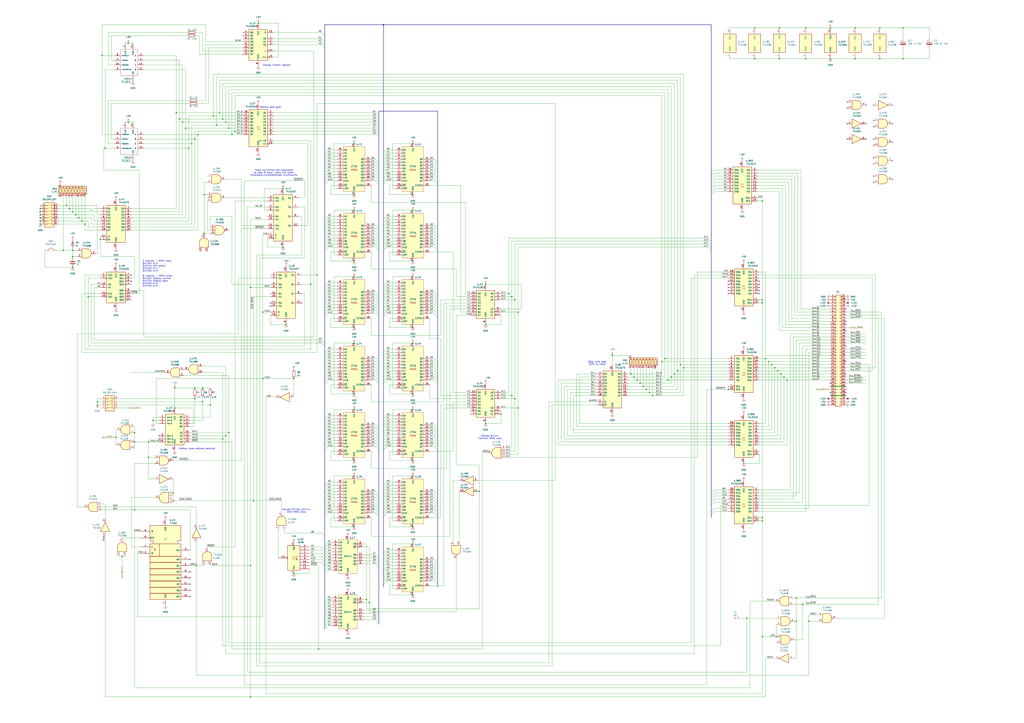
<source format=kicad_sch>
(kicad_sch (version 20231120) (generator "eeschema") (generator_version "8.0")
  (paper "A1")
  (lib_symbols
    (symbol "4xxx_IEEE:4078"
      (property "Reference" "U" (at 8.89 11.43 0))
      (property "Value" "4078" (at 6.35 -11.43 0))
      (symbol "4078_0_0"
        (text "1" (at 0 0 0) (effects (font (size 2.54 2.54))))
        (pin power_in line (at 0 12.7 270) (length 2.54) (name "Vdd") (number "14"))
        (pin power_in line (at 0 -12.7 90) (length 2.54) (name "Vss") (number "7"))
      )
      (symbol "4078_1_1"
        (pin output line (at -12.7 -3.81 0) (length 7.62) (name "~") (number "10"))
        (pin output line (at -12.7 -6.35 0) (length 7.62) (name "~") (number "11"))
        (pin power_in line (at -12.7 -8.89 0) (length 7.62) (name "~") (number "12"))
        (pin output inverted (at 12.7 0 180) (length 7.62) (name "~") (number "13"))
        (pin input line (at -12.7 8.89 0) (length 7.62) (name "~") (number "2"))
        (pin input line (at -12.7 6.35 0) (length 7.62) (name "~") (number "3"))
        (pin input line (at -12.7 3.81 0) (length 7.62) (name "~") (number "4"))
        (pin output line (at -12.7 1.27 0) (length 7.62) (name "~") (number "5"))
        (pin output line (at -12.7 -1.27 0) (length 7.62) (name "~") (number "9"))
      )
    )
    (symbol "74LS471_1"
      (property "Reference" "U_BL1" (at 1.27 15.24 0))
      (property "Value" "D2114" (at 0 0 0))
      (symbol "74LS471_1_0_0"
        (pin input line (at -12.7 -3.81 0) (length 5.08) (name "A6") (number "1"))
        (pin input line (at -12.7 -1.27 0) (length 5.08) (name "A5") (number "2"))
        (pin input line (at -12.7 11.43 0) (length 5.08) (name "A0") (number "5"))
        (pin tri_state line (at 12.7 -6.35 180) (length 5.08) (name "Q3") (number "9"))
      )
      (symbol "74LS471_1_1_0"
        (pin input inverted (at 12.7 7.62 180) (length 5.08) (name "~{WE}") (number "10"))
        (pin tri_state line (at 12.7 -3.81 180) (length 5.08) (name "Q2") (number "11"))
        (pin tri_state line (at 12.7 -1.27 180) (length 5.08) (name "Q1") (number "13"))
        (pin tri_state line (at 12.7 1.27 180) (length 5.08) (name "Q0") (number "14"))
        (pin input line (at -12.7 -11.43 0) (length 5.08) (name "A9") (number "15"))
        (pin input line (at -12.7 -8.89 0) (length 5.08) (name "A8") (number "16"))
        (pin input line (at -12.7 -6.35 0) (length 5.08) (name "A7") (number "17"))
        (pin power_in line (at 0 16.51 270) (length 2.54) (name "Vcc") (number "18"))
        (pin input line (at -12.7 1.27 0) (length 5.08) (name "A4") (number "3"))
        (pin input line (at -12.7 3.81 0) (length 5.08) (name "A3") (number "4"))
        (pin input line (at -12.7 8.89 0) (length 5.08) (name "A1") (number "6"))
        (pin input line (at -12.7 6.35 0) (length 5.08) (name "A2") (number "7"))
        (pin input inverted (at 12.7 10.16 180) (length 5.08) (name "~{CS}") (number "8"))
        (pin power_in line (at 0 -16.51 90) (length 2.54) (name "GND") (number "9"))
      )
    )
    (symbol "74xx:74LS00" (pin_names (offset 1.016))
      (property "Reference" "U" (at 0 1.27 0))
      (property "Value" "74LS00" (at 0 -1.27 0))
      (symbol "74LS00_1_1"
        (pin input line (at -7.62 2.54 0) (length 3.81) (name "~") (number "1"))
        (pin input line (at -7.62 -2.54 0) (length 3.81) (name "~") (number "2"))
        (pin output inverted (at 7.62 0 180) (length 3.81) (name "~") (number "3"))
      )
      (symbol "74LS00_1_2"
        (pin input inverted (at -7.62 2.54 0) (length 4.318) (name "~") (number "1"))
        (pin input inverted (at -7.62 -2.54 0) (length 4.318) (name "~") (number "2"))
        (pin output line (at 7.62 0 180) (length 3.81) (name "~") (number "3"))
      )
      (symbol "74LS00_2_1"
        (pin input line (at -7.62 2.54 0) (length 3.81) (name "~") (number "4"))
        (pin input line (at -7.62 -2.54 0) (length 3.81) (name "~") (number "5"))
        (pin output inverted (at 7.62 0 180) (length 3.81) (name "~") (number "6"))
      )
      (symbol "74LS00_2_2"
        (pin input inverted (at -7.62 2.54 0) (length 4.318) (name "~") (number "4"))
        (pin input inverted (at -7.62 -2.54 0) (length 4.318) (name "~") (number "5"))
        (pin output line (at 7.62 0 180) (length 3.81) (name "~") (number "6"))
      )
      (symbol "74LS00_3_1"
        (pin input line (at -7.62 -2.54 0) (length 3.81) (name "~") (number "10"))
        (pin output inverted (at 7.62 0 180) (length 3.81) (name "~") (number "8"))
        (pin input line (at -7.62 2.54 0) (length 3.81) (name "~") (number "9"))
      )
      (symbol "74LS00_3_2"
        (pin input inverted (at -7.62 -2.54 0) (length 4.318) (name "~") (number "10"))
        (pin output line (at 7.62 0 180) (length 3.81) (name "~") (number "8"))
        (pin input inverted (at -7.62 2.54 0) (length 4.318) (name "~") (number "9"))
      )
      (symbol "74LS00_4_1"
        (pin output inverted (at 7.62 0 180) (length 3.81) (name "~") (number "11"))
        (pin input line (at -7.62 2.54 0) (length 3.81) (name "~") (number "12"))
        (pin input line (at -7.62 -2.54 0) (length 3.81) (name "~") (number "13"))
      )
      (symbol "74LS00_4_2"
        (pin output line (at 7.62 0 180) (length 3.81) (name "~") (number "11"))
        (pin input inverted (at -7.62 2.54 0) (length 4.318) (name "~") (number "12"))
        (pin input inverted (at -7.62 -2.54 0) (length 4.318) (name "~") (number "13"))
      )
      (symbol "74LS00_5_0"
        (pin power_in line (at 0 12.7 270) (length 5.08) (name "VCC") (number "14"))
        (pin power_in line (at 0 -12.7 90) (length 5.08) (name "GND") (number "7"))
      )
    )
    (symbol "74xx:74LS04"
      (property "Reference" "U" (at 0 1.27 0))
      (property "Value" "74LS04" (at 0 -1.27 0))
      (symbol "74LS04_1_0"
        (pin input line (at -7.62 0 0) (length 3.81) (name "~") (number "1"))
        (pin output inverted (at 7.62 0 180) (length 3.81) (name "~") (number "2"))
      )
      (symbol "74LS04_2_0"
        (pin input line (at -7.62 0 0) (length 3.81) (name "~") (number "3"))
        (pin output inverted (at 7.62 0 180) (length 3.81) (name "~") (number "4"))
      )
      (symbol "74LS04_3_0"
        (pin input line (at -7.62 0 0) (length 3.81) (name "~") (number "5"))
        (pin output inverted (at 7.62 0 180) (length 3.81) (name "~") (number "6"))
      )
      (symbol "74LS04_4_0"
        (pin output inverted (at 7.62 0 180) (length 3.81) (name "~") (number "8"))
        (pin input line (at -7.62 0 0) (length 3.81) (name "~") (number "9"))
      )
      (symbol "74LS04_5_0"
        (pin output inverted (at 7.62 0 180) (length 3.81) (name "~") (number "10"))
        (pin input line (at -7.62 0 0) (length 3.81) (name "~") (number "11"))
      )
      (symbol "74LS04_6_0"
        (pin output inverted (at 7.62 0 180) (length 3.81) (name "~") (number "12"))
        (pin input line (at -7.62 0 0) (length 3.81) (name "~") (number "13"))
      )
      (symbol "74LS04_7_0"
        (pin power_in line (at 0 12.7 270) (length 5.08) (name "VCC") (number "14"))
        (pin power_in line (at 0 -12.7 90) (length 5.08) (name "GND") (number "7"))
      )
    )
    (symbol "74xx:74LS08" (pin_names (offset 1.016))
      (property "Reference" "U" (at 0 1.27 0))
      (property "Value" "74LS08" (at 0 -1.27 0))
      (symbol "74LS08_1_1"
        (pin input line (at -7.62 2.54 0) (length 3.81) (name "~") (number "1"))
        (pin input line (at -7.62 -2.54 0) (length 3.81) (name "~") (number "2"))
        (pin output line (at 7.62 0 180) (length 3.81) (name "~") (number "3"))
      )
      (symbol "74LS08_1_2"
        (pin input inverted (at -7.62 2.54 0) (length 4.318) (name "~") (number "1"))
        (pin input inverted (at -7.62 -2.54 0) (length 4.318) (name "~") (number "2"))
        (pin output inverted (at 7.62 0 180) (length 3.81) (name "~") (number "3"))
      )
      (symbol "74LS08_2_1"
        (pin input line (at -7.62 2.54 0) (length 3.81) (name "~") (number "4"))
        (pin input line (at -7.62 -2.54 0) (length 3.81) (name "~") (number "5"))
        (pin output line (at 7.62 0 180) (length 3.81) (name "~") (number "6"))
      )
      (symbol "74LS08_2_2"
        (pin input inverted (at -7.62 2.54 0) (length 4.318) (name "~") (number "4"))
        (pin input inverted (at -7.62 -2.54 0) (length 4.318) (name "~") (number "5"))
        (pin output inverted (at 7.62 0 180) (length 3.81) (name "~") (number "6"))
      )
      (symbol "74LS08_3_1"
        (pin input line (at -7.62 -2.54 0) (length 3.81) (name "~") (number "10"))
        (pin output line (at 7.62 0 180) (length 3.81) (name "~") (number "8"))
        (pin input line (at -7.62 2.54 0) (length 3.81) (name "~") (number "9"))
      )
      (symbol "74LS08_3_2"
        (pin input inverted (at -7.62 -2.54 0) (length 4.318) (name "~") (number "10"))
        (pin output inverted (at 7.62 0 180) (length 3.81) (name "~") (number "8"))
        (pin input inverted (at -7.62 2.54 0) (length 4.318) (name "~") (number "9"))
      )
      (symbol "74LS08_4_1"
        (pin output line (at 7.62 0 180) (length 3.81) (name "~") (number "11"))
        (pin input line (at -7.62 2.54 0) (length 3.81) (name "~") (number "12"))
        (pin input line (at -7.62 -2.54 0) (length 3.81) (name "~") (number "13"))
      )
      (symbol "74LS08_4_2"
        (pin output inverted (at 7.62 0 180) (length 3.81) (name "~") (number "11"))
        (pin input inverted (at -7.62 2.54 0) (length 4.318) (name "~") (number "12"))
        (pin input inverted (at -7.62 -2.54 0) (length 4.318) (name "~") (number "13"))
      )
      (symbol "74LS08_5_0"
        (pin power_in line (at 0 12.7 270) (length 5.08) (name "VCC") (number "14"))
        (pin power_in line (at 0 -12.7 90) (length 5.08) (name "GND") (number "7"))
      )
    )
    (symbol "74xx:74LS10" (pin_names (offset 1.016))
      (property "Reference" "U" (at 0 1.27 0))
      (property "Value" "74LS10" (at 0 -1.27 0))
      (symbol "74LS10_1_1"
        (pin input line (at -7.62 2.54 0) (length 3.81) (name "~") (number "1"))
        (pin output inverted (at 7.62 0 180) (length 3.81) (name "~") (number "12"))
        (pin input line (at -7.62 -2.54 0) (length 3.81) (name "~") (number "13"))
        (pin input line (at -7.62 0 0) (length 3.81) (name "~") (number "2"))
      )
      (symbol "74LS10_1_2"
        (pin input inverted (at -7.62 2.54 0) (length 4.318) (name "~") (number "1"))
        (pin output line (at 7.62 0 180) (length 3.81) (name "~") (number "12"))
        (pin input inverted (at -7.62 -2.54 0) (length 4.318) (name "~") (number "13"))
        (pin input inverted (at -7.62 0 0) (length 4.953) (name "~") (number "2"))
      )
      (symbol "74LS10_2_1"
        (pin input line (at -7.62 2.54 0) (length 3.81) (name "~") (number "3"))
        (pin input line (at -7.62 0 0) (length 3.81) (name "~") (number "4"))
        (pin input line (at -7.62 -2.54 0) (length 3.81) (name "~") (number "5"))
        (pin output inverted (at 7.62 0 180) (length 3.81) (name "~") (number "6"))
      )
      (symbol "74LS10_2_2"
        (pin input inverted (at -7.62 2.54 0) (length 4.318) (name "~") (number "3"))
        (pin input inverted (at -7.62 0 0) (length 4.953) (name "~") (number "4"))
        (pin input inverted (at -7.62 -2.54 0) (length 4.318) (name "~") (number "5"))
        (pin output line (at 7.62 0 180) (length 3.81) (name "~") (number "6"))
      )
      (symbol "74LS10_3_1"
        (pin input line (at -7.62 0 0) (length 3.81) (name "~") (number "10"))
        (pin input line (at -7.62 -2.54 0) (length 3.81) (name "~") (number "11"))
        (pin output inverted (at 7.62 0 180) (length 3.81) (name "~") (number "8"))
        (pin input line (at -7.62 2.54 0) (length 3.81) (name "~") (number "9"))
      )
      (symbol "74LS10_3_2"
        (pin input inverted (at -7.62 0 0) (length 4.953) (name "~") (number "10"))
        (pin input inverted (at -7.62 -2.54 0) (length 4.318) (name "~") (number "11"))
        (pin output line (at 7.62 0 180) (length 3.81) (name "~") (number "8"))
        (pin input inverted (at -7.62 2.54 0) (length 4.318) (name "~") (number "9"))
      )
      (symbol "74LS10_4_0"
        (pin power_in line (at 0 12.7 270) (length 5.08) (name "VCC") (number "14"))
        (pin power_in line (at 0 -12.7 90) (length 5.08) (name "GND") (number "7"))
      )
    )
    (symbol "74xx:74LS138" (pin_names (offset 1.016))
      (property "Reference" "U" (at -7.62 11.43 0))
      (property "Value" "74LS138" (at -7.62 -13.97 0))
      (symbol "74LS138_1_0"
        (pin input line (at -12.7 7.62 0) (length 5.08) (name "A0") (number "1"))
        (pin output output_low (at 12.7 -5.08 180) (length 5.08) (name "O5") (number "10"))
        (pin output output_low (at 12.7 -2.54 180) (length 5.08) (name "O4") (number "11"))
        (pin output output_low (at 12.7 0 180) (length 5.08) (name "O3") (number "12"))
        (pin output output_low (at 12.7 2.54 180) (length 5.08) (name "O2") (number "13"))
        (pin output output_low (at 12.7 5.08 180) (length 5.08) (name "O1") (number "14"))
        (pin output output_low (at 12.7 7.62 180) (length 5.08) (name "O0") (number "15"))
        (pin power_in line (at 0 15.24 270) (length 5.08) (name "VCC") (number "16"))
        (pin input line (at -12.7 5.08 0) (length 5.08) (name "A1") (number "2"))
        (pin input line (at -12.7 2.54 0) (length 5.08) (name "A2") (number "3"))
        (pin input input_low (at -12.7 -10.16 0) (length 5.08) (name "E1") (number "4"))
        (pin input input_low (at -12.7 -7.62 0) (length 5.08) (name "E2") (number "5"))
        (pin input line (at -12.7 -5.08 0) (length 5.08) (name "E3") (number "6"))
        (pin output output_low (at 12.7 -10.16 180) (length 5.08) (name "O7") (number "7"))
        (pin power_in line (at 0 -17.78 90) (length 5.08) (name "GND") (number "8"))
        (pin output output_low (at 12.7 -7.62 180) (length 5.08) (name "O6") (number "9"))
      )
    )
    (symbol "74xx:74LS155" (pin_names (offset 1.016))
      (property "Reference" "U" (at -7.62 13.97 0))
      (property "Value" "74LS155" (at -7.62 -13.97 0))
      (symbol "74LS155_1_0"
        (pin input line (at -12.7 10.16 0) (length 5.08) (name "Ea1") (number "1"))
        (pin output inverted (at 12.7 -5.08 180) (length 5.08) (name "Q1b") (number "10"))
        (pin output inverted (at 12.7 -7.62 180) (length 5.08) (name "Q2b") (number "11"))
        (pin output inverted (at 12.7 -10.16 180) (length 5.08) (name "Q3b") (number "12"))
        (pin input line (at -12.7 2.54 0) (length 5.08) (name "A0") (number "13"))
        (pin input inverted (at -12.7 -5.08 0) (length 5.08) (name "Eb1") (number "14"))
        (pin input inverted (at -12.7 -7.62 0) (length 5.08) (name "Eb2") (number "15"))
        (pin power_in line (at 0 17.78 270) (length 5.08) (name "VCC") (number "16"))
        (pin input inverted (at -12.7 7.62 0) (length 5.08) (name "Ea2") (number "2"))
        (pin input line (at -12.7 0 0) (length 5.08) (name "A1") (number "3"))
        (pin output inverted (at 12.7 2.54 180) (length 5.08) (name "Q3a") (number "4"))
        (pin output inverted (at 12.7 5.08 180) (length 5.08) (name "Q2a") (number "5"))
        (pin output inverted (at 12.7 7.62 180) (length 5.08) (name "Q1a") (number "6"))
        (pin output inverted (at 12.7 10.16 180) (length 5.08) (name "Q0a") (number "7"))
        (pin power_in line (at 0 -17.78 90) (length 5.08) (name "GND") (number "8"))
        (pin output inverted (at 12.7 -2.54 180) (length 5.08) (name "Q0b") (number "9"))
      )
    )
    (symbol "74xx:74LS157" (pin_names (offset 1.016))
      (property "Reference" "U" (at -7.62 19.05 0))
      (property "Value" "74LS157" (at -7.62 -21.59 0))
      (symbol "74LS157_1_0"
        (pin input line (at -12.7 -15.24 0) (length 5.08) (name "S") (number "1"))
        (pin input line (at -12.7 -2.54 0) (length 5.08) (name "I1c") (number "10"))
        (pin input line (at -12.7 0 0) (length 5.08) (name "I0c") (number "11"))
        (pin output line (at 12.7 -7.62 180) (length 5.08) (name "Zd") (number "12"))
        (pin input line (at -12.7 -10.16 0) (length 5.08) (name "I1d") (number "13"))
        (pin input line (at -12.7 -7.62 0) (length 5.08) (name "I0d") (number "14"))
        (pin input inverted (at -12.7 -17.78 0) (length 5.08) (name "E") (number "15"))
        (pin power_in line (at 0 22.86 270) (length 5.08) (name "VCC") (number "16"))
        (pin input line (at -12.7 15.24 0) (length 5.08) (name "I0a") (number "2"))
        (pin input line (at -12.7 12.7 0) (length 5.08) (name "I1a") (number "3"))
        (pin output line (at 12.7 15.24 180) (length 5.08) (name "Za") (number "4"))
        (pin input line (at -12.7 7.62 0) (length 5.08) (name "I0b") (number "5"))
        (pin input line (at -12.7 5.08 0) (length 5.08) (name "I1b") (number "6"))
        (pin output line (at 12.7 7.62 180) (length 5.08) (name "Zb") (number "7"))
        (pin power_in line (at 0 -25.4 90) (length 5.08) (name "GND") (number "8"))
        (pin output line (at 12.7 0 180) (length 5.08) (name "Zc") (number "9"))
      )
    )
    (symbol "74xx:74LS20" (pin_names (offset 1.016))
      (property "Reference" "U" (at 0 1.27 0))
      (property "Value" "74LS20" (at 0 -1.27 0))
      (symbol "74LS20_1_1"
        (pin input line (at -7.62 3.81 0) (length 3.81) (name "~") (number "1"))
        (pin input line (at -7.62 1.27 0) (length 3.81) (name "~") (number "2"))
        (pin input line (at -7.62 -1.27 0) (length 3.81) (name "~") (number "4"))
        (pin input line (at -7.62 -3.81 0) (length 3.81) (name "~") (number "5"))
        (pin output inverted (at 7.62 0 180) (length 3.81) (name "~") (number "6"))
      )
      (symbol "74LS20_1_2"
        (pin input inverted (at -7.62 3.81 0) (length 3.81) (name "~") (number "1"))
        (pin input inverted (at -7.62 1.27 0) (length 4.826) (name "~") (number "2"))
        (pin input inverted (at -7.62 -1.27 0) (length 4.826) (name "~") (number "4"))
        (pin input inverted (at -7.62 -3.81 0) (length 3.81) (name "~") (number "5"))
        (pin output line (at 7.62 0 180) (length 3.81) (name "~") (number "6"))
      )
      (symbol "74LS20_2_1"
        (pin input line (at -7.62 1.27 0) (length 3.81) (name "~") (number "10"))
        (pin input line (at -7.62 -1.27 0) (length 3.81) (name "~") (number "12"))
        (pin input line (at -7.62 -3.81 0) (length 3.81) (name "~") (number "13"))
        (pin output inverted (at 7.62 0 180) (length 3.81) (name "~") (number "8"))
        (pin input line (at -7.62 3.81 0) (length 3.81) (name "~") (number "9"))
      )
      (symbol "74LS20_2_2"
        (pin input inverted (at -7.62 1.27 0) (length 4.826) (name "~") (number "10"))
        (pin input inverted (at -7.62 -1.27 0) (length 4.826) (name "~") (number "12"))
        (pin input inverted (at -7.62 -3.81 0) (length 3.81) (name "~") (number "13"))
        (pin output line (at 7.62 0 180) (length 3.81) (name "~") (number "8"))
        (pin input inverted (at -7.62 3.81 0) (length 3.81) (name "~") (number "9"))
      )
      (symbol "74LS20_3_0"
        (pin power_in line (at 0 12.7 270) (length 5.08) (name "VCC") (number "14"))
        (pin power_in line (at 0 -12.7 90) (length 5.08) (name "GND") (number "7"))
      )
    )
    (symbol "74xx:74LS240" (pin_names (offset 1.016))
      (property "Reference" "U" (at -7.62 16.51 0))
      (property "Value" "74LS240" (at -7.62 -16.51 0))
      (symbol "74LS240_1_0"
        (pin input inverted (at -12.7 -10.16 0) (length 5.08) (name "OEa") (number "1"))
        (pin power_in line (at 0 -20.32 90) (length 5.08) (name "GND") (number "10"))
        (pin input line (at -12.7 2.54 0) (length 5.08) (name "I0b") (number "11"))
        (pin tri_state inverted (at 12.7 5.08 180) (length 5.08) (name "O3a") (number "12"))
        (pin input line (at -12.7 0 0) (length 5.08) (name "I1b") (number "13"))
        (pin tri_state inverted (at 12.7 7.62 180) (length 5.08) (name "O2a") (number "14"))
        (pin input line (at -12.7 -2.54 0) (length 5.08) (name "I2b") (number "15"))
        (pin tri_state inverted (at 12.7 10.16 180) (length 5.08) (name "O1a") (number "16"))
        (pin input line (at -12.7 -5.08 0) (length 5.08) (name "I3b") (number "17"))
        (pin tri_state inverted (at 12.7 12.7 180) (length 5.08) (name "O0a") (number "18"))
        (pin input inverted (at -12.7 -12.7 0) (length 5.08) (name "OEb") (number "19"))
        (pin input line (at -12.7 12.7 0) (length 5.08) (name "I0a") (number "2"))
        (pin power_in line (at 0 20.32 270) (length 5.08) (name "VCC") (number "20"))
        (pin tri_state inverted (at 12.7 -5.08 180) (length 5.08) (name "O3b") (number "3"))
        (pin input line (at -12.7 10.16 0) (length 5.08) (name "I1a") (number "4"))
        (pin tri_state inverted (at 12.7 -2.54 180) (length 5.08) (name "O2b") (number "5"))
        (pin input line (at -12.7 7.62 0) (length 5.08) (name "I2a") (number "6"))
        (pin tri_state inverted (at 12.7 0 180) (length 5.08) (name "O1b") (number "7"))
        (pin input line (at -12.7 5.08 0) (length 5.08) (name "I3a") (number "8"))
        (pin tri_state inverted (at 12.7 2.54 180) (length 5.08) (name "O0b") (number "9"))
      )
    )
    (symbol "74xx:74LS244" (pin_names (offset 1.016))
      (property "Reference" "U" (at -7.62 16.51 0))
      (property "Value" "74LS244" (at -7.62 -16.51 0))
      (symbol "74LS244_1_0"
        (pin input inverted (at -12.7 -10.16 0) (length 5.08) (name "OEa") (number "1"))
        (pin power_in line (at 0 -20.32 90) (length 5.08) (name "GND") (number "10"))
        (pin input line (at -12.7 2.54 0) (length 5.08) (name "I0b") (number "11"))
        (pin tri_state line (at 12.7 5.08 180) (length 5.08) (name "O3a") (number "12"))
        (pin input line (at -12.7 0 0) (length 5.08) (name "I1b") (number "13"))
        (pin tri_state line (at 12.7 7.62 180) (length 5.08) (name "O2a") (number "14"))
        (pin input line (at -12.7 -2.54 0) (length 5.08) (name "I2b") (number "15"))
        (pin tri_state line (at 12.7 10.16 180) (length 5.08) (name "O1a") (number "16"))
        (pin input line (at -12.7 -5.08 0) (length 5.08) (name "I3b") (number "17"))
        (pin tri_state line (at 12.7 12.7 180) (length 5.08) (name "O0a") (number "18"))
        (pin input inverted (at -12.7 -12.7 0) (length 5.08) (name "OEb") (number "19"))
        (pin input line (at -12.7 12.7 0) (length 5.08) (name "I0a") (number "2"))
        (pin power_in line (at 0 20.32 270) (length 5.08) (name "VCC") (number "20"))
        (pin tri_state line (at 12.7 -5.08 180) (length 5.08) (name "O3b") (number "3"))
        (pin input line (at -12.7 10.16 0) (length 5.08) (name "I1a") (number "4"))
        (pin tri_state line (at 12.7 -2.54 180) (length 5.08) (name "O2b") (number "5"))
        (pin input line (at -12.7 7.62 0) (length 5.08) (name "I2a") (number "6"))
        (pin tri_state line (at 12.7 0 180) (length 5.08) (name "O1b") (number "7"))
        (pin input line (at -12.7 5.08 0) (length 5.08) (name "I3a") (number "8"))
        (pin tri_state line (at 12.7 2.54 180) (length 5.08) (name "O0b") (number "9"))
      )
    )
    (symbol "74xx:74LS245" (pin_names (offset 1.016))
      (property "Reference" "U" (at -7.62 16.51 0))
      (property "Value" "74LS245" (at -7.62 -16.51 0))
      (symbol "74LS245_1_0"
        (pin input line (at -12.7 -10.16 0) (length 5.08) (name "A->B") (number "1"))
        (pin power_in line (at 0 -20.32 90) (length 5.08) (name "GND") (number "10"))
        (pin tri_state line (at 12.7 -5.08 180) (length 5.08) (name "B7") (number "11"))
        (pin tri_state line (at 12.7 -2.54 180) (length 5.08) (name "B6") (number "12"))
        (pin tri_state line (at 12.7 0 180) (length 5.08) (name "B5") (number "13"))
        (pin tri_state line (at 12.7 2.54 180) (length 5.08) (name "B4") (number "14"))
        (pin tri_state line (at 12.7 5.08 180) (length 5.08) (name "B3") (number "15"))
        (pin tri_state line (at 12.7 7.62 180) (length 5.08) (name "B2") (number "16"))
        (pin tri_state line (at 12.7 10.16 180) (length 5.08) (name "B1") (number "17"))
        (pin tri_state line (at 12.7 12.7 180) (length 5.08) (name "B0") (number "18"))
        (pin input inverted (at -12.7 -12.7 0) (length 5.08) (name "CE") (number "19"))
        (pin tri_state line (at -12.7 12.7 0) (length 5.08) (name "A0") (number "2"))
        (pin power_in line (at 0 20.32 270) (length 5.08) (name "VCC") (number "20"))
        (pin tri_state line (at -12.7 10.16 0) (length 5.08) (name "A1") (number "3"))
        (pin tri_state line (at -12.7 7.62 0) (length 5.08) (name "A2") (number "4"))
        (pin tri_state line (at -12.7 5.08 0) (length 5.08) (name "A3") (number "5"))
        (pin tri_state line (at -12.7 2.54 0) (length 5.08) (name "A4") (number "6"))
        (pin tri_state line (at -12.7 0 0) (length 5.08) (name "A5") (number "7"))
        (pin tri_state line (at -12.7 -2.54 0) (length 5.08) (name "A6") (number "8"))
        (pin tri_state line (at -12.7 -5.08 0) (length 5.08) (name "A7") (number "9"))
      )
    )
    (symbol "74xx:74LS259" (pin_names (offset 1.016))
      (property "Reference" "U" (at -7.62 13.97 0))
      (property "Value" "74LS259" (at -7.62 -13.97 0))
      (symbol "74LS259_1_0"
        (pin input line (at -12.7 5.08 0) (length 5.08) (name "A0") (number "1"))
        (pin output line (at 12.7 -2.54 180) (length 5.08) (name "Q5") (number "10"))
        (pin output line (at 12.7 -5.08 180) (length 5.08) (name "Q6") (number "11"))
        (pin output line (at 12.7 -7.62 180) (length 5.08) (name "Q7") (number "12"))
        (pin input line (at -12.7 10.16 0) (length 5.08) (name "D") (number "13"))
        (pin input inverted (at -12.7 -5.08 0) (length 5.08) (name "E") (number "14"))
        (pin input inverted (at -12.7 -10.16 0) (length 5.08) (name "Clr") (number "15"))
        (pin power_in line (at 0 17.78 270) (length 5.08) (name "VCC") (number "16"))
        (pin input line (at -12.7 2.54 0) (length 5.08) (name "A1") (number "2"))
        (pin input line (at -12.7 0 0) (length 5.08) (name "A2") (number "3"))
        (pin output line (at 12.7 10.16 180) (length 5.08) (name "Q0") (number "4"))
        (pin output line (at 12.7 7.62 180) (length 5.08) (name "Q1") (number "5"))
        (pin output line (at 12.7 5.08 180) (length 5.08) (name "Q2") (number "6"))
        (pin output line (at 12.7 2.54 180) (length 5.08) (name "Q3") (number "7"))
        (pin power_in line (at 0 -17.78 90) (length 5.08) (name "GND") (number "8"))
        (pin output line (at 12.7 0 180) (length 5.08) (name "Q4") (number "9"))
      )
    )
    (symbol "74xx:74LS373"
      (property "Reference" "U" (at -7.62 16.51 0))
      (property "Value" "74LS373" (at -7.62 -16.51 0))
      (symbol "74LS373_1_0"
        (pin input inverted (at -12.7 -12.7 0) (length 5.08) (name "OE") (number "1"))
        (pin power_in line (at 0 -20.32 90) (length 5.08) (name "GND") (number "10"))
        (pin input line (at -12.7 -10.16 0) (length 5.08) (name "LE") (number "11"))
        (pin tri_state line (at 12.7 2.54 180) (length 5.08) (name "O4") (number "12"))
        (pin input line (at -12.7 2.54 0) (length 5.08) (name "D4") (number "13"))
        (pin input line (at -12.7 0 0) (length 5.08) (name "D5") (number "14"))
        (pin tri_state line (at 12.7 0 180) (length 5.08) (name "O5") (number "15"))
        (pin tri_state line (at 12.7 -2.54 180) (length 5.08) (name "O6") (number "16"))
        (pin input line (at -12.7 -2.54 0) (length 5.08) (name "D6") (number "17"))
        (pin input line (at -12.7 -5.08 0) (length 5.08) (name "D7") (number "18"))
        (pin tri_state line (at 12.7 -5.08 180) (length 5.08) (name "O7") (number "19"))
        (pin tri_state line (at 12.7 12.7 180) (length 5.08) (name "O0") (number "2"))
        (pin power_in line (at 0 20.32 270) (length 5.08) (name "VCC") (number "20"))
        (pin input line (at -12.7 12.7 0) (length 5.08) (name "D0") (number "3"))
        (pin input line (at -12.7 10.16 0) (length 5.08) (name "D1") (number "4"))
        (pin tri_state line (at 12.7 10.16 180) (length 5.08) (name "O1") (number "5"))
        (pin tri_state line (at 12.7 7.62 180) (length 5.08) (name "O2") (number "6"))
        (pin input line (at -12.7 7.62 0) (length 5.08) (name "D2") (number "7"))
        (pin input line (at -12.7 5.08 0) (length 5.08) (name "D3") (number "8"))
        (pin tri_state line (at 12.7 5.08 180) (length 5.08) (name "O3") (number "9"))
      )
    )
    (symbol "74xx:74LS38" (pin_names (offset 1.016))
      (property "Reference" "U" (at 0 1.27 0))
      (property "Value" "74LS38" (at 0 -1.27 0))
      (symbol "74LS38_1_1"
        (pin input line (at -7.62 2.54 0) (length 3.81) (name "~") (number "1"))
        (pin input line (at -7.62 -2.54 0) (length 3.81) (name "~") (number "2"))
        (pin open_collector inverted (at 7.62 0 180) (length 3.81) (name "~") (number "3"))
      )
      (symbol "74LS38_1_2"
        (pin input inverted (at -7.62 2.54 0) (length 4.318) (name "~") (number "1"))
        (pin input inverted (at -7.62 -2.54 0) (length 4.318) (name "~") (number "2"))
        (pin open_collector line (at 7.62 0 180) (length 3.81) (name "~") (number "3"))
      )
      (symbol "74LS38_2_1"
        (pin input line (at -7.62 2.54 0) (length 3.81) (name "~") (number "4"))
        (pin input line (at -7.62 -2.54 0) (length 3.81) (name "~") (number "5"))
        (pin open_collector inverted (at 7.62 0 180) (length 3.81) (name "~") (number "6"))
      )
      (symbol "74LS38_2_2"
        (pin input inverted (at -7.62 2.54 0) (length 4.318) (name "~") (number "4"))
        (pin input inverted (at -7.62 -2.54 0) (length 4.318) (name "~") (number "5"))
        (pin open_collector line (at 7.62 0 180) (length 3.81) (name "~") (number "6"))
      )
      (symbol "74LS38_3_1"
        (pin input line (at -7.62 -2.54 0) (length 3.81) (name "~") (number "10"))
        (pin open_collector inverted (at 7.62 0 180) (length 3.81) (name "~") (number "8"))
        (pin input line (at -7.62 2.54 0) (length 3.81) (name "~") (number "9"))
      )
      (symbol "74LS38_3_2"
        (pin input inverted (at -7.62 -2.54 0) (length 4.318) (name "~") (number "10"))
        (pin open_collector line (at 7.62 0 180) (length 3.81) (name "~") (number "8"))
        (pin input inverted (at -7.62 2.54 0) (length 4.318) (name "~") (number "9"))
      )
      (symbol "74LS38_4_1"
        (pin open_collector inverted (at 7.62 0 180) (length 3.81) (name "~") (number "11"))
        (pin input line (at -7.62 2.54 0) (length 3.81) (name "~") (number "12"))
        (pin input line (at -7.62 -2.54 0) (length 3.81) (name "~") (number "13"))
      )
      (symbol "74LS38_4_2"
        (pin open_collector line (at 7.62 0 180) (length 3.81) (name "~") (number "11"))
        (pin input inverted (at -7.62 2.54 0) (length 4.318) (name "~") (number "12"))
        (pin input inverted (at -7.62 -2.54 0) (length 4.318) (name "~") (number "13"))
      )
      (symbol "74LS38_5_0"
        (pin power_in line (at 0 12.7 270) (length 5.08) (name "VCC") (number "14"))
        (pin power_in line (at 0 -12.7 90) (length 5.08) (name "GND") (number "7"))
      )
    )
    (symbol "74xx:74LS85" (pin_names (offset 1.016))
      (property "Reference" "U" (at -7.62 13.97 0))
      (property "Value" "74LS85" (at -7.62 -13.97 0))
      (symbol "74LS85_1_0"
        (pin input line (at -12.7 10.16 0) (length 5.08) (name "B3") (number "1"))
        (pin input line (at -12.7 -10.16 0) (length 5.08) (name "A0") (number "10"))
        (pin input line (at -12.7 5.08 0) (length 5.08) (name "B1") (number "11"))
        (pin input line (at -12.7 -7.62 0) (length 5.08) (name "A1") (number "12"))
        (pin input line (at -12.7 -5.08 0) (length 5.08) (name "A2") (number "13"))
        (pin input line (at -12.7 7.62 0) (length 5.08) (name "B2") (number "14"))
        (pin input line (at -12.7 -2.54 0) (length 5.08) (name "A3") (number "15"))
        (pin power_in line (at 0 17.78 270) (length 5.08) (name "VCC") (number "16"))
        (pin input line (at 12.7 7.62 180) (length 5.08) (name "Ia<b") (number "2"))
        (pin input line (at 12.7 5.08 180) (length 5.08) (name "Ia=b") (number "3"))
        (pin input line (at 12.7 10.16 180) (length 5.08) (name "Ia>b") (number "4"))
        (pin output line (at 12.7 -5.08 180) (length 5.08) (name "Oa>b") (number "5"))
        (pin output line (at 12.7 -10.16 180) (length 5.08) (name "Oa=b") (number "6"))
        (pin output line (at 12.7 -7.62 180) (length 5.08) (name "Oa<b") (number "7"))
        (pin power_in line (at 0 -17.78 90) (length 5.08) (name "GND") (number "8"))
        (pin input line (at -12.7 2.54 0) (length 5.08) (name "B0") (number "9"))
      )
    )
    (symbol "74xx_IEEE:74164" (pin_names (offset 1.016))
      (property "Reference" "U" (at 17.78 12.7 0))
      (property "Value" "74164" (at 12.7 -45.72 0))
      (symbol "74164_0_0"
        (text "&" (at -8.636 -2.032 0) (effects (font (size 1.524 1.524))))
      )
      (symbol "74164_1_1"
        (pin input line (at -20.32 0 0) (length 7.62) (name "A") (number "1"))
        (pin output line (at 20.32 -25.4 180) (length 7.62) (name "Qe") (number "10"))
        (pin output line (at 20.32 -30.48 180) (length 7.62) (name "Qf") (number "11"))
        (pin output line (at 20.32 -35.56 180) (length 7.62) (name "Qg") (number "12"))
        (pin output line (at 20.32 -40.64 180) (length 7.62) (name "Qh") (number "13"))
        (pin power_in line (at 0 22.86 270) (length 5.08) (name "VDD") (number "14"))
        (pin input line (at -20.32 -5.08 0) (length 7.62) (name "B") (number "2"))
        (pin output line (at 20.32 -2.54 180) (length 7.62) (name "Qa") (number "3"))
        (pin output line (at 20.32 -10.16 180) (length 7.62) (name "Qb") (number "4"))
        (pin output line (at 20.32 -15.24 180) (length 7.62) (name "Qc") (number "5"))
        (pin output line (at 20.32 -20.32 180) (length 7.62) (name "Qd") (number "6"))
        (pin power_in line (at 0 -48.26 90) (length 5.08) (name "VSS") (number "7"))
        (pin input clock (at -20.32 7.62 0) (length 7.62) (name "CK") (number "8"))
        (pin input line (at -20.32 12.7 0) (length 7.62) (name "~{R}") (number "9"))
      )
    )
    (symbol "Connector:Conn_01x01_Pin" (pin_names (offset 1.016) hide)
      (property "Reference" "J" (at 0 2.54 0))
      (property "Value" "Conn_01x01_Pin" (at 0 -2.54 0))
      (symbol "Conn_01x01_Pin_1_1"
        (pin passive line (at 5.08 0 180) (length 3.81) (name "Pin_1") (number "1"))
      )
    )
    (symbol "Connector_Generic:Conn_02x36_Top_Bottom" (pin_names (offset 1.016) hide)
      (property "Reference" "J" (at 1.27 45.72 0))
      (property "Value" "Conn_02x36_Top_Bottom" (at 1.27 -48.26 0))
      (symbol "Conn_02x36_Top_Bottom_1_1"
        (pin passive line (at -5.08 43.18 0) (length 3.81) (name "Pin_1") (number "1"))
        (pin passive line (at -5.08 20.32 0) (length 3.81) (name "Pin_10") (number "10"))
        (pin passive line (at -5.08 17.78 0) (length 3.81) (name "Pin_11") (number "11"))
        (pin passive line (at -5.08 15.24 0) (length 3.81) (name "Pin_12") (number "12"))
        (pin passive line (at -5.08 12.7 0) (length 3.81) (name "Pin_13") (number "13"))
        (pin passive line (at -5.08 10.16 0) (length 3.81) (name "Pin_14") (number "14"))
        (pin passive line (at -5.08 7.62 0) (length 3.81) (name "Pin_15") (number "15"))
        (pin passive line (at -5.08 5.08 0) (length 3.81) (name "Pin_16") (number "16"))
        (pin passive line (at -5.08 2.54 0) (length 3.81) (name "Pin_17") (number "17"))
        (pin passive line (at -5.08 0 0) (length 3.81) (name "Pin_18") (number "18"))
        (pin passive line (at -5.08 -2.54 0) (length 3.81) (name "Pin_19") (number "19"))
        (pin passive line (at -5.08 40.64 0) (length 3.81) (name "Pin_2") (number "2"))
        (pin passive line (at -5.08 -5.08 0) (length 3.81) (name "Pin_20") (number "20"))
        (pin passive line (at -5.08 -7.62 0) (length 3.81) (name "Pin_21") (number "21"))
        (pin passive line (at -5.08 -10.16 0) (length 3.81) (name "Pin_22") (number "22"))
        (pin passive line (at -5.08 -12.7 0) (length 3.81) (name "Pin_23") (number "23"))
        (pin passive line (at -5.08 -15.24 0) (length 3.81) (name "Pin_24") (number "24"))
        (pin passive line (at -5.08 -17.78 0) (length 3.81) (name "Pin_25") (number "25"))
        (pin passive line (at -5.08 -20.32 0) (length 3.81) (name "Pin_26") (number "26"))
        (pin passive line (at -5.08 -22.86 0) (length 3.81) (name "Pin_27") (number "27"))
        (pin passive line (at -5.08 -25.4 0) (length 3.81) (name "Pin_28") (number "28"))
        (pin passive line (at -5.08 -27.94 0) (length 3.81) (name "Pin_29") (number "29"))
        (pin passive line (at -5.08 38.1 0) (length 3.81) (name "Pin_3") (number "3"))
        (pin passive line (at -5.08 -30.48 0) (length 3.81) (name "Pin_30") (number "30"))
        (pin passive line (at -5.08 -33.02 0) (length 3.81) (name "Pin_31") (number "31"))
        (pin passive line (at -5.08 -35.56 0) (length 3.81) (name "Pin_32") (number "32"))
        (pin passive line (at -5.08 -38.1 0) (length 3.81) (name "Pin_33") (number "33"))
        (pin passive line (at -5.08 -40.64 0) (length 3.81) (name "Pin_34") (number "34"))
        (pin passive line (at -5.08 -43.18 0) (length 3.81) (name "Pin_35") (number "35"))
        (pin passive line (at -5.08 -45.72 0) (length 3.81) (name "Pin_36") (number "36"))
        (pin passive line (at 7.62 43.18 180) (length 3.81) (name "Pin_37") (number "37"))
        (pin passive line (at 7.62 40.64 180) (length 3.81) (name "Pin_38") (number "38"))
        (pin passive line (at 7.62 38.1 180) (length 3.81) (name "Pin_39") (number "39"))
        (pin passive line (at -5.08 35.56 0) (length 3.81) (name "Pin_4") (number "4"))
        (pin passive line (at 7.62 35.56 180) (length 3.81) (name "Pin_40") (number "40"))
        (pin passive line (at 7.62 33.02 180) (length 3.81) (name "Pin_41") (number "41"))
        (pin passive line (at 7.62 30.48 180) (length 3.81) (name "Pin_42") (number "42"))
        (pin passive line (at 7.62 27.94 180) (length 3.81) (name "Pin_43") (number "43"))
        (pin passive line (at 7.62 25.4 180) (length 3.81) (name "Pin_44") (number "44"))
        (pin passive line (at 7.62 22.86 180) (length 3.81) (name "Pin_45") (number "45"))
        (pin passive line (at 7.62 20.32 180) (length 3.81) (name "Pin_46") (number "46"))
        (pin passive line (at 7.62 17.78 180) (length 3.81) (name "Pin_47") (number "47"))
        (pin passive line (at 7.62 15.24 180) (length 3.81) (name "Pin_48") (number "48"))
        (pin passive line (at 7.62 12.7 180) (length 3.81) (name "Pin_49") (number "49"))
        (pin passive line (at -5.08 33.02 0) (length 3.81) (name "Pin_5") (number "5"))
        (pin passive line (at 7.62 10.16 180) (length 3.81) (name "Pin_50") (number "50"))
        (pin passive line (at 7.62 7.62 180) (length 3.81) (name "Pin_51") (number "51"))
        (pin passive line (at 7.62 5.08 180) (length 3.81) (name "Pin_52") (number "52"))
        (pin passive line (at 7.62 2.54 180) (length 3.81) (name "Pin_53") (number "53"))
        (pin passive line (at 7.62 0 180) (length 3.81) (name "Pin_54") (number "54"))
        (pin passive line (at 7.62 -2.54 180) (length 3.81) (name "Pin_55") (number "55"))
        (pin passive line (at 7.62 -5.08 180) (length 3.81) (name "Pin_56") (number "56"))
        (pin passive line (at 7.62 -7.62 180) (length 3.81) (name "Pin_57") (number "57"))
        (pin passive line (at 7.62 -10.16 180) (length 3.81) (name "Pin_58") (number "58"))
        (pin passive line (at 7.62 -12.7 180) (length 3.81) (name "Pin_59") (number "59"))
        (pin passive line (at -5.08 30.48 0) (length 3.81) (name "Pin_6") (number "6"))
        (pin passive line (at 7.62 -15.24 180) (length 3.81) (name "Pin_60") (number "60"))
        (pin passive line (at 7.62 -17.78 180) (length 3.81) (name "Pin_61") (number "61"))
        (pin passive line (at 7.62 -20.32 180) (length 3.81) (name "Pin_62") (number "62"))
        (pin passive line (at 7.62 -22.86 180) (length 3.81) (name "Pin_63") (number "63"))
        (pin passive line (at 7.62 -25.4 180) (length 3.81) (name "Pin_64") (number "64"))
        (pin passive line (at 7.62 -27.94 180) (length 3.81) (name "Pin_65") (number "65"))
        (pin passive line (at 7.62 -30.48 180) (length 3.81) (name "Pin_66") (number "66"))
        (pin passive line (at 7.62 -33.02 180) (length 3.81) (name "Pin_67") (number "67"))
        (pin passive line (at 7.62 -35.56 180) (length 3.81) (name "Pin_68") (number "68"))
        (pin passive line (at 7.62 -38.1 180) (length 3.81) (name "Pin_69") (number "69"))
        (pin passive line (at -5.08 27.94 0) (length 3.81) (name "Pin_7") (number "7"))
        (pin passive line (at 7.62 -40.64 180) (length 3.81) (name "Pin_70") (number "70"))
        (pin passive line (at 7.62 -43.18 180) (length 3.81) (name "Pin_71") (number "71"))
        (pin passive line (at 7.62 -45.72 180) (length 3.81) (name "Pin_72") (number "72"))
        (pin passive line (at -5.08 25.4 0) (length 3.81) (name "Pin_8") (number "8"))
        (pin passive line (at -5.08 22.86 0) (length 3.81) (name "Pin_9") (number "9"))
      )
    )
    (symbol "Device:C" (pin_numbers hide) (pin_names (offset 0.254))
      (property "Reference" "C" (at 0.635 2.54 0))
      (property "Value" "C" (at 0.635 -2.54 0))
      (symbol "C_1_1"
        (pin passive line (at 0 3.81 270) (length 2.794) (name "~") (number "1"))
        (pin passive line (at 0 -3.81 90) (length 2.794) (name "~") (number "2"))
      )
    )
    (symbol "Device:C_Polarized" (pin_numbers hide) (pin_names (offset 0.254))
      (property "Reference" "C" (at 0.635 2.54 0))
      (property "Value" "C_Polarized" (at 0.635 -2.54 0))
      (symbol "C_Polarized_1_1"
        (pin passive line (at 0 3.81 270) (length 2.794) (name "~") (number "1"))
        (pin passive line (at 0 -3.81 90) (length 2.794) (name "~") (number "2"))
      )
    )
    (symbol "Device:D" (pin_numbers hide) (pin_names (offset 1.016) hide)
      (property "Reference" "D" (at 0 2.54 0))
      (property "Value" "D" (at 0 -2.54 0))
      (symbol "D_1_1"
        (pin passive line (at -3.81 0 0) (length 2.54) (name "K") (number "1"))
        (pin passive line (at 3.81 0 180) (length 2.54) (name "A") (number "2"))
      )
    )
    (symbol "Device:R" (pin_numbers hide) (pin_names (offset 0))
      (property "Reference" "R" (at 2.032 0 90))
      (property "Value" "R" (at 0 0 90))
      (symbol "R_1_1"
        (pin passive line (at 0 3.81 270) (length 1.27) (name "~") (number "1"))
        (pin passive line (at 0 -3.81 90) (length 1.27) (name "~") (number "2"))
      )
    )
    (symbol "Device:R_Network09" (pin_names (offset 0) hide)
      (property "Reference" "RN" (at -12.7 0 90))
      (property "Value" "R_Network09" (at 12.7 0 90))
      (symbol "R_Network09_1_1"
        (pin passive line (at -10.16 5.08 270) (length 2.54) (name "common") (number "1"))
        (pin passive line (at 10.16 -5.08 90) (length 1.27) (name "R9") (number "10"))
        (pin passive line (at -10.16 -5.08 90) (length 1.27) (name "R1") (number "2"))
        (pin passive line (at -7.62 -5.08 90) (length 1.27) (name "R2") (number "3"))
        (pin passive line (at -5.08 -5.08 90) (length 1.27) (name "R3") (number "4"))
        (pin passive line (at -2.54 -5.08 90) (length 1.27) (name "R4") (number "5"))
        (pin passive line (at 0 -5.08 90) (length 1.27) (name "R5") (number "6"))
        (pin passive line (at 2.54 -5.08 90) (length 1.27) (name "R6") (number "7"))
        (pin passive line (at 5.08 -5.08 90) (length 1.27) (name "R7") (number "8"))
        (pin passive line (at 7.62 -5.08 90) (length 1.27) (name "R8") (number "9"))
      )
    )
    (symbol "Memory_EPROM:76161"
      (property "Reference" "F1" (at -8.128 21.336 0))
      (property "Value" "2716" (at -2.54 3.048 0))
      (symbol "76161_0_0"
        (text "PROM" (at 0 0 0) (effects (font (size 1.27 1.27))))
        (pin input line (at -13.97 -1.27 0) (length 5.08) (name "A7") (number "1"))
        (pin tri_state line (at 13.97 6.35 180) (length 5.08) (name "Q1") (number "10"))
        (pin tri_state line (at 13.97 3.81 180) (length 5.08) (name "Q2") (number "11"))
        (pin power_in line (at 0 -20.32 90) (length 2.54) (name "GND") (number "12"))
        (pin tri_state line (at 13.97 1.27 180) (length 5.08) (name "Q3") (number "13"))
        (pin tri_state line (at 13.97 -1.27 180) (length 5.08) (name "Q4") (number "14"))
        (pin tri_state line (at 13.97 -3.81 180) (length 5.08) (name "Q5") (number "15"))
        (pin tri_state line (at 13.97 -6.35 180) (length 5.08) (name "Q6") (number "16"))
        (pin tri_state line (at 13.97 -8.89 180) (length 5.08) (name "Q7") (number "17"))
        (pin input line (at -13.97 1.27 0) (length 5.08) (name "A6") (number "2"))
        (pin input line (at -13.97 -6.35 0) (length 5.08) (name "A9") (number "22"))
        (pin input line (at -13.97 -3.81 0) (length 5.08) (name "A8") (number "23"))
        (pin power_in line (at 0 21.59 270) (length 2.54) (name "Vcc") (number "24"))
        (pin input line (at -13.97 3.81 0) (length 5.08) (name "A5") (number "3"))
        (pin input line (at -13.97 6.35 0) (length 5.08) (name "A4") (number "4"))
        (pin input line (at -13.97 8.89 0) (length 5.08) (name "A3") (number "5"))
        (pin input line (at -13.97 11.43 0) (length 5.08) (name "A2") (number "6"))
        (pin input line (at -13.97 13.97 0) (length 5.08) (name "A1") (number "7"))
        (pin input line (at -13.97 16.51 0) (length 5.08) (name "A0") (number "8"))
        (pin tri_state line (at 13.97 8.89 180) (length 5.08) (name "Q0") (number "9"))
      )
      (symbol "76161_1_0"
        (pin input line (at 13.97 -12.7 180) (length 5.08) (name "CEPGM") (number "18"))
        (pin input line (at -13.97 -8.89 0) (length 5.08) (name "A10") (number "19"))
        (pin input inverted (at -13.97 -12.7 0) (length 5.08) (name "~{OE}") (number "20"))
        (pin input line (at -13.97 -15.24 0) (length 5.08) (name "VPP") (number "21"))
      )
    )
    (symbol "Switch:SW_DIP_x04" (pin_names (offset 0) hide)
      (property "Reference" "SW" (at 0 8.89 0))
      (property "Value" "SW_DIP_x04" (at 0 -6.35 0))
      (symbol "SW_DIP_x04_1_1"
        (pin passive line (at -7.62 5.08 0) (length 5.08) (name "~") (number "1"))
        (pin passive line (at -7.62 2.54 0) (length 5.08) (name "~") (number "2"))
        (pin passive line (at -7.62 0 0) (length 5.08) (name "~") (number "3"))
        (pin passive line (at -7.62 -2.54 0) (length 5.08) (name "~") (number "4"))
        (pin passive line (at 7.62 -2.54 180) (length 5.08) (name "~") (number "5"))
        (pin passive line (at 7.62 0 180) (length 5.08) (name "~") (number "6"))
        (pin passive line (at 7.62 2.54 180) (length 5.08) (name "~") (number "7"))
        (pin passive line (at 7.62 5.08 180) (length 5.08) (name "~") (number "8"))
      )
    )
    (symbol "Switch:SW_DIP_x07" (pin_names (offset 0) hide)
      (property "Reference" "SW" (at 0 11.43 0))
      (property "Value" "SW_DIP_x07" (at 0 -11.43 0))
      (symbol "SW_DIP_x07_1_1"
        (pin passive line (at -7.62 7.62 0) (length 5.08) (name "~") (number "1"))
        (pin passive line (at 7.62 -2.54 180) (length 5.08) (name "~") (number "10"))
        (pin passive line (at 7.62 0 180) (length 5.08) (name "~") (number "11"))
        (pin passive line (at 7.62 2.54 180) (length 5.08) (name "~") (number "12"))
        (pin passive line (at 7.62 5.08 180) (length 5.08) (name "~") (number "13"))
        (pin passive line (at 7.62 7.62 180) (length 5.08) (name "~") (number "14"))
        (pin passive line (at -7.62 5.08 0) (length 5.08) (name "~") (number "2"))
        (pin passive line (at -7.62 2.54 0) (length 5.08) (name "~") (number "3"))
        (pin passive line (at -7.62 0 0) (length 5.08) (name "~") (number "4"))
        (pin passive line (at -7.62 -2.54 0) (length 5.08) (name "~") (number "5"))
        (pin passive line (at -7.62 -5.08 0) (length 5.08) (name "~") (number "6"))
        (pin passive line (at -7.62 -7.62 0) (length 5.08) (name "~") (number "7"))
        (pin passive line (at 7.62 -7.62 180) (length 5.08) (name "~") (number "8"))
        (pin passive line (at 7.62 -5.08 180) (length 5.08) (name "~") (number "9"))
      )
    )
    (symbol "Switch:SW_Push" (pin_numbers hide) (pin_names (offset 1.016) hide)
      (property "Reference" "SW" (at 1.27 2.54 0))
      (property "Value" "SW_Push" (at 0 -1.524 0))
      (symbol "SW_Push_0_1"
        (pin passive line (at -5.08 0 0) (length 2.54) (name "1") (number "1"))
        (pin passive line (at 5.08 0 180) (length 2.54) (name "2") (number "2"))
      )
    )
    (symbol "led-displays-obsolete:TIL311" (pin_names (offset 1.016))
      (property "Reference" "DIS" (at -16.51 -17.78 0))
      (property "Value" "TIL311" (at 0 0 90))
      (symbol "TIL311_1_1"
        (pin power_in line (at 3.81 15.24 270) (length 5.08) (name "Vcc_LED") (number "1"))
        (pin output line (at 12.7 -2.54 180) (length 5.08) (name "Right_Decimal") (number "10"))
        (pin input line (at -11.43 -6.35 0) (length 5.08) (name "D") (number "12"))
        (pin input line (at -11.43 -2.54 0) (length 5.08) (name "C") (number "13"))
        (pin power_in line (at -2.54 15.24 270) (length 5.08) (name "Vcc_logic") (number "14"))
        (pin input line (at -11.43 1.27 0) (length 5.08) (name "B") (number "2"))
        (pin input line (at -11.43 5.08 0) (length 5.08) (name "A") (number "3"))
        (pin output line (at 12.7 1.27 180) (length 5.08) (name "Left_Decimal") (number "4"))
        (pin input line (at 12.7 -6.35 180) (length 5.08) (name "/Latch_Strobe_Input") (number "5"))
        (pin power_out line (at -2.54 -16.51 90) (length 5.08) (name "GND") (number "7"))
        (pin input line (at 12.7 5.08 180) (length 5.08) (name "Blanking_Input") (number "8"))
      )
    )
    (symbol "power:+12V" (power) (pin_names (offset 0))
      (property "Value" "+12V" (at 0 3.556 0))
      (symbol "+12V_1_1"
        (pin power_in line (at 0 0 90) (length 0) hide (name "+12V") (number "1"))
      )
    )
    (symbol "power:+5V" (power) (pin_numbers hide) (pin_names (offset 0) hide)
      (property "Value" "+5V" (at 0 3.556 0))
      (symbol "+5V_1_1"
        (pin power_in line (at 0 0 90) (length 0) (name "~") (number "1"))
      )
    )
    (symbol "power:-12V" (power) (pin_names (offset 0))
      (property "Value" "-12V" (at 0 3.81 0))
      (symbol "-12V_0_0"
        (pin power_in line (at 0 0 90) (length 0) hide (name "-12V") (number "1"))
      )
    )
    (symbol "power:GND" (power) (pin_numbers hide) (pin_names (offset 0) hide)
      (property "Value" "GND" (at 0 -3.81 0))
      (symbol "GND_1_1"
        (pin power_in line (at 0 0 270) (length 0) (name "~") (number "1"))
      )
    )
  )
  (junction (at 518.16 307.34))
  (junction (at 234.95 266.7))
  (junction (at 637.54 523.24))
  (junction (at 59.69 173.99))
  (junction (at 425.45 335.28))
  (junction (at 533.4 322.58))
  (junction (at 523.24 312.42))
  (junction (at 303.53 495.3))
  (junction (at 661.67 48.26))
  (junction (at 290.83 227.33))
  (junction (at 290.83 214.63))
  (junction (at 636.27 302.26))
  (junction (at 556.26 304.8))
  (junction (at 420.37 325.12))
  (junction (at 182.88 97.79))
  (junction (at 425.45 256.54))
  (junction (at 553.72 307.34))
  (junction (at 664.21 510.54))
  (junction (at 125.73 345.44))
  (junction (at 528.32 317.5))
  (junction (at 626.11 425.45))
  (junction (at 610.87 381))
  (junction (at 300.99 492.76))
  (junction (at 525.78 314.96))
  (junction (at 205.74 236.22))
  (junction (at 339.09 281.94))
  (junction (at 232.41 203.2))
  (junction (at 613.41 508))
  (junction (at 722.63 22.86))
  (junction (at 33.02 181.61))
  (junction (at 166.37 330.2))
  (junction (at 654.05 491.49))
  (junction (at 535.94 325.12))
  (junction (at 105.41 35.56))
  (junction (at 59.69 205.74))
  (junction (at 185.42 100.33))
  (junction (at 255.27 233.68))
  (junction (at 420.37 243.84))
  (junction (at 208.28 411.48))
  (junction (at 551.18 309.88))
  (junction (at 205.74 464.82))
  (junction (at 110.49 419.1))
  (junction (at 290.83 172.72))
  (junction (at 62.23 176.53))
  (junction (at 33.02 176.53))
  (junction (at 633.73 299.72))
  (junction (at 154.94 121.92))
  (junction (at 702.31 22.86))
  (junction (at 241.3 311.15))
  (junction (at 69.85 184.15))
  (junction (at 548.64 312.42))
  (junction (at 187.96 105.41))
  (junction (at 646.43 312.42))
  (junction (at 110.49 355.6))
  (junction (at 741.68 22.86))
  (junction (at 626.11 246.38))
  (junction (at 172.72 332.74))
  (junction (at 598.17 320.04))
  (junction (at 147.32 97.79))
  (junction (at 80.01 330.2))
  (junction (at 339.09 160.02))
  (junction (at 638.81 304.8))
  (junction (at 261.62 533.4))
  (junction (at 82.55 196.85))
  (junction (at 643.89 309.88))
  (junction (at 185.42 358.14))
  (junction (at 290.83 118.11))
  (junction (at 190.5 110.49))
  (junction (at 626.11 165.1))
  (junction (at 59.69 219.71))
  (junction (at 661.67 22.86))
  (junction (at 177.8 102.87))
  (junction (at 95.25 359.41))
  (junction (at 339.09 378.46))
  (junction (at 142.24 405.13))
  (junction (at 290.83 433.07))
  (junction (at 241.3 471.17))
  (junction (at 290.83 323.85))
  (junction (at 167.64 160.02))
  (junction (at 339.09 118.11))
  (junction (at 393.7 403.86))
  (junction (at 339.09 488.95))
  (junction (at 187.96 355.6))
  (junction (at 33.02 184.15))
  (junction (at 57.15 171.45))
  (junction (at 681.99 48.26))
  (junction (at 175.26 95.25))
  (junction (at 628.65 294.64))
  (junction (at 422.91 327.66))
  (junction (at 339.09 336.55))
  (junction (at 193.04 107.95))
  (junction (at 64.77 179.07))
  (junction (at 640.08 22.86))
  (junction (at 339.09 172.72))
  (junction (at 339.09 227.33))
  (junction (at 702.31 48.26))
  (junction (at 33.02 173.99))
  (junction (at 722.63 48.26))
  (junction (at 166.37 318.77))
  (junction (at 160.02 327.66))
  (junction (at 157.48 118.11))
  (junction (at 142.24 411.48))
  (junction (at 105.41 100.33))
  (junction (at 290.83 160.02))
  (junction (at 290.83 269.24))
  (junction (at 72.39 243.84))
  (junction (at 182.88 360.68))
  (junction (at 502.92 292.1))
  (junction (at 558.8 299.72))
  (junction (at 654.05 510.54))
  (junction (at 339.09 433.07))
  (junction (at 339.09 269.24))
  (junction (at 215.9 256.54))
  (junction (at 681.99 22.86))
  (junction (at 110.49 363.22))
  (junction (at 232.41 154.94))
  (junction (at 619.76 22.86))
  (junction (at 339.09 323.85))
  (junction (at 641.35 307.34))
  (junction (at 561.34 302.26))
  (junction (at 411.48 340.36))
  (junction (at 546.1 294.64))
  (junction (at 80.01 332.74))
  (junction (at 398.78 347.98))
  (junction (at 160.02 114.3))
  (junction (at 121.92 375.92))
  (junction (at 143.51 318.77))
  (junction (at 149.86 100.33))
  (junction (at 631.19 297.18))
  (junction (at 160.02 318.77))
  (junction (at 339.09 214.63))
  (junction (at 180.34 92.71))
  (junction (at 398.78 266.7))
  (junction (at 640.08 48.26))
  (junction (at 520.7 309.88))
  (junction (at 290.83 378.46))
  (junction (at 143.51 335.28))
  (junction (at 659.13 496.57))
  (junction (at 83.82 45.72))
  (junction (at 144.78 92.71))
  (junction (at 530.86 320.04))
  (junction (at 33.02 179.07))
  (junction (at 290.83 336.55))
  (junction (at 398.78 233.68))
  (junction (at 339.09 447.04))
  (junction (at 339.09 391.16))
  (junction (at 152.4 105.41))
  (junction (at 543.56 297.18))
  (junction (at 290.83 281.94))
  (junction (at 162.56 110.49))
  (junction (at 314.96 20.32))
  (junction (at 54.61 168.91))
  (junction (at 59.69 210.82))
  (junction (at 33.02 171.45))
  (junction (at 626.11 427.99))
  (junction (at 290.83 391.16))
  (junction (at 619.76 48.26))
  (junction (at 167.64 191.77))
  (junction (at 260.35 226.06))
  (junction (at 422.91 246.38))
  (junction (at 100.33 457.2))
  (junction (at 215.9 311.15))
  (junction (at 212.09 19.05))
  (junction (at 417.83 241.3))
  (junction (at 121.92 363.22))
  (junction (at 52.07 205.74))
  (junction (at 161.29 464.82))
  (junction (at 67.31 181.61))
  (junction (at 741.68 48.26))
  (junction (at 205.74 572.77))
  (junction (at 86.36 121.92))
  (junction (at 626.11 248.92))
  (junction (at 626.11 523.24))
  (no_connect (at 623.57 231.14))
  (no_connect (at 694.69 264.16))
  (no_connect (at 130.81 358.14))
  (no_connect (at 732.79 86.36))
  (no_connect (at 156.21 480.06))
  (no_connect (at 695.96 114.3))
  (no_connect (at 717.55 129.54))
  (no_connect (at 695.96 101.6))
  (no_connect (at 694.69 266.7))
  (no_connect (at 694.69 322.58))
  (no_connect (at 681.99 322.58))
  (no_connect (at 598.17 231.14))
  (no_connect (at 732.79 132.08))
  (no_connect (at 732.79 116.84))
  (no_connect (at 732.79 147.32))
  (no_connect (at 49.53 161.29))
  (no_connect (at 222.25 248.92))
  (no_connect (at 598.17 241.3))
  (no_connect (at 623.57 238.76))
  (no_connect (at 598.17 238.76))
  (no_connect (at 156.21 469.9))
  (no_connect (at 717.55 86.36))
  (no_connect (at 107.95 226.06))
  (no_connect (at 681.99 314.96))
  (no_connect (at 717.55 134.62))
  (no_connect (at 135.89 443.23))
  (no_connect (at 695.96 83.82))
  (no_connect (at 717.55 144.78))
  (no_connect (at 107.95 231.14))
  (no_connect (at 623.57 236.22))
  (no_connect (at 623.57 241.3))
  (no_connect (at 538.48 302.26))
  (no_connect (at 694.69 297.18))
  (no_connect (at 717.55 114.3))
  (no_connect (at 623.57 233.68))
  (no_connect (at 598.17 236.22))
  (no_connect (at 695.96 88.9))
  (no_connect (at 222.25 251.46))
  (no_connect (at 717.55 149.86))
  (no_connect (at 156.21 490.22))
  (no_connect (at 694.69 307.34))
  (no_connect (at 156.21 474.98))
  (no_connect (at 711.2 101.6))
  (no_connect (at 156.21 459.74))
  (no_connect (at 717.55 119.38))
  (no_connect (at 711.2 86.36))
  (no_connect (at 598.17 233.68))
  (no_connect (at 717.55 104.14))
  (no_connect (at 156.21 485.14))
  (no_connect (at 694.69 284.48))
  (no_connect (at 732.79 101.6))
  (no_connect (at 694.69 320.04))
  (no_connect (at 717.55 99.06))
  (no_connect (at 694.69 254))
  (no_connect (at 247.65 248.92))
  (no_connect (at 130.81 360.68))
  (no_connect (at 711.2 114.3))
  (no_connect (at 694.69 271.78))
  (bus_entry (at 359.41 257.81) (size -2.54 -2.54))
  (bus_entry (at 308.61 361.95) (size 2.54 2.54))
  (bus_entry (at 266.7 461.01) (size 2.54 -2.54))
  (bus_entry (at 314.96 143.51) (size 2.54 -2.54))
  (bus_entry (at 266.7 203.2) (size 2.54 -2.54))
  (bus_entry (at 314.96 462.28) (size 2.54 -2.54))
  (bus_entry (at 266.7 511.81) (size 2.54 -2.54))
  (bus_entry (at 308.61 110.49) (size 2.54 2.54))
  (bus_entry (at 359.41 477.52) (size -2.54 -2.54))
  (bus_entry (at 264.16 34.29) (size 2.54 2.54))
  (bus_entry (at 266.7 458.47) (size 2.54 -2.54))
  (bus_entry (at 266.7 260.35) (size 2.54 -2.54))
  (bus_entry (at 266.7 450.85) (size 2.54 -2.54))
  (bus_entry (at 584.2 147.32) (size 2.54 -2.54))
  (bus_entry (at 266.7 237.49) (size 2.54 -2.54))
  (bus_entry (at 266.7 509.27) (size 2.54 -2.54))
  (bus_entry (at 359.41 354.33) (size -2.54 -2.54))
  (bus_entry (at 314.96 304.8) (size 2.54 -2.54))
  (bus_entry (at 308.61 247.65) (size 2.54 2.54))
  (bus_entry (at 266.7 414.02) (size 2.54 -2.54))
  (bus_entry (at 359.41 297.18) (size -2.54 -2.54))
  (bus_entry (at 359.41 148.59) (size -2.54 -2.54))
  (bus_entry (at 308.61 297.18) (size 2.54 2.54))
  (bus_entry (at 359.41 299.72) (size -2.54 -2.54))
  (bus_entry (at 308.61 245.11) (size 2.54 2.54))
  (bus_entry (at 359.41 252.73) (size -2.54 -2.54))
  (bus_entry (at 308.61 242.57) (size 2.54 2.54))
  (bus_entry (at 264.16 26.67) (size 2.54 2.54))
  (bus_entry (at 314.96 364.49) (size 2.54 -2.54))
  (bus_entry (at 359.41 205.74) (size -2.54 -2.54))
  (bus_entry (at 266.7 463.55) (size 2.54 -2.54))
  (bus_entry (at 581.66 203.2) (size 2.54 2.54))
  (bus_entry (at 359.41 359.41) (size -2.54 -2.54))
  (bus_entry (at 314.96 234.95) (size 2.54 -2.54))
  (bus_entry (at 266.7 294.64) (size 2.54 -2.54))
  (bus_entry (at 266.7 130.81) (size 2.54 -2.54))
  (bus_entry (at 266.7 193.04) (size 2.54 -2.54))
  (bus_entry (at 266.7 364.49) (size 2.54 -2.54))
  (bus_entry (at 308.61 92.71) (size 2.54 2.54))
  (bus_entry (at 308.61 185.42) (size 2.54 2.54))
  (bus_entry (at 308.61 309.88) (size 2.54 2.54))
  (bus_entry (at 266.7 504.19) (size 2.54 -2.54))
  (bus_entry (at 266.7 205.74) (size 2.54 -2.54))
  (bus_entry (at 308.61 148.59) (size 2.54 2.54))
  (bus_entry (at 311.15 406.4) (size -2.54 -2.54))
  (bus_entry (at 266.7 471.17) (size 2.54 -2.54))
  (bus_entry (at 359.41 414.02) (size -2.54 -2.54))
  (bus_entry (at 359.41 480.06) (size -2.54 -2.54))
  (bus_entry (at 266.7 240.03) (size 2.54 -2.54))
  (bus_entry (at 314.96 349.25) (size 2.54 -2.54))
  (bus_entry (at 359.41 203.2) (size -2.54 -2.54))
  (bus_entry (at 266.7 416.56) (size 2.54 -2.54))
  (bus_entry (at 308.61 458.47) (size 2.54 2.54))
  (bus_entry (at 314.96 125.73) (size 2.54 -2.54))
  (bus_entry (at 266.7 367.03) (size 2.54 -2.54))
  (bus_entry (at 266.7 309.88) (size 2.54 -2.54))
  (bus_entry (at 359.41 250.19) (size -2.54 -2.54))
  (bus_entry (at 584.2 405.13) (size 2.54 -2.54))
  (bus_entry (at 314.96 401.32) (size 2.54 -2.54))
  (bus_entry (at 314.96 367.03) (size 2.54 -2.54))
  (bus_entry (at 359.41 367.03) (size -2.54 -2.54))
  (bus_entry (at 266.7 125.73) (size 2.54 -2.54))
  (bus_entry (at 311.15 424.18) (size -2.54 -2.54))
  (bus_entry (at 359.41 421.64) (size -2.54 -2.54))
  (bus_entry (at 308.61 195.58) (size 2.54 2.54))
  (bus_entry (at 308.61 367.03) (size 2.54 2.54))
  (bus_entry (at 266.7 200.66) (size 2.54 -2.54))
  (bus_entry (at 308.61 364.49) (size 2.54 2.54))
  (bus_entry (at 314.96 309.88) (size 2.54 -2.54))
  (bus_entry (at 314.96 314.96) (size 2.54 -2.54))
  (bus_entry (at 584.2 154.94) (size 2.54 -2.54))
  (bus_entry (at 266.7 292.1) (size 2.54 -2.54))
  (bus_entry (at 314.96 419.1) (size 2.54 -2.54))
  (bus_entry (at 584.2 152.4) (size 2.54 -2.54))
  (bus_entry (at 314.96 459.74) (size 2.54 -2.54))
  (bus_entry (at 311.15 408.94) (size -2.54 -2.54))
  (bus_entry (at 266.7 135.89) (size 2.54 -2.54))
  (bus_entry (at 308.61 299.72) (size 2.54 2.54))
  (bus_entry (at 266.7 255.27) (size 2.54 -2.54))
  (bus_entry (at 581.66 198.12) (size 2.54 2.54))
  (bus_entry (at 584.2 160.02) (size 2.54 -2.54))
  (bus_entry (at 266.7 151.13) (size 2.54 -2.54))
  (bus_entry (at 266.7 514.35) (size 2.54 -2.54))
  (bus_entry (at 314.96 198.12) (size 2.54 -2.54))
  (bus_entry (at 266.7 250.19) (size 2.54 -2.54))
  (bus_entry (at 308.61 461.01) (size 2.54 2.54))
  (bus_entry (at 359.41 314.96) (size -2.54 -2.54))
  (bus_entry (at 314.96 128.27) (size 2.54 -2.54))
  (bus_entry (at 308.61 100.33) (size 2.54 2.54))
  (bus_entry (at 308.61 102.87) (size 2.54 2.54))
  (bus_entry (at 266.7 242.57) (size 2.54 -2.54))
  (bus_entry (at 266.7 421.64) (size 2.54 -2.54))
  (bus_entry (at 314.96 250.19) (size 2.54 -2.54))
  (bus_entry (at 314.96 469.9) (size 2.54 -2.54))
  (bus_entry (at 314.96 346.71) (size 2.54 -2.54))
  (bus_entry (at 266.7 403.86) (size 2.54 -2.54))
  (bus_entry (at 584.2 415.29) (size 2.54 -2.54))
  (bus_entry (at 359.41 195.58) (size -2.54 -2.54))
  (bus_entry (at 314.96 411.48) (size 2.54 -2.54))
  (bus_entry (at 266.7 448.31) (size 2.54 -2.54))
  (bus_entry (at 584.2 157.48) (size 2.54 -2.54))
  (bus_entry (at 264.16 459.74) (size 2.54 2.54))
  (bus_entry (at 266.7 494.03) (size 2.54 -2.54))
  (bus_entry (at 359.41 242.57) (size -2.54 -2.54))
  (bus_entry (at 314.96 480.06) (size 2.54 -2.54))
  (bus_entry (at 266.7 406.4) (size 2.54 -2.54))
  (bus_entry (at 359.41 356.87) (size -2.54 -2.54))
  (bus_entry (at 308.61 193.04) (size 2.54 2.54))
  (bus_entry (at 359.41 467.36) (size -2.54 -2.54))
  (bus_entry (at 359.41 247.65) (size -2.54 -2.54))
  (bus_entry (at 266.7 257.81) (size 2.54 -2.54))
  (bus_entry (at 308.61 146.05) (size 2.54 2.54))
  (bus_entry (at 314.96 297.18) (size 2.54 -2.54))
  (bus_entry (at 359.41 187.96) (size -2.54 -2.54))
  (bus_entry (at 359.41 364.49) (size -2.54 -2.54))
  (bus_entry (at 314.96 203.2) (size 2.54 -2.54))
  (bus_entry (at 308.61 107.95) (size 2.54 2.54))
  (bus_entry (at 359.41 135.89) (size -2.54 -2.54))
  (bus_entry (at 308.61 302.26) (size 2.54 2.54))
  (bus_entry (at 314.96 351.79) (size 2.54 -2.54))
  (bus_entry (at 266.7 307.34) (size 2.54 -2.54))
  (bus_entry (at 266.7 140.97) (size 2.54 -2.54))
  (bus_entry (at 314.96 180.34) (size 2.54 -2.54))
  (bus_entry (at 314.96 135.89) (size 2.54 -2.54))
  (bus_entry (at 311.15 419.1) (size -2.54 -2.54))
  (bus_entry (at 314.96 464.82) (size 2.54 -2.54))
  (bus_entry (at 314.96 403.86) (size 2.54 -2.54))
  (bus_entry (at 308.61 294.64) (size 2.54 2.54))
  (bus_entry (at 266.7 299.72) (size 2.54 -2.54))
  (bus_entry (at 266.7 138.43) (size 2.54 -2.54))
  (bus_entry (at 314.96 467.36) (size 2.54 -2.54))
  (bus_entry (at 314.96 237.49) (size 2.54 -2.54))
  (bus_entry (at 266.7 128.27) (size 2.54 -2.54))
  (bus_entry (at 308.61 138.43) (size 2.54 2.54))
  (bus_entry (at 266.7 252.73) (size 2.54 -2.54))
  (bus_entry (at 314.96 151.13) (size 2.54 -2.54))
  (bus_entry (at 359.41 472.44) (size -2.54 -2.54))
  (bus_entry (at 308.61 354.33) (size 2.54 2.54))
  (bus_entry (at 314.96 369.57) (size 2.54 -2.54))
  (bus_entry (at 359.41 143.51) (size -2.54 -2.54))
  (bus_entry (at 266.7 190.5) (size 2.54 -2.54))
  (bus_entry (at 264.16 279.4) (size 2.54 2.54))
  (bus_entry (at 308.61 359.41) (size 2.54 2.54))
  (bus_entry (at 266.7 499.11) (size 2.54 -2.54))
  (bus_entry (at 314.96 408.94) (size 2.54 -2.54))
  (bus_entry (at 308.61 240.03) (size 2.54 2.54))
  (bus_entry (at 264.16 454.66) (size 2.54 2.54))
  (bus_entry (at 266.7 506.73) (size 2.54 -2.54))
  (bus_entry (at 314.96 289.56) (size 2.54 -2.54))
  (bus_entry (at 311.15 411.48) (size -2.54 -2.54))
  (bus_entry (at 359.41 198.12) (size -2.54 -2.54))
  (bus_entry (at 359.41 146.05) (size -2.54 -2.54))
  (bus_entry (at 584.2 422.91) (size 2.54 -2.54))
  (bus_entry (at 266.7 143.51) (size 2.54 -2.54))
  (bus_entry (at 266.7 247.65) (size 2.54 -2.54))
  (bus_entry (at 308.61 140.97) (size 2.54 2.54))
  (bus_entry (at 264.16 36.83) (size 2.54 2.54))
  (bus_entry (at 266.7 185.42) (size 2.54 -2.54))
  (bus_entry (at 266.7 344.17) (size 2.54 -2.54))
  (bus_entry (at 266.7 187.96) (size 2.54 -2.54))
  (bus_entry (at 266.7 180.34) (size 2.54 -2.54))
  (bus_entry (at 266.7 419.1) (size 2.54 -2.54))
  (bus_entry (at 308.61 312.42) (size 2.54 2.54))
  (bus_entry (at 314.96 457.2) (size 2.54 -2.54))
  (bus_entry (at 266.7 466.09) (size 2.54 -2.54))
  (bus_entry (at 314.96 200.66) (size 2.54 -2.54))
  (bus_entry (at 266.7 198.12) (size 2.54 -2.54))
  (bus_entry (at 308.61 187.96) (size 2.54 2.54))
  (bus_entry (at 314.96 205.74) (size 2.54 -2.54))
  (bus_entry (at 308.61 455.93) (size 2.54 2.54))
  (bus_entry (at 266.7 424.18) (size 2.54 -2.54))
  (bus_entry (at 359.41 351.79) (size -2.54 -2.54))
  (bus_entry (at 584.2 144.78) (size 2.54 -2.54))
  (bus_entry (at 266.7 455.93) (size 2.54 -2.54))
  (bus_entry (at 584.2 407.67) (size 2.54 -2.54))
  (bus_entry (at 308.61 250.19) (size 2.54 2.54))
  (bus_entry (at 308.61 198.12) (size 2.54 2.54))
  (bus_entry (at 314.96 133.35) (size 2.54 -2.54))
  (bus_entry (at 314.96 195.58) (size 2.54 -2.54))
  (bus_entry (at 314.96 130.81) (size 2.54 -2.54))
  (bus_entry (at 308.61 304.8) (size 2.54 2.54))
  (bus_entry (at 314.96 472.44) (size 2.54 -2.54))
  (bus_entry (at 359.41 200.66) (size -2.54 -2.54))
  (bus_entry (at 314.96 354.33) (size 2.54 -2.54))
  (bus_entry (at 266.7 133.35) (size 2.54 -2.54))
  (bus_entry (at 308.61 463.55) (size 2.54 2.54))
  (bus_entry (at 314.96 292.1) (size 2.54 -2.54))
  (bus_entry (at 266.7 453.39) (size 2.54 -2.54))
  (bus_entry (at 314.96 361.95) (size 2.54 -2.54))
  (bus_entry (at 359.41 424.18) (size -2.54 -2.54))
  (bus_entry (at 314.96 138.43) (size 2.54 -2.54))
  (bus_entry (at 266.7 501.65) (size 2.54 -2.54))
  (bus_entry (at 266.7 182.88) (size 2.54 -2.54))
  (bus_entry (at 266.7 289.56) (size 2.54 -2.54))
  (bus_entry (at 359.41 406.4) (size -2.54 -2.54))
  (bus_entry (at 264.16 31.75) (size 2.54 2.54))
  (bus_entry (at 584.2 412.75) (size 2.54 -2.54))
  (bus_entry (at 314.96 294.64) (size 2.54 -2.54))
  (bus_entry (at 266.7 356.87) (size 2.54 -2.54))
  (bus_entry (at 266.7 496.57) (size 2.54 -2.54))
  (bus_entry (at 584.2 420.37) (size 2.54 -2.54))
  (bus_entry (at 308.61 307.34) (size 2.54 2.54))
  (bus_entry (at 359.41 462.28) (size -2.54 -2.54))
  (bus_entry (at 266.7 146.05) (size 2.54 -2.54))
  (bus_entry (at 266.7 346.71) (size 2.54 -2.54))
  (bus_entry (at 359.41 260.35) (size -2.54 -2.54))
  (bus_entry (at 359.41 361.95) (size -2.54 -2.54))
  (bus_entry (at 584.2 149.86) (size 2.54 -2.54))
  (bus_entry (at 266.7 411.48) (size 2.54 -2.54))
  (bus_entry (at 266.7 304.8) (size 2.54 -2.54))
  (bus_entry (at 308.61 255.27) (size 2.54 2.54))
  (bus_entry (at 359.41 140.97) (size -2.54 -2.54))
  (bus_entry (at 266.7 302.26) (size 2.54 -2.54))
  (bus_entry (at 581.66 200.66) (size 2.54 2.54))
  (bus_entry (at 308.61 95.25) (size 2.54 2.54))
  (bus_entry (at 314.96 424.18) (size 2.54 -2.54))
  (bus_entry (at 314.96 187.96) (size 2.54 -2.54))
  (bus_entry (at 314.96 421.64) (size 2.54 -2.54))
  (bus_entry (at 314.96 356.87) (size 2.54 -2.54))
  (bus_entry (at 264.16 462.28) (size 2.54 2.54))
  (bus_entry (at 314.96 312.42) (size 2.54 -2.54))
  (bus_entry (at 266.7 349.25) (size 2.54 -2.54))
  (bus_entry (at 308.61 135.89) (size 2.54 2.54))
  (bus_entry (at 314.96 302.26) (size 2.54 -2.54))
  (bus_entry (at 266.7 234.95) (size 2.54 -2.54))
  (bus_entry (at 359.41 474.98) (size -2.54 -2.54))
  (bus_entry (at 266.7 354.33) (size 2.54 -2.54))
  (bus_entry (at 314.96 414.02) (size 2.54 -2.54))
  (bus_entry (at 266.7 408.94) (size 2.54 -2.54))
  (bus_entry (at 264.16 457.2) (size 2.54 2.54))
  (bus_entry (at 314.96 454.66) (size 2.54 -2.54))
  (bus_entry (at 308.61 200.66) (size 2.54 2.54))
  (bus_entry (at 359.41 416.56) (size -2.54 -2.54))
  (bus_entry (at 308.61 257.81) (size 2.54 2.54))
  (bus_entry (at 266.7 351.79) (size 2.54 -2.54))
  (bus_entry (at 314.96 474.98) (size 2.54 -2.54))
  (bus_entry (at 308.61 203.2) (size 2.54 2.54))
  (bus_entry (at 308.61 506.73) (size 2.54 2.54))
  (bus_entry (at 359.41 419.1) (size -2.54 -2.54))
  (bus_entry (at 314.96 252.73) (size 2.54 -2.54))
  (bus_entry (at 581.66 195.58) (size 2.54 2.54))
  (bus_entry (at 359.41 190.5) (size -2.54 -2.54))
  (bus_entry (at 308.61 97.79) (size 2.54 2.54))
  (bus_entry (at 308.61 349.25) (size 2.54 2.54))
  (bus_entry (at 314.96 260.35) (size 2.54 -2.54))
  (bus_entry (at 266.7 398.78) (size 2.54 -2.54))
  (bus_entry (at 314.96 245.11) (size 2.54 -2.54))
  (bus_entry (at 266.7 369.57) (size 2.54 -2.54))
  (bus_entry (at 308.61 509.27) (size 2.54 2.54))
  (bus_entry (at 359.41 408.94) (size -2.54 -2.54))
  (bus_entry (at 314.96 307.34) (size 2.54 -2.54))
  (bus_entry (at 264.16 452.12) (size 2.54 2.54))
  (bus_entry (at 314.96 406.4) (size 2.54 -2.54))
  (bus_entry (at 359.41 304.8) (size -2.54 -2.54))
  (bus_entry (at 359.41 309.88) (size -2.54 -2.54))
  (bus_entry (at 584.2 142.24) (size 2.54 -2.54))
  (bus_entry (at 308.61 252.73) (size 2.54 2.54))
  (bus_entry (at 311.15 421.64) (size -2.54 -2.54))
  (bus_entry (at 359.41 369.57) (size -2.54 -2.54))
  (bus_entry (at 314.96 242.57) (size 2.54 -2.54))
  (bus_entry (at 359.41 245.11) (size -2.54 -2.54))
  (bus_entry (at 266.7 361.95) (size 2.54 -2.54))
  (bus_entry (at 314.96 140.97) (size 2.54 -2.54))
  (bus_entry (at 311.15 416.56) (size -2.54 -2.54))
  (bus_entry (at 359.41 255.27) (size -2.54 -2.54))
  (bus_entry (at 266.7 312.42) (size 2.54 -2.54))
  (bus_entry (at 266.7 245.11) (size 2.54 -2.54))
  (bus_entry (at 359.41 302.26) (size -2.54 -2.54))
  (bus_entry (at 266.7 297.18) (size 2.54 -2.54))
  (bus_entry (at 359.41 312.42) (size -2.54 -2.54))
  (bus_entry (at 266.7 401.32) (size 2.54 -2.54))
  (bus_entry (at 308.61 130.81) (size 2.54 2.54))
  (bus_entry (at 359.41 151.13) (size -2.54 -2.54))
  (bus_entry (at 314.96 344.17) (size 2.54 -2.54))
  (bus_entry (at 359.41 193.04) (size -2.54 -2.54))
  (bus_entry (at 314.96 193.04) (size 2.54 -2.54))
  (bus_entry (at 314.96 182.88) (size 2.54 -2.54))
  (bus_entry (at 308.61 133.35) (size 2.54 2.54))
  (bus_entry (at 584.2 410.21) (size 2.54 -2.54))
  (bus_entry (at 264.16 281.94) (size 2.54 2.54))
  (bus_entry (at 266.7 195.58) (size 2.54 -2.54))
  (bus_entry (at 359.41 411.48) (size -2.54 -2.54))
  (bus_entry (at 359.41 469.9) (size -2.54 -2.54))
  (bus_entry (at 314.96 398.78) (size 2.54 -2.54))
  (bus_entry (at 314.96 255.27) (size 2.54 -2.54))
  (bus_entry (at 359.41 138.43) (size -2.54 -2.54))
  (bus_entry (at 314.96 190.5) (size 2.54 -2.54))
  (bus_entry (at 308.61 356.87) (size 2.54 2.54))
  (bus_entry (at 308.61 504.19) (size 2.54 2.54))
  (bus_entry (at 308.61 501.65) (size 2.54 2.54))
  (bus_entry (at 314.96 148.59) (size 2.54 -2.54))
  (bus_entry (at 314.96 240.03) (size 2.54 -2.54))
  (bus_entry (at 266.7 468.63) (size 2.54 -2.54))
  (bus_entry (at 264.16 438.15) (size 2.54 2.54))
  (bus_entry (at 311.15 414.02) (size -2.54 -2.54))
  (bus_entry (at 264.16 449.58) (size 2.54 2.54))
  (bus_entry (at 359.41 307.34) (size -2.54 -2.54))
  (bus_entry (at 266.7 314.96) (size 2.54 -2.54))
  (bus_entry (at 266.7 359.41) (size 2.54 -2.54))
  (bus_entry (at 314.96 359.41) (size 2.54 -2.54))
  (bus_entry (at 308.61 143.51) (size 2.54 2.54))
  (bus_entry (at 314.96 299.72) (size 2.54 -2.54))
  (bus_entry (at 308.61 105.41) (size 2.54 2.54))
  (bus_entry (at 314.96 146.05) (size 2.54 -2.54))
  (bus_entry (at 314.96 257.81) (size 2.54 -2.54))
  (bus_entry (at 314.96 416.56) (size 2.54 -2.54))
  (bus_entry (at 314.96 477.52) (size 2.54 -2.54))
  (bus_entry (at 359.41 133.35) (size -2.54 -2.54))
  (bus_entry (at 314.96 185.42) (size 2.54 -2.54))
  (bus_entry (at 266.7 148.59) (size 2.54 -2.54))
  (bus_entry (at 314.96 247.65) (size 2.54 -2.54))
  (bus_entry (at 359.41 464.82) (size -2.54 -2.54))
  (bus_entry (at 308.61 351.79) (size 2.54 2.54))
  (bus_entry (at 266.7 516.89) (size 2.54 -2.54))
  (bus_entry (at 308.61 190.5) (size 2.54 2.54))
  (bus (pts (xy 266.7 496.57) (xy 266.7 494.03)))
  (wire (pts (xy 105.41 35.56) (xy 109.22 35.56)))
  (wire (pts (xy 372.11 330.2) (xy 386.08 330.2)))
  (bus (pts (xy 311.15 151.13) (xy 311.15 187.96)))
  (wire (pts (xy 245.11 170.18) (xy 250.19 170.18)))
  (wire (pts (xy 142.24 405.13) (xy 142.24 407.67)))
  (wire (pts (xy 300.99 500.38) (xy 300.99 492.76)))
  (wire (pts (xy 172.72 318.77) (xy 166.37 318.77)))
  (bus (pts (xy 314.96 482.6) (xy 314.96 480.06)))
  (bus (pts (xy 266.7 354.33) (xy 266.7 356.87)))
  (bus (pts (xy 266.7 471.17) (xy 266.7 468.63)))
  (wire (pts (xy 62.23 161.29) (xy 62.23 176.53)))
  (bus (pts (xy 359.41 247.65) (xy 359.41 245.11)))
  (wire (pts (xy 91.44 85.09) (xy 91.44 114.3)))
  (wire (pts (xy 763.27 48.26) (xy 763.27 39.37)))
  (wire (pts (xy 561.34 302.26) (xy 561.34 325.12)))
  (wire (pts (xy 502.92 292.1) (xy 502.92 299.72)))
  (bus (pts (xy 311.15 354.33) (xy 311.15 356.87)))
  (wire (pts (xy 741.68 39.37) (xy 741.68 48.26)))
  (wire (pts (xy 80.01 330.2) (xy 80.01 327.66)))
  (wire (pts (xy 269.24 123.19) (xy 276.86 123.19)))
  (wire (pts (xy 353.06 421.64) (xy 356.87 421.64)))
  (wire (pts (xy 254 459.74) (xy 264.16 459.74)))
  (wire (pts (xy 269.24 499.11) (xy 273.05 499.11)))
  (wire (pts (xy 142.24 411.48) (xy 208.28 411.48)))
  (wire (pts (xy 269.24 396.24) (xy 276.86 396.24)))
  (wire (pts (xy 623.57 402.59) (xy 648.97 402.59)))
  (wire (pts (xy 271.78 214.63) (xy 290.83 214.63)))
  (bus (pts (xy 266.7 398.78) (xy 266.7 401.32)))
  (wire (pts (xy 317.5 185.42) (xy 325.12 185.42)))
  (wire (pts (xy 317.5 469.9) (xy 325.12 469.9)))
  (wire (pts (xy 185.42 537.21) (xy 570.23 537.21)))
  (wire (pts (xy 320.04 323.85) (xy 339.09 323.85)))
  (wire (pts (xy 156.21 358.14) (xy 185.42 358.14)))
  (wire (pts (xy 681.99 22.86) (xy 661.67 22.86)))
  (wire (pts (xy 224.79 110.49) (xy 308.61 110.49)))
  (wire (pts (xy 353.06 138.43) (xy 356.87 138.43)))
  (bus (pts (xy 311.15 252.73) (xy 311.15 255.27)))
  (wire (pts (xy 615.95 494.03) (xy 615.95 565.15)))
  (wire (pts (xy 304.8 133.35) (xy 308.61 133.35)))
  (wire (pts (xy 548.64 73.66) (xy 548.64 312.42)))
  (bus (pts (xy 311.15 361.95) (xy 311.15 364.49)))
  (wire (pts (xy 652.78 259.08) (xy 681.99 259.08)))
  (wire (pts (xy 147.32 97.79) (xy 182.88 97.79)))
  (wire (pts (xy 353.06 140.97) (xy 356.87 140.97)))
  (wire (pts (xy 121.92 375.92) (xy 127 375.92)))
  (wire (pts (xy 317.5 195.58) (xy 325.12 195.58)))
  (bus (pts (xy 359.41 411.48) (xy 359.41 408.94)))
  (wire (pts (xy 198.12 185.42) (xy 198.12 147.32)))
  (bus (pts (xy 311.15 203.2) (xy 311.15 205.74)))
  (wire (pts (xy 304.8 425.45) (xy 304.8 440.69)))
  (wire (pts (xy 317.5 356.87) (xy 325.12 356.87)))
  (bus (pts (xy 266.7 182.88) (xy 266.7 185.42)))
  (wire (pts (xy 654.05 407.67) (xy 654.05 279.4)))
  (wire (pts (xy 250.19 170.18) (xy 250.19 212.09)))
  (wire (pts (xy 304.8 148.59) (xy 308.61 148.59)))
  (wire (pts (xy 83.82 20.32) (xy 83.82 45.72)))
  (bus (pts (xy 314.96 480.06) (xy 314.96 477.52)))
  (wire (pts (xy 317.5 416.56) (xy 325.12 416.56)))
  (wire (pts (xy 304.8 330.2) (xy 364.49 330.2)))
  (wire (pts (xy 322.58 227.33) (xy 339.09 227.33)))
  (bus (pts (xy 311.15 257.81) (xy 311.15 260.35)))
  (wire (pts (xy 659.13 525.78) (xy 659.13 496.57)))
  (wire (pts (xy 269.24 367.03) (xy 276.86 367.03)))
  (wire (pts (xy 411.48 266.7) (xy 398.78 266.7)))
  (wire (pts (xy 556.26 66.04) (xy 180.34 66.04)))
  (wire (pts (xy 269.24 289.56) (xy 276.86 289.56)))
  (wire (pts (xy 304.8 309.88) (xy 308.61 309.88)))
  (wire (pts (xy 694.69 276.86) (xy 711.2 276.86)))
  (wire (pts (xy 298.45 509.27) (xy 308.61 509.27)))
  (wire (pts (xy 304.8 416.56) (xy 308.61 416.56)))
  (wire (pts (xy 322.58 427.99) (xy 322.58 391.16)))
  (wire (pts (xy 276.86 207.01) (xy 271.78 207.01)))
  (bus (pts (xy 314.96 464.82) (xy 314.96 462.28)))
  (wire (pts (xy 520.7 309.88) (xy 546.1 309.88)))
  (wire (pts (xy 304.8 245.11) (xy 308.61 245.11)))
  (bus (pts (xy 311.15 187.96) (xy 311.15 190.5)))
  (wire (pts (xy 654.05 510.54) (xy 654.05 541.02)))
  (wire (pts (xy 623.57 381) (xy 610.87 381)))
  (wire (pts (xy 353.06 403.86) (xy 356.87 403.86)))
  (wire (pts (xy 168.91 20.32) (xy 83.82 20.32)))
  (wire (pts (xy 320.04 433.07) (xy 339.09 433.07)))
  (wire (pts (xy 628.65 292.1) (xy 628.65 223.52)))
  (bus (pts (xy 266.7 294.64) (xy 266.7 297.18)))
  (wire (pts (xy 325.12 427.99) (xy 322.58 427.99)))
  (bus (pts (xy 311.15 97.79) (xy 311.15 100.33)))
  (wire (pts (xy 304.8 143.51) (xy 308.61 143.51)))
  (wire (pts (xy 623.57 294.64) (xy 628.65 294.64)))
  (wire (pts (xy 269.24 237.49) (xy 276.86 237.49)))
  (wire (pts (xy 681.99 292.1) (xy 628.65 292.1)))
  (bus (pts (xy 314.96 408.94) (xy 314.96 406.4)))
  (wire (pts (xy 177.8 63.5) (xy 177.8 102.87)))
  (wire (pts (xy 551.18 309.88) (xy 598.17 309.88)))
  (wire (pts (xy 166.37 330.2) (xy 166.37 326.39)))
  (wire (pts (xy 353.06 327.66) (xy 386.08 327.66)))
  (wire (pts (xy 149.86 53.34) (xy 118.11 53.34)))
  (wire (pts (xy 411.48 327.66) (xy 422.91 327.66)))
  (wire (pts (xy 269.24 309.88) (xy 276.86 309.88)))
  (wire (pts (xy 303.53 502.92) (xy 303.53 495.3)))
  (wire (pts (xy 97.79 332.74) (xy 172.72 332.74)))
  (wire (pts (xy 80.01 176.53) (xy 80.01 168.91)))
  (wire (pts (xy 269.24 140.97) (xy 276.86 140.97)))
  (wire (pts (xy 317.5 411.48) (xy 325.12 411.48)))
  (wire (pts (xy 425.45 256.54) (xy 425.45 335.28)))
  (bus (pts (xy 266.7 511.81) (xy 266.7 509.27)))
  (wire (pts (xy 353.06 307.34) (xy 356.87 307.34)))
  (bus (pts (xy 359.41 198.12) (xy 359.41 195.58)))
  (wire (pts (xy 515.62 309.88) (xy 520.7 309.88)))
  (wire (pts (xy 59.69 210.82) (xy 59.69 212.09)))
  (wire (pts (xy 172.72 342.9) (xy 172.72 332.74)))
  (wire (pts (xy 182.88 97.79) (xy 199.39 97.79)))
  (bus (pts (xy 314.96 462.28) (xy 314.96 459.74)))
  (wire (pts (xy 317.5 177.8) (xy 325.12 177.8)))
  (bus (pts (xy 314.96 135.89) (xy 314.96 133.35)))
  (wire (pts (xy 317.5 128.27) (xy 325.12 128.27)))
  (wire (pts (xy 161.29 430.53) (xy 161.29 416.56)))
  (bus (pts (xy 314.96 198.12) (xy 314.96 195.58)))
  (wire (pts (xy 623.57 415.29) (xy 713.74 415.29)))
  (wire (pts (xy 304.8 247.65) (xy 308.61 247.65)))
  (wire (pts (xy 170.18 449.58) (xy 193.04 449.58)))
  (bus (pts (xy 311.15 411.48) (xy 311.15 414.02)))
  (wire (pts (xy 257.81 41.91) (xy 224.79 41.91)))
  (bus (pts (xy 311.15 504.19) (xy 311.15 506.73)))
  (wire (pts (xy 325.12 481.33) (xy 320.04 481.33)))
  (wire (pts (xy 317.5 454.66) (xy 325.12 454.66)))
  (wire (pts (xy 304.8 414.02) (xy 308.61 414.02)))
  (wire (pts (xy 198.12 378.46) (xy 142.24 378.46)))
  (wire (pts (xy 304.8 302.26) (xy 308.61 302.26)))
  (wire (pts (xy 558.8 63.5) (xy 177.8 63.5)))
  (wire (pts (xy 580.39 562.61) (xy 580.39 320.04)))
  (wire (pts (xy 353.06 367.03) (xy 356.87 367.03)))
  (wire (pts (xy 317.5 200.66) (xy 325.12 200.66)))
  (bus (pts (xy 314.96 20.32) (xy 314.96 125.73)))
  (wire (pts (xy 317.5 349.25) (xy 325.12 349.25)))
  (wire (pts (xy 167.64 160.02) (xy 167.64 191.77)))
  (bus (pts (xy 311.15 242.57) (xy 311.15 245.11)))
  (wire (pts (xy 353.06 361.95) (xy 356.87 361.95)))
  (bus (pts (xy 314.96 182.88) (xy 314.96 180.34)))
  (bus (pts (xy 314.96 130.81) (xy 314.96 128.27)))
  (wire (pts (xy 525.78 314.96) (xy 525.78 302.26)))
  (wire (pts (xy 304.8 403.86) (xy 308.61 403.86)))
  (wire (pts (xy 100.33 457.2) (xy 102.87 457.2)))
  (wire (pts (xy 82.55 236.22) (xy 77.47 236.22)))
  (wire (pts (xy 67.31 289.56) (xy 260.35 289.56)))
  (wire (pts (xy 320.04 152.4) (xy 320.04 160.02)))
  (wire (pts (xy 54.61 161.29) (xy 54.61 168.91)))
  (bus (pts (xy 266.7 314.96) (xy 266.7 344.17)))
  (wire (pts (xy 353.06 364.49) (xy 356.87 364.49)))
  (wire (pts (xy 320.04 214.63) (xy 339.09 214.63)))
  (wire (pts (xy 198.12 147.32) (xy 185.42 147.32)))
  (wire (pts (xy 656.59 281.94) (xy 681.99 281.94)))
  (wire (pts (xy 317.5 344.17) (xy 325.12 344.17)))
  (wire (pts (xy 161.29 29.21) (xy 163.83 29.21)))
  (bus (pts (xy 314.96 252.73) (xy 314.96 250.19)))
  (wire (pts (xy 107.95 306.07) (xy 135.89 306.07)))
  (wire (pts (xy 269.24 421.64) (xy 276.86 421.64)))
  (wire (pts (xy 269.24 346.71) (xy 276.86 346.71)))
  (bus (pts (xy 314.96 151.13) (xy 314.96 148.59)))
  (wire (pts (xy 166.37 318.77) (xy 160.02 318.77)))
  (wire (pts (xy 74.93 233.68) (xy 74.93 281.94)))
  (wire (pts (xy 144.78 92.71) (xy 180.34 92.71)))
  (wire (pts (xy 374.65 259.08) (xy 386.08 259.08)))
  (wire (pts (xy 82.55 233.68) (xy 74.93 233.68)))
  (wire (pts (xy 161.29 464.82) (xy 161.29 554.99)))
  (bus (pts (xy 266.7 346.71) (xy 266.7 349.25)))
  (bus (pts (xy 359.41 482.6) (xy 359.41 480.06)))
  (wire (pts (xy 168.91 34.29) (xy 168.91 20.32)))
  (bus (pts (xy 314.96 187.96) (xy 314.96 185.42)))
  (bus (pts (xy 266.7 289.56) (xy 266.7 292.1)))
  (wire (pts (xy 515.62 307.34) (xy 518.16 307.34)))
  (wire (pts (xy 269.24 458.47) (xy 273.05 458.47)))
  (wire (pts (xy 245.11 185.42) (xy 252.73 185.42)))
  (wire (pts (xy 200.66 562.61) (xy 580.39 562.61)))
  (wire (pts (xy 374.65 243.84) (xy 386.08 243.84)))
  (wire (pts (xy 626.11 523.24) (xy 637.54 523.24)))
  (wire (pts (xy 271.78 425.45) (xy 271.78 433.07)))
  (wire (pts (xy 664.21 510.54) (xy 664.21 505.46)))
  (wire (pts (xy 271.78 323.85) (xy 290.83 323.85)))
  (wire (pts (xy 298.45 495.3) (xy 303.53 495.3)))
  (wire (pts (xy 641.35 307.34) (xy 623.57 307.34)))
  (wire (pts (xy 304.8 440.69) (xy 369.57 440.69)))
  (bus (pts (xy 311.15 255.27) (xy 311.15 257.81)))
  (wire (pts (xy 110.49 436.88) (xy 110.49 565.15)))
  (wire (pts (xy 269.24 414.02) (xy 276.86 414.02)))
  (wire (pts (xy 466.09 320.04) (xy 466.09 358.14)))
  (bus (pts (xy 311.15 509.27) (xy 311.15 511.81)))
  (wire (pts (xy 453.39 332.74) (xy 490.22 332.74)))
  (wire (pts (xy 633.73 299.72) (xy 633.73 353.06)))
  (wire (pts (xy 490.22 312.42) (xy 458.47 312.42)))
  (bus (pts (xy 584.2 205.74) (xy 584.2 405.13)))
  (wire (pts (xy 304.8 307.34) (xy 308.61 307.34)))
  (wire (pts (xy 224.79 31.75) (xy 264.16 31.75)))
  (wire (pts (xy 317.5 294.64) (xy 325.12 294.64)))
  (wire (pts (xy 48.26 176.53) (xy 62.23 176.53)))
  (bus (pts (xy 314.96 294.64) (xy 314.96 292.1)))
  (wire (pts (xy 118.11 238.76) (xy 118.11 276.86)))
  (wire (pts (xy 269.24 403.86) (xy 276.86 403.86)))
  (bus (pts (xy 311.15 367.03) (xy 311.15 369.57)))
  (wire (pts (xy 110.49 419.1) (xy 110.49 381)))
  (wire (pts (xy 304.8 275.59) (xy 361.95 275.59)))
  (wire (pts (xy 320.04 370.84) (xy 320.04 378.46)))
  (bus (pts (xy 359.41 143.51) (xy 359.41 140.97)))
  (wire (pts (xy 353.06 416.56) (xy 356.87 416.56)))
  (bus (pts (xy 314.96 314.96) (xy 314.96 312.42)))
  (wire (pts (xy 269.24 514.35) (xy 273.05 514.35)))
  (bus (pts (xy 314.96 289.56) (xy 314.96 260.35)))
  (wire (pts (xy 681.99 22.86) (xy 702.31 22.86)))
  (wire (pts (xy 269.24 506.73) (xy 273.05 506.73)))
  (bus (pts (xy 311.15 466.09) (xy 311.15 504.19)))
  (wire (pts (xy 48.26 171.45) (xy 57.15 171.45)))
  (wire (pts (xy 643.89 309.88) (xy 643.89 363.22)))
  (wire (pts (xy 353.06 356.87) (xy 356.87 356.87)))
  (bus (pts (xy 311.15 408.94) (xy 311.15 411.48)))
  (wire (pts (xy 300.99 492.76) (xy 298.45 492.76)))
  (wire (pts (xy 82.55 184.15) (xy 74.93 184.15)))
  (bus (pts (xy 359.41 200.66) (xy 359.41 198.12)))
  (wire (pts (xy 100.33 441.96) (xy 115.57 441.96)))
  (wire (pts (xy 664.21 510.54) (xy 664.21 554.99)))
  (wire (pts (xy 361.95 332.74) (xy 386.08 332.74)))
  (wire (pts (xy 171.45 39.37) (xy 199.39 39.37)))
  (wire (pts (xy 36.83 205.74) (xy 36.83 219.71)))
  (wire (pts (xy 304.8 220.98) (xy 374.65 220.98)))
  (wire (pts (xy 254 449.58) (xy 264.16 449.58)))
  (wire (pts (xy 154.94 181.61) (xy 107.95 181.61)))
  (wire (pts (xy 317.5 193.04) (xy 325.12 193.04)))
  (bus (pts (xy 311.15 302.26) (xy 311.15 304.8)))
  (wire (pts (xy 218.44 570.23) (xy 626.11 570.23)))
  (bus (pts (xy 266.7 416.56) (xy 266.7 419.1)))
  (wire (pts (xy 304.8 351.79) (xy 308.61 351.79)))
  (wire (pts (xy 172.72 189.23) (xy 170.18 189.23)))
  (bus (pts (xy 584.2 149.86) (xy 584.2 147.32)))
  (wire (pts (xy 157.48 102.87) (xy 177.8 102.87)))
  (wire (pts (xy 637.54 513.08) (xy 637.54 523.24)))
  (wire (pts (xy 110.49 436.88) (xy 115.57 436.88)))
  (wire (pts (xy 69.85 287.02) (xy 255.27 287.02)))
  (wire (pts (xy 241.3 311.15) (xy 241.3 326.39)))
  (bus (pts (xy 311.15 138.43) (xy 311.15 140.97)))
  (wire (pts (xy 269.24 195.58) (xy 276.86 195.58)))
  (wire (pts (xy 269.24 307.34) (xy 276.86 307.34)))
  (wire (pts (xy 572.77 223.52) (xy 572.77 375.92)))
  (wire (pts (xy 271.78 207.01) (xy 271.78 214.63)))
  (wire (pts (xy 195.58 228.6) (xy 195.58 274.32)))
  (wire (pts (xy 317.5 203.2) (xy 325.12 203.2)))
  (wire (pts (xy 190.5 76.2) (xy 190.5 110.49)))
  (bus (pts (xy 314.96 364.49) (xy 314.96 361.95)))
  (wire (pts (xy 254 462.28) (xy 264.16 462.28)))
  (wire (pts (xy 269.24 491.49) (xy 273.05 491.49)))
  (wire (pts (xy 254 467.36) (xy 254 471.17)))
  (wire (pts (xy 185.42 358.14) (xy 185.42 300.99)))
  (wire (pts (xy 546.1 76.2) (xy 546.1 294.64)))
  (wire (pts (xy 317.5 307.34) (xy 325.12 307.34)))
  (wire (pts (xy 643.89 363.22) (xy 623.57 363.22)))
  (bus (pts (xy 266.7 452.12) (xy 266.7 453.39)))
  (wire (pts (xy 322.58 154.94) (xy 322.58 118.11)))
  (wire (pts (xy 73.66 171.45) (xy 76.2 173.99)))
  (wire (pts (xy 392.43 403.86) (xy 393.7 403.86)))
  (wire (pts (xy 95.25 353.06) (xy 95.25 359.41)))
  (wire (pts (xy 67.31 181.61) (xy 48.26 181.61)))
  (bus (pts (xy 266.7 364.49) (xy 266.7 367.03)))
  (wire (pts (xy 157.48 184.15) (xy 107.95 184.15)))
  (wire (pts (xy 254 457.2) (xy 264.16 457.2)))
  (wire (pts (xy 276.86 425.45) (xy 271.78 425.45)))
  (wire (pts (xy 586.74 142.24) (xy 596.9 142.24)))
  (wire (pts (xy 378.46 256.54) (xy 386.08 256.54)))
  (bus (pts (xy 314.96 245.11) (xy 314.96 242.57)))
  (wire (pts (xy 718.82 302.26) (xy 694.69 302.26)))
  (wire (pts (xy 82.55 176.53) (xy 80.01 176.53)))
  (wire (pts (xy 72.39 284.48) (xy 250.19 284.48)))
  (wire (pts (xy 269.24 411.48) (xy 276.86 411.48)))
  (wire (pts (xy 160.02 318.77) (xy 143.51 318.77)))
  (wire (pts (xy 74.93 281.94) (xy 264.16 281.94)))
  (wire (pts (xy 59.69 205.74) (xy 59.69 210.82)))
  (wire (pts (xy 86.36 440.69) (xy 86.36 572.77)))
  (wire (pts (xy 599.44 22.86) (xy 619.76 22.86)))
  (bus (pts (xy 311.15 364.49) (xy 311.15 367.03)))
  (wire (pts (xy 276.86 316.23) (xy 271.78 316.23)))
  (wire (pts (xy 162.56 85.09) (xy 171.45 85.09)))
  (wire (pts (xy 471.17 325.12) (xy 471.17 355.6)))
  (wire (pts (xy 626.11 162.56) (xy 622.3 162.56)))
  (wire (pts (xy 687.07 508) (xy 726.44 508)))
  (wire (pts (xy 250.19 212.09) (xy 213.36 212.09)))
  (bus (pts (xy 266.7 367.03) (xy 266.7 369.57)))
  (bus (pts (xy 311.15 304.8) (xy 311.15 307.34)))
  (bus (pts (xy 584.2 157.48) (xy 584.2 154.94)))
  (wire (pts (xy 33.02 181.61) (xy 33.02 184.15)))
  (wire (pts (xy 304.8 242.57) (xy 308.61 242.57)))
  (wire (pts (xy 72.39 243.84) (xy 82.55 243.84)))
  (bus (pts (xy 359.41 467.36) (xy 359.41 464.82)))
  (wire (pts (xy 57.15 171.45) (xy 73.66 171.45)))
  (wire (pts (xy 636.27 302.26) (xy 681.99 302.26)))
  (bus (pts (xy 359.41 193.04) (xy 359.41 190.5)))
  (wire (pts (xy 48.26 173.99) (xy 59.69 173.99)))
  (wire (pts (xy 694.69 294.64) (xy 711.2 294.64)))
  (bus (pts (xy 359.41 190.5) (xy 359.41 187.96)))
  (wire (pts (xy 317.5 462.28) (xy 325.12 462.28)))
  (wire (pts (xy 142.24 393.7) (xy 142.24 405.13)))
  (wire (pts (xy 269.24 401.32) (xy 276.86 401.32)))
  (bus (pts (xy 314.96 234.95) (xy 314.96 205.74)))
  (wire (pts (xy 172.72 332.74) (xy 172.72 326.39)))
  (wire (pts (xy 304.8 421.64) (xy 308.61 421.64)))
  (wire (pts (xy 640.08 271.78) (xy 681.99 271.78)))
  (wire (pts (xy 199.39 44.45) (xy 163.83 44.45)))
  (wire (pts (xy 269.24 302.26) (xy 276.86 302.26)))
  (wire (pts (xy 110.49 381) (xy 127 381)))
  (wire (pts (xy 551.18 71.12) (xy 185.42 71.12)))
  (wire (pts (xy 59.69 219.71) (xy 36.83 219.71)))
  (wire (pts (xy 468.63 353.06) (xy 598.17 353.06)))
  (wire (pts (xy 215.9 311.15) (xy 215.9 506.73)))
  (wire (pts (xy 304.8 207.01) (xy 304.8 220.98)))
  (wire (pts (xy 372.11 207.01) (xy 372.11 322.58)))
  (bus (pts (xy 266.7 151.13) (xy 266.7 180.34)))
  (bus (pts (xy 584.2 152.4) (xy 584.2 149.86)))
  (wire (pts (xy 125.73 342.9) (xy 130.81 342.9)))
  (wire (pts (xy 276.86 427.99) (xy 274.32 427.99)))
  (bus (pts (xy 266.7 128.27) (xy 266.7 130.81)))
  (wire (pts (xy 622.3 142.24) (xy 655.32 142.24)))
  (wire (pts (xy 62.23 176.53) (xy 77.47 176.53)))
  (wire (pts (xy 694.69 289.56) (xy 711.2 289.56)))
  (wire (pts (xy 154.94 121.92) (xy 154.94 181.61)))
  (wire (pts (xy 320.04 425.45) (xy 320.04 433.07)))
  (wire (pts (xy 353.06 245.11) (xy 356.87 245.11)))
  (wire (pts (xy 72.39 243.84) (xy 72.39 284.48)))
  (bus (pts (xy 359.41 472.44) (xy 359.41 469.9)))
  (bus (pts (xy 314.96 20.32) (xy 584.2 20.32)))
  (wire (pts (xy 261.62 533.4) (xy 396.24 533.4)))
  (wire (pts (xy 298.45 461.01) (xy 308.61 461.01)))
  (wire (pts (xy 322.58 447.04) (xy 339.09 447.04)))
  (wire (pts (xy 269.24 341.63) (xy 276.86 341.63)))
  (bus (pts (xy 266.7 245.11) (xy 266.7 247.65)))
  (wire (pts (xy 623.57 360.68) (xy 641.35 360.68)))
  (wire (pts (xy 91.44 29.21) (xy 91.44 49.53)))
  (wire (pts (xy 325.12 316.23) (xy 320.04 316.23)))
  (wire (pts (xy 353.06 462.28) (xy 356.87 462.28)))
  (bus (pts (xy 311.15 419.1) (xy 311.15 421.64)))
  (wire (pts (xy 702.31 22.86) (xy 722.63 22.86)))
  (wire (pts (xy 490.22 320.04) (xy 466.09 320.04)))
  (bus (pts (xy 359.41 203.2) (xy 359.41 200.66)))
  (wire (pts (xy 175.26 95.25) (xy 199.39 95.25)))
  (bus (pts (xy 311.15 463.55) (xy 311.15 466.09)))
  (bus (pts (xy 314.96 474.98) (xy 314.96 472.44)))
  (wire (pts (xy 185.42 71.12) (xy 185.42 100.33)))
  (wire (pts (xy 586.74 410.21) (xy 598.17 410.21)))
  (wire (pts (xy 317.5 182.88) (xy 325.12 182.88)))
  (wire (pts (xy 353.06 349.25) (xy 356.87 349.25)))
  (wire (pts (xy 86.36 121.92) (xy 86.36 57.15)))
  (bus (pts (xy 266.7 34.29) (xy 266.7 36.83)))
  (wire (pts (xy 361.95 325.12) (xy 361.95 278.13)))
  (wire (pts (xy 586.74 412.75) (xy 598.17 412.75)))
  (wire (pts (xy 317.5 341.63) (xy 325.12 341.63)))
  (wire (pts (xy 567.69 228.6) (xy 598.17 228.6)))
  (wire (pts (xy 224.79 100.33) (xy 308.61 100.33)))
  (wire (pts (xy 520.7 309.88) (xy 520.7 302.26)))
  (wire (pts (xy 623.57 309.88) (xy 643.89 309.88)))
  (wire (pts (xy 151.13 308.61) (xy 187.96 308.61)))
  (wire (pts (xy 654.05 491.49) (xy 651.51 491.49)))
  (wire (pts (xy 303.53 502.92) (xy 374.65 502.92)))
  (wire (pts (xy 353.06 304.8) (xy 356.87 304.8)))
  (bus (pts (xy 359.41 414.02) (xy 359.41 411.48)))
  (wire (pts (xy 228.6 19.05) (xy 212.09 19.05)))
  (wire (pts (xy 269.24 304.8) (xy 276.86 304.8)))
  (wire (pts (xy 716.28 304.8) (xy 694.69 304.8)))
  (wire (pts (xy 322.58 318.77) (xy 322.58 281.94)))
  (wire (pts (xy 515.62 314.96) (xy 525.78 314.96)))
  (wire (pts (xy 353.06 207.01) (xy 372.11 207.01)))
  (bus (pts (xy 314.96 190.5) (xy 314.96 187.96)))
  (wire (pts (xy 274.32 281.94) (xy 290.83 281.94)))
  (wire (pts (xy 269.24 182.88) (xy 276.86 182.88)))
  (wire (pts (xy 304.8 130.81) (xy 308.61 130.81)))
  (wire (pts (xy 317.5 299.72) (xy 325.12 299.72)))
  (wire (pts (xy 269.24 354.33) (xy 276.86 354.33)))
  (wire (pts (xy 152.4 105.41) (xy 152.4 179.07)))
  (wire (pts (xy 269.24 177.8) (xy 276.86 177.8)))
  (wire (pts (xy 647.7 264.16) (xy 681.99 264.16)))
  (wire (pts (xy 422.91 246.38) (xy 422.91 200.66)))
  (wire (pts (xy 377.19 403.86) (xy 377.19 444.5)))
  (wire (pts (xy 570.23 226.06) (xy 570.23 537.21)))
  (wire (pts (xy 636.27 355.6) (xy 636.27 302.26)))
  (bus (pts (xy 314.96 247.65) (xy 314.96 245.11)))
  (wire (pts (xy 304.8 304.8) (xy 308.61 304.8)))
  (wire (pts (xy 528.32 317.5) (xy 528.32 302.26)))
  (bus (pts (xy 266.7 506.73) (xy 266.7 504.19)))
  (bus (pts (xy 314.96 403.86) (xy 314.96 401.32)))
  (wire (pts (xy 304.8 316.23) (xy 304.8 330.2)))
  (wire (pts (xy 353.06 133.35) (xy 356.87 133.35)))
  (bus (pts (xy 266.7 369.57) (xy 266.7 398.78)))
  (bus (pts (xy 311.15 299.72) (xy 311.15 302.26)))
  (wire (pts (xy 572.77 223.52) (xy 598.17 223.52)))
  (wire (pts (xy 586.74 407.67) (xy 598.17 407.67)))
  (bus (pts (xy 359.41 297.18) (xy 359.41 260.35)))
  (bus (pts (xy 359.41 464.82) (xy 359.41 462.28)))
  (wire (pts (xy 219.71 165.1) (xy 193.04 165.1)))
  (wire (pts (xy 546.1 76.2) (xy 190.5 76.2)))
  (wire (pts (xy 190.5 233.68) (xy 222.25 233.68)))
  (bus (pts (xy 359.41 408.94) (xy 359.41 406.4)))
  (wire (pts (xy 162.56 189.23) (xy 107.95 189.23)))
  (bus (pts (xy 266.7 349.25) (xy 266.7 351.79)))
  (wire (pts (xy 361.95 332.74) (xy 361.95 425.45)))
  (wire (pts (xy 274.32 391.16) (xy 290.83 391.16)))
  (wire (pts (xy 654.05 279.4) (xy 681.99 279.4)))
  (wire (pts (xy 361.95 425.45) (xy 353.06 425.45)))
  (bus (pts (xy 314.96 128.27) (xy 314.96 125.73)))
  (wire (pts (xy 254 452.12) (xy 264.16 452.12)))
  (wire (pts (xy 502.92 292.1) (xy 518.16 292.1)))
  (wire (pts (xy 224.79 34.29) (xy 264.16 34.29)))
  (wire (pts (xy 652.78 144.78) (xy 622.3 144.78)))
  (bus (pts (xy 266.7 143.51) (xy 266.7 146.05)))
  (wire (pts (xy 320.04 160.02) (xy 339.09 160.02)))
  (wire (pts (xy 156.21 363.22) (xy 190.5 363.22)))
  (wire (pts (xy 269.24 504.19) (xy 273.05 504.19)))
  (wire (pts (xy 271.78 370.84) (xy 271.78 378.46)))
  (wire (pts (xy 317.5 240.03) (xy 325.12 240.03)))
  (wire (pts (xy 650.24 147.32) (xy 650.24 261.62)))
  (wire (pts (xy 417.83 195.58) (xy 581.66 195.58)))
  (wire (pts (xy 219.71 195.58) (xy 219.71 203.2)))
  (wire (pts (xy 83.82 416.56) (xy 161.29 416.56)))
  (wire (pts (xy 222.25 259.08) (xy 222.25 266.7)))
  (wire (pts (xy 298.45 458.47) (xy 308.61 458.47)))
  (wire (pts (xy 304.8 364.49) (xy 308.61 364.49)))
  (wire (pts (xy 317.5 414.02) (xy 325.12 414.02)))
  (wire (pts (xy 458.47 312.42) (xy 458.47 365.76)))
  (wire (pts (xy 168.91 36.83) (xy 168.91 82.55)))
  (wire (pts (xy 628.65 294.64) (xy 681.99 294.64)))
  (bus (pts (xy 266.7 464.82) (xy 266.7 466.09)))
  (wire (pts (xy 128.27 311.15) (xy 215.9 311.15)))
  (wire (pts (xy 69.85 161.29) (xy 69.85 184.15)))
  (wire (pts (xy 33.02 173.99) (xy 33.02 176.53)))
  (wire (pts (xy 317.5 133.35) (xy 325.12 133.35)))
  (wire (pts (xy 471.17 355.6) (xy 598.17 355.6)))
  (bus (pts (xy 266.7 406.4) (xy 266.7 408.94)))
  (wire (pts (xy 219.71 185.42) (xy 198.12 185.42)))
  (wire (pts (xy 130.81 347.98) (xy 128.27 347.98)))
  (wire (pts (xy 185.42 300.99) (xy 166.37 300.99)))
  (wire (pts (xy 257.81 276.86) (xy 257.81 41.91)))
  (wire (pts (xy 190.5 533.4) (xy 261.62 533.4)))
  (wire (pts (xy 160.02 347.98) (xy 156.21 347.98)))
  (wire (pts (xy 125.73 345.44) (xy 125.73 347.98)))
  (bus (pts (xy 359.41 205.74) (xy 359.41 203.2)))
  (wire (pts (xy 317.5 289.56) (xy 325.12 289.56)))
  (wire (pts (xy 260.35 226.06) (xy 260.35 289.56)))
  (wire (pts (xy 353.06 472.44) (xy 356.87 472.44)))
  (wire (pts (xy 102.87 100.33) (xy 105.41 100.33)))
  (wire (pts (xy 82.55 196.85) (xy 82.55 210.82)))
  (wire (pts (xy 271.78 261.62) (xy 271.78 269.24)))
  (wire (pts (xy 208.28 243.84) (xy 208.28 411.48)))
  (bus (pts (xy 266.7 195.58) (xy 266.7 198.12)))
  (wire (pts (xy 476.25 309.88) (xy 476.25 347.98)))
  (wire (pts (xy 622.3 152.4) (xy 645.16 152.4)))
  (bus (pts (xy 266.7 351.79) (xy 266.7 354.33)))
  (wire (pts (xy 411.48 256.54) (xy 425.45 256.54)))
  (bus (pts (xy 266.7 411.48) (xy 266.7 414.02)))
  (wire (pts (xy 166.37 26.67) (xy 166.37 41.91)))
  (wire (pts (xy 210.82 209.55) (xy 210.82 547.37)))
  (wire (pts (xy 422.91 200.66) (xy 581.66 200.66)))
  (wire (pts (xy 80.01 208.28) (xy 78.74 208.28)))
  (bus (pts (xy 584.2 198.12) (xy 584.2 200.66)))
  (wire (pts (xy 93.98 110.49) (xy 83.82 110.49)))
  (wire (pts (xy 304.8 185.42) (xy 308.61 185.42)))
  (wire (pts (xy 671.83 510.54) (xy 664.21 510.54)))
  (wire (pts (xy 427.99 254) (xy 427.99 233.68)))
  (wire (pts (xy 353.06 190.5) (xy 356.87 190.5)))
  (wire (pts (xy 694.69 279.4) (xy 711.2 279.4)))
  (wire (pts (xy 224.79 36.83) (xy 264.16 36.83)))
  (bus (pts (xy 311.15 200.66) (xy 311.15 203.2)))
  (wire (pts (xy 97.79 335.28) (xy 105.41 335.28)))
  (bus (pts (xy 266.7 193.04) (xy 266.7 195.58)))
  (bus (pts (xy 359.41 304.8) (xy 359.41 302.26)))
  (wire (pts (xy 276.86 152.4) (xy 271.78 152.4)))
  (wire (pts (xy 222.25 228.6) (xy 195.58 228.6)))
  (bus (pts (xy 314.96 195.58) (xy 314.96 193.04)))
  (bus (pts (xy 359.41 91.44) (xy 359.41 133.35)))
  (wire (pts (xy 269.24 359.41) (xy 276.86 359.41)))
  (wire (pts (xy 304.8 359.41) (xy 308.61 359.41)))
  (bus (pts (xy 311.15 113.03) (xy 311.15 133.35)))
  (wire (pts (xy 490.22 314.96) (xy 461.01 314.96)))
  (wire (pts (xy 353.06 200.66) (xy 356.87 200.66)))
  (bus (pts (xy 584.2 200.66) (xy 584.2 203.2)))
  (wire (pts (xy 638.81 304.8) (xy 681.99 304.8)))
  (bus (pts (xy 266.7 234.95) (xy 266.7 237.49)))
  (wire (pts (xy 461.01 363.22) (xy 598.17 363.22)))
  (wire (pts (xy 320.04 481.33) (xy 320.04 488.95)))
  (wire (pts (xy 156.21 345.44) (xy 166.37 345.44)))
  (wire (pts (xy 623.57 299.72) (xy 633.73 299.72)))
  (bus (pts (xy 311.15 105.41) (xy 311.15 107.95)))
  (bus (pts (xy 266.7 200.66) (xy 266.7 203.2)))
  (wire (pts (xy 317.5 237.49) (xy 325.12 237.49)))
  (wire (pts (xy 269.24 461.01) (xy 273.05 461.01)))
  (wire (pts (xy 694.69 287.02) (xy 711.2 287.02)))
  (wire (pts (xy 210.82 547.37) (xy 453.39 547.37)))
  (wire (pts (xy 86.36 425.45) (xy 86.36 414.02)))
  (wire (pts (xy 82.55 189.23) (xy 69.85 189.23)))
  (wire (pts (xy 298.45 506.73) (xy 308.61 506.73)))
  (wire (pts (xy 651.51 496.57) (xy 659.13 496.57)))
  (wire (pts (xy 304.8 312.42) (xy 308.61 312.42)))
  (wire (pts (xy 158.75 350.52) (xy 158.75 335.28)))
  (wire (pts (xy 638.81 304.8) (xy 638.81 358.14)))
  (wire (pts (xy 723.9 491.49) (xy 723.9 256.54)))
  (wire (pts (xy 518.16 307.34) (xy 543.56 307.34)))
  (wire (pts (xy 269.24 455.93) (xy 273.05 455.93)))
  (wire (pts (xy 648.97 274.32) (xy 681.99 274.32)))
  (wire (pts (xy 420.37 243.84) (xy 420.37 325.12)))
  (wire (pts (xy 160.02 326.39) (xy 160.02 327.66)))
  (wire (pts (xy 317.5 125.73) (xy 325.12 125.73)))
  (bus (pts (xy 266.7 455.93) (xy 266.7 457.2)))
  (wire (pts (xy 713.74 299.72) (xy 694.69 299.72)))
  (bus (pts (xy 266.7 252.73) (xy 266.7 255.27)))
  (wire (pts (xy 304.8 195.58) (xy 308.61 195.58)))
  (wire (pts (xy 598.17 415.29) (xy 591.82 415.29)))
  (wire (pts (xy 353.06 143.51) (xy 356.87 143.51)))
  (wire (pts (xy 681.99 48.26) (xy 661.67 48.26)))
  (wire (pts (xy 523.24 312.42) (xy 523.24 302.26)))
  (wire (pts (xy 382.27 241.3) (xy 386.08 241.3)))
  (wire (pts (xy 269.24 468.63) (xy 273.05 468.63)))
  (wire (pts (xy 420.37 325.12) (xy 420.37 368.3)))
  (wire (pts (xy 52.07 205.74) (xy 59.69 205.74)))
  (wire (pts (xy 372.11 394.97) (xy 372.11 444.5)))
  (wire (pts (xy 411.48 246.38) (xy 422.91 246.38)))
  (wire (pts (xy 274.32 118.11) (xy 290.83 118.11)))
  (wire (pts (xy 325.12 261.62) (xy 320.04 261.62)))
  (wire (pts (xy 411.48 243.84) (xy 420.37 243.84)))
  (wire (pts (xy 631.19 297.18) (xy 681.99 297.18)))
  (wire (pts (xy 698.5 269.24) (xy 694.69 269.24)))
  (wire (pts (xy 694.69 256.54) (xy 723.9 256.54)))
  (wire (pts (xy 64.77 161.29) (xy 64.77 179.07)))
  (wire (pts (xy 193.04 107.95) (xy 199.39 107.95)))
  (wire (pts (xy 325.12 370.84) (xy 320.04 370.84)))
  (bus (pts (xy 266.7 281.94) (xy 266.7 284.48)))
  (wire (pts (xy 107.95 408.94) (xy 107.95 449.58)))
  (wire (pts (xy 623.57 248.92) (xy 626.11 248.92)))
  (bus (pts (xy 359.41 257.81) (xy 359.41 255.27)))
  (wire (pts (xy 317.5 180.34) (xy 325.12 180.34)))
  (bus (pts (xy 266.7 448.31) (xy 266.7 450.85)))
  (bus (pts (xy 266.7 237.49) (xy 266.7 240.03)))
  (wire (pts (xy 317.5 477.52) (xy 325.12 477.52)))
  (bus (pts (xy 314.96 309.88) (xy 314.96 307.34)))
  (wire (pts (xy 187.96 308.61) (xy 187.96 355.6)))
  (wire (pts (xy 556.26 66.04) (xy 556.26 304.8)))
  (bus (pts (xy 266.7 454.66) (xy 266.7 455.93)))
  (wire (pts (xy 411.48 254) (xy 427.99 254)))
  (wire (pts (xy 269.24 356.87) (xy 276.86 356.87)))
  (wire (pts (xy 303.53 449.58) (xy 298.45 449.58)))
  (wire (pts (xy 88.9 118.11) (xy 93.98 118.11)))
  (wire (pts (xy 741.68 22.86) (xy 741.68 31.75)))
  (wire (pts (xy 304.8 140.97) (xy 308.61 140.97)))
  (bus (pts (xy 311.15 107.95) (xy 311.15 110.49)))
  (wire (pts (xy 187.96 355.6) (xy 187.96 528.32)))
  (wire (pts (xy 640.08 22.86) (xy 661.67 22.86)))
  (wire (pts (xy 82.55 186.69) (xy 72.39 186.69)))
  (wire (pts (xy 642.62 269.24) (xy 642.62 154.94)))
  (wire (pts (xy 586.74 139.7) (xy 596.9 139.7)))
  (wire (pts (xy 125.73 342.9) (xy 125.73 345.44)))
  (wire (pts (xy 353.06 327.66) (xy 353.06 316.23)))
  (bus (pts (xy 311.15 102.87) (xy 311.15 105.41)))
  (bus (pts (xy 311.15 424.18) (xy 311.15 458.47)))
  (wire (pts (xy 82.55 226.06) (xy 69.85 226.06)))
  (wire (pts (xy 353.06 297.18) (xy 356.87 297.18)))
  (wire (pts (xy 317.5 250.19) (xy 325.12 250.19)))
  (wire (pts (xy 168.91 82.55) (xy 162.56 82.55)))
  (wire (pts (xy 300.99 447.04) (xy 300.99 492.76)))
  (wire (pts (xy 530.86 320.04) (xy 530.86 302.26)))
  (wire (pts (xy 271.78 160.02) (xy 290.83 160.02)))
  (wire (pts (xy 86.36 57.15) (xy 93.98 57.15)))
  (wire (pts (xy 598.17 350.52) (xy 473.71 350.52)))
  (wire (pts (xy 353.06 419.1) (xy 356.87 419.1)))
  (wire (pts (xy 107.95 241.3) (xy 114.3 241.3)))
  (bus (pts (xy 314.96 344.17) (xy 314.96 314.96)))
  (wire (pts (xy 325.12 152.4) (xy 320.04 152.4)))
  (bus (pts (xy 359.41 91.44) (xy 311.15 91.44)))
  (wire (pts (xy 269.24 125.73) (xy 276.86 125.73)))
  (wire (pts (xy 655.32 142.24) (xy 655.32 256.54)))
  (wire (pts (xy 455.93 85.09) (xy 455.93 394.97)))
  (wire (pts (xy 142.24 410.21) (xy 142.24 411.48)))
  (wire (pts (xy 694.69 312.42) (xy 711.2 312.42)))
  (bus (pts (xy 266.7 146.05) (xy 266.7 148.59)))
  (bus (pts (xy 359.41 135.89) (xy 359.41 133.35)))
  (wire (pts (xy 317.5 257.81) (xy 325.12 257.81)))
  (wire (pts (xy 190.5 363.22) (xy 190.5 533.4)))
  (wire (pts (xy 372.11 322.58) (xy 386.08 322.58)))
  (bus (pts (xy 359.41 421.64) (xy 359.41 419.1)))
  (wire (pts (xy 304.8 166.37) (xy 382.27 166.37)))
  (bus (pts (xy 359.41 242.57) (xy 359.41 205.74)))
  (wire (pts (xy 586.74 149.86) (xy 596.9 149.86)))
  (bus (pts (xy 266.7 504.19) (xy 266.7 501.65)))
  (wire (pts (xy 304.8 152.4) (xy 304.8 166.37)))
  (wire (pts (xy 121.92 363.22) (xy 130.81 363.22)))
  (wire (pts (xy 187.96 528.32) (xy 567.69 528.32)))
  (wire (pts (xy 142.24 411.48) (xy 142.24 412.75)))
  (wire (pts (xy 548.64 312.42) (xy 598.17 312.42)))
  (wire (pts (xy 203.2 170.18) (xy 203.2 552.45)))
  (wire (pts (xy 156.21 419.1) (xy 110.49 419.1)))
  (bus (pts (xy 266.7 450.85) (xy 266.7 452.12)))
  (wire (pts (xy 623.57 405.13) (xy 656.59 405.13)))
  (wire (pts (xy 269.24 445.77) (xy 273.05 445.77)))
  (wire (pts (xy 69.85 184.15) (xy 48.26 184.15)))
  (wire (pts (xy 561.34 60.96) (xy 175.26 60.96)))
  (wire (pts (xy 91.44 85.09) (xy 154.94 85.09)))
  (wire (pts (xy 654.05 541.02) (xy 651.51 541.02)))
  (wire (pts (xy 276.86 318.77) (xy 274.32 318.77)))
  (wire (pts (xy 224.79 46.99) (xy 228.6 46.99)))
  (wire (pts (xy 377.19 394.97) (xy 372.11 394.97)))
  (wire (pts (xy 213.36 544.83) (xy 450.85 544.83)))
  (wire (pts (xy 193.04 78.74) (xy 193.04 107.95)))
  (wire (pts (xy 304.8 261.62) (xy 304.8 275.59)))
  (bus (pts (xy 311.15 414.02) (xy 311.15 416.56)))
  (wire (pts (xy 317.5 304.8) (xy 325.12 304.8)))
  (wire (pts (xy 82.55 241.3) (xy 67.31 241.3)))
  (wire (pts (xy 722.63 22.86) (xy 741.68 22.86)))
  (wire (pts (xy 160.02 327.66) (xy 160.02 347.98)))
  (wire (pts (xy 276.86 261.62) (xy 271.78 261.62)))
  (wire (pts (xy 33.02 168.91) (xy 33.02 171.45)))
  (wire (pts (xy 598.17 360.68) (xy 463.55 360.68)))
  (wire (pts (xy 33.02 171.45) (xy 33.02 173.99)))
  (wire (pts (xy 271.78 316.23) (xy 271.78 323.85)))
  (wire (pts (xy 694.69 274.32) (xy 711.2 274.32)))
  (wire (pts (xy 156.21 342.9) (xy 172.72 342.9)))
  (bus (pts (xy 314.96 367.03) (xy 314.96 364.49)))
  (wire (pts (xy 586.74 405.13) (xy 598.17 405.13)))
  (wire (pts (xy 63.5 274.32) (xy 195.58 274.32)))
  (wire (pts (xy 269.24 193.04) (xy 276.86 193.04)))
  (wire (pts (xy 160.02 114.3) (xy 160.02 186.69)))
  (wire (pts (xy 304.8 354.33) (xy 308.61 354.33)))
  (bus (pts (xy 584.2 422.91) (xy 584.2 425.45)))
  (wire (pts (xy 118.11 121.92) (xy 154.94 121.92)))
  (bus (pts (xy 584.2 160.02) (xy 584.2 198.12)))
  (wire (pts (xy 317.5 247.65) (xy 325.12 247.65)))
  (wire (pts (xy 91.44 29.21) (xy 153.67 29.21)))
  (wire (pts (xy 274.32 209.55) (xy 274.32 172.72)))
  (wire (pts (xy 205.74 236.22) (xy 222.25 236.22)))
  (wire (pts (xy 317.5 138.43) (xy 325.12 138.43)))
  (wire (pts (xy 224.79 105.41) (xy 308.61 105.41)))
  (wire (pts (xy 623.57 425.45) (xy 626.11 425.45)))
  (wire (pts (xy 154.94 82.55) (xy 88.9 82.55)))
  (wire (pts (xy 269.24 146.05) (xy 276.86 146.05)))
  (wire (pts (xy 726.44 508) (xy 726.44 261.62)))
  (wire (pts (xy 175.26 60.96) (xy 175.26 95.25)))
  (wire (pts (xy 156.21 464.82) (xy 161.29 464.82)))
  (wire (pts (xy 233.68 435.61) (xy 233.68 438.15)))
  (bus (pts (xy 359.41 195.58) (xy 359.41 193.04)))
  (wire (pts (xy 149.86 100.33) (xy 185.42 100.33)))
  (wire (pts (xy 260.35 85.09) (xy 260.35 226.06)))
  (wire (pts (xy 241.3 471.17) (xy 254 471.17)))
  (wire (pts (xy 623.57 350.52) (xy 631.19 350.52)))
  (bus (pts (xy 311.15 511.81) (xy 311.15 513.08)))
  (bus (pts (xy 359.41 356.87) (xy 359.41 354.33)))
  (wire (pts (xy 374.65 259.08) (xy 374.65 382.27)))
  (wire (pts (xy 628.65 541.02) (xy 628.65 572.77)))
  (bus (pts (xy 584.2 412.75) (xy 584.2 415.29)))
  (bus (pts (xy 314.96 180.34) (xy 314.96 151.13)))
  (wire (pts (xy 222.25 266.7) (xy 234.95 266.7)))
  (wire (pts (xy 107.95 449.58) (xy 115.57 449.58)))
  (wire (pts (xy 317.5 297.18) (xy 325.12 297.18)))
  (wire (pts (xy 304.8 367.03) (xy 308.61 367.03)))
  (wire (pts (xy 543.56 78.74) (xy 193.04 78.74)))
  (wire (pts (xy 218.44 326.39) (xy 218.44 570.23)))
  (wire (pts (xy 623.57 373.38) (xy 623.57 381)))
  (wire (pts (xy 304.8 356.87) (xy 308.61 356.87)))
  (wire (pts (xy 168.91 34.29) (xy 199.39 34.29)))
  (wire (pts (xy 353.06 406.4) (xy 356.87 406.4)))
  (wire (pts (xy 642.62 154.94) (xy 622.3 154.94)))
  (wire (pts (xy 322.58 483.87) (xy 322.58 447.04)))
  (bus (pts (xy 314.96 200.66) (xy 314.96 198.12)))
  (wire (pts (xy 515.62 312.42) (xy 523.24 312.42)))
  (wire (pts (xy 72.39 228.6) (xy 72.39 243.84)))
  (wire (pts (xy 680.72 320.04) (xy 681.99 320.04)))
  (wire (pts (xy 623.57 420.37) (xy 661.67 420.37)))
  (wire (pts (xy 681.99 284.48) (xy 659.13 284.48)))
  (wire (pts (xy 533.4 322.58) (xy 558.8 322.58)))
  (wire (pts (xy 586.74 157.48) (xy 596.9 157.48)))
  (bus (pts (xy 314.96 359.41) (xy 314.96 356.87)))
  (wire (pts (xy 393.7 382.27) (xy 393.7 403.86)))
  (wire (pts (xy 121.92 375.92) (xy 121.92 363.22)))
  (wire (pts (xy 325.12 425.45) (xy 320.04 425.45)))
  (wire (pts (xy 82.55 228.6) (xy 72.39 228.6)))
  (wire (pts (xy 274.32 172.72) (xy 290.83 172.72)))
  (wire (pts (xy 91.44 49.53) (xy 93.98 49.53)))
  (wire (pts (xy 187.96 355.6) (xy 156.21 355.6)))
  (wire (pts (xy 476.25 347.98) (xy 598.17 347.98)))
  (wire (pts (xy 147.32 97.79) (xy 147.32 49.53)))
  (bus (pts (xy 266.7 457.2) (xy 266.7 458.47)))
  (wire (pts (xy 304.8 299.72) (xy 308.61 299.72)))
  (bus (pts (xy 314.96 349.25) (xy 314.96 346.71)))
  (wire (pts (xy 219.71 203.2) (xy 232.41 203.2)))
  (wire (pts (xy 586.74 417.83) (xy 598.17 417.83)))
  (bus (pts (xy 584.2 420.37) (xy 584.2 422.91)))
  (bus (pts (xy 314.96 369.57) (xy 314.96 367.03)))
  (wire (pts (xy 205.74 236.22) (xy 205.74 464.82)))
  (bus (pts (xy 266.7 307.34) (xy 266.7 309.88)))
  (wire (pts (xy 613.41 508) (xy 637.54 508)))
  (bus (pts (xy 266.7 198.12) (xy 266.7 200.66)))
  (wire (pts (xy 217.17 154.94) (xy 232.41 154.94)))
  (bus (pts (xy 311.15 309.88) (xy 311.15 312.42)))
  (wire (pts (xy 170.18 165.1) (xy 170.18 189.23)))
  (wire (pts (xy 317.5 351.79) (xy 325.12 351.79)))
  (bus (pts (xy 266.7 20.32) (xy 266.7 29.21)))
  (wire (pts (xy 113.03 454.66) (xy 115.57 454.66)))
  (wire (pts (xy 304.8 384.81) (xy 304.8 370.84)))
  (wire (pts (xy 304.8 406.4) (xy 308.61 406.4)))
  (bus (pts (xy 359.41 354.33) (xy 359.41 351.79)))
  (bus (pts (xy 266.7 190.5) (xy 266.7 193.04)))
  (wire (pts (xy 208.28 411.48) (xy 231.14 411.48)))
  (bus (pts (xy 311.15 250.19) (xy 311.15 252.73)))
  (wire (pts (xy 86.36 121.92) (xy 93.98 121.92)))
  (bus (pts (xy 584.2 144.78) (xy 584.2 142.24)))
  (wire (pts (xy 156.21 350.52) (xy 158.75 350.52)))
  (bus (pts (xy 359.41 351.79) (xy 359.41 314.96)))
  (wire (pts (xy 490.22 322.58) (xy 468.63 322.58)))
  (wire (pts (xy 269.24 364.49) (xy 276.86 364.49)))
  (bus (pts (xy 266.7 499.11) (xy 266.7 501.65)))
  (bus (pts (xy 266.7 302.26) (xy 266.7 304.8)))
  (wire (pts (xy 149.86 100.33) (xy 149.86 53.34)))
  (bus (pts (xy 311.15 205.74) (xy 311.15 242.57)))
  (bus (pts (xy 266.7 514.35) (xy 266.7 516.89)))
  (wire (pts (xy 623.57 223.52) (xy 628.65 223.52)))
  (wire (pts (xy 586.74 402.59) (xy 598.17 402.59)))
  (wire (pts (xy 515.62 320.04) (xy 530.86 320.04)))
  (wire (pts (xy 546.1 294.64) (xy 598.17 294.64)))
  (wire (pts (xy 322.58 373.38) (xy 322.58 336.55)))
  (bus (pts (xy 311.15 312.42) (xy 311.15 314.96)))
  (wire (pts (xy 317.5 401.32) (xy 325.12 401.32)))
  (wire (pts (xy 218.44 326.39) (xy 226.06 326.39)))
  (bus (pts (xy 314.96 424.18) (xy 314.96 421.64)))
  (wire (pts (xy 364.49 481.33) (xy 353.06 481.33)))
  (wire (pts (xy 681.99 48.26) (xy 702.31 48.26)))
  (bus (pts (xy 266.7 255.27) (xy 266.7 257.81)))
  (wire (pts (xy 72.39 186.69) (xy 72.39 181.61)))
  (bus (pts (xy 266.7 292.1) (xy 266.7 294.64)))
  (wire (pts (xy 110.49 355.6) (xy 110.49 363.22)))
  (wire (pts (xy 325.12 154.94) (xy 322.58 154.94)))
  (bus (pts (xy 584.2 405.13) (xy 584.2 407.67)))
  (wire (pts (xy 636.27 302.26) (xy 623.57 302.26)))
  (wire (pts (xy 317.5 408.94) (xy 325.12 408.94)))
  (wire (pts (xy 353.06 312.42) (xy 356.87 312.42)))
  (bus (pts (xy 266.7 419.1) (xy 266.7 421.64)))
  (wire (pts (xy 304.8 294.64) (xy 308.61 294.64)))
  (wire (pts (xy 254 454.66) (xy 264.16 454.66)))
  (wire (pts (xy 396.24 372.11) (xy 400.05 372.11)))
  (bus (pts (xy 311.15 314.96) (xy 311.15 351.79)))
  (wire (pts (xy 392.43 394.97) (xy 455.93 394.97)))
  (wire (pts (xy 490.22 307.34) (xy 473.71 307.34)))
  (wire (pts (xy 269.24 133.35) (xy 276.86 133.35)))
  (wire (pts (xy 364.49 335.28) (xy 364.49 481.33)))
  (wire (pts (xy 551.18 314.96) (xy 525.78 314.96)))
  (bus (pts (xy 359.41 416.56) (xy 359.41 414.02)))
  (wire (pts (xy 205.74 180.34) (xy 219.71 180.34)))
  (wire (pts (xy 147.32 49.53) (xy 118.11 49.53)))
  (wire (pts (xy 425.45 335.28) (xy 425.45 373.38)))
  (wire (pts (xy 651.51 276.86) (xy 681.99 276.86)))
  (wire (pts (xy 107.95 238.76) (xy 118.11 238.76)))
  (wire (pts (xy 304.8 361.95) (xy 308.61 361.95)))
  (wire (pts (xy 586.74 147.32) (xy 596.9 147.32)))
  (wire (pts (xy 250.19 162.56) (xy 245.11 162.56)))
  (bus (pts (xy 314.96 411.48) (xy 314.96 408.94)))
  (wire (pts (xy 269.24 138.43) (xy 276.86 138.43)))
  (wire (pts (xy 63.5 274.32) (xy 63.5 416.56)))
  (bus (pts (xy 314.96 361.95) (xy 314.96 359.41)))
  (bus (pts (xy 314.96 472.44) (xy 314.96 469.9)))
  (wire (pts (xy 353.06 135.89) (xy 356.87 135.89)))
  (wire (pts (xy 269.24 198.12) (xy 276.86 198.12)))
  (bus (pts (xy 266.7 29.21) (xy 266.7 34.29)))
  (wire (pts (xy 626.11 248.92) (xy 626.11 425.45)))
  (wire (pts (xy 271.78 433.07) (xy 290.83 433.07)))
  (wire (pts (xy 411.48 347.98) (xy 398.78 347.98)))
  (wire (pts (xy 320.04 207.01) (xy 320.04 214.63)))
  (bus (pts (xy 266.7 344.17) (xy 266.7 346.71)))
  (wire (pts (xy 425.45 203.2) (xy 581.66 203.2)))
  (wire (pts (xy 623.57 355.6) (xy 636.27 355.6)))
  (bus (pts (xy 266.7 309.88) (xy 266.7 312.42)))
  (wire (pts (xy 641.35 307.34) (xy 681.99 307.34)))
  (wire (pts (xy 250.19 148.59) (xy 200.66 148.59)))
  (wire (pts (xy 317.5 403.86) (xy 325.12 403.86)))
  (wire (pts (xy 222.25 243.84) (xy 208.28 243.84)))
  (wire (pts (xy 205.74 180.34) (xy 205.74 236.22)))
  (wire (pts (xy 353.06 185.42) (xy 356.87 185.42)))
  (bus (pts (xy 266.7 461.01) (xy 266.7 462.28)))
  (bus (pts (xy 266.7 36.83) (xy 266.7 39.37)))
  (wire (pts (xy 317.5 354.33) (xy 325.12 354.33)))
  (wire (pts (xy 628.65 294.64) (xy 628.65 347.98)))
  (wire (pts (xy 224.79 102.87) (xy 308.61 102.87)))
  (wire (pts (xy 233.68 438.15) (xy 264.16 438.15)))
  (wire (pts (xy 415.29 375.92) (xy 572.77 375.92)))
  (wire (pts (xy 269.24 135.89) (xy 276.86 135.89)))
  (wire (pts (xy 317.5 140.97) (xy 325.12 140.97)))
  (wire (pts (xy 83.82 110.49) (xy 83.82 45.72)))
  (wire (pts (xy 74.93 184.15) (xy 74.93 179.07)))
  (bus (pts (xy 359.41 480.06) (xy 359.41 477.52)))
  (wire (pts (xy 107.95 408.94) (xy 127 408.94)))
  (wire (pts (xy 171.45 85.09) (xy 171.45 39.37)))
  (wire (pts (xy 215.9 311.15) (xy 241.3 311.15)))
  (wire (pts (xy 255.27 115.57) (xy 224.79 115.57)))
  (bus (pts (xy 311.15 406.4) (xy 311.15 408.94)))
  (wire (pts (xy 411.48 335.28) (xy 425.45 335.28)))
  (wire (pts (xy 172.72 464.82) (xy 205.74 464.82)))
  (wire (pts (xy 269.24 250.19) (xy 276.86 250.19)))
  (bus (pts (xy 584.2 20.32) (xy 584.2 142.24)))
  (bus (pts (xy 266.7 203.2) (xy 266.7 205.74)))
  (wire (pts (xy 52.07 161.29) (xy 52.07 205.74)))
  (wire (pts (xy 269.24 361.95) (xy 276.86 361.95)))
  (wire (pts (xy 317.5 245.11) (xy 325.12 245.11)))
  (wire (pts (xy 160.02 107.95) (xy 160.02 114.3)))
  (wire (pts (xy 144.78 45.72) (xy 118.11 45.72)))
  (wire (pts (xy 638.81 358.14) (xy 623.57 358.14)))
  (wire (pts (xy 364.49 335.28) (xy 386.08 335.28)))
  (wire (pts (xy 97.79 330.2) (xy 166.37 330.2)))
  (wire (pts (xy 642.62 269.24) (xy 681.99 269.24)))
  (wire (pts (xy 317.5 292.1) (xy 325.12 292.1)))
  (wire (pts (xy 300.99 500.38) (xy 393.7 500.38)))
  (wire (pts (xy 205.74 464.82) (xy 205.74 572.77)))
  (wire (pts (xy 598.17 299.72) (xy 558.8 299.72)))
  (wire (pts (xy 657.86 254) (xy 657.86 139.7)))
  (wire (pts (xy 396.24 372.11) (xy 396.24 533.4)))
  (bus (pts (xy 266.7 466.09) (xy 266.7 468.63)))
  (wire (pts (xy 681.99 317.5) (xy 694.69 317.5)) (stroke (width 0.508)))
  (wire (pts (xy 619.76 22.86) (xy 640.08 22.86)))
  (wire (pts (xy 543.56 78.74) (xy 543.56 297.18)))
  (wire (pts (xy 219.71 172.72) (xy 217.17 172.72)))
  (wire (pts (xy 228.6 46.99) (xy 228.6 19.05)))
  (bus (pts (xy 314.96 467.36) (xy 314.96 464.82)))
  (bus (pts (xy 314.96 459.74) (xy 314.96 457.2)))
  (wire (pts (xy 113.03 506.73) (xy 215.9 506.73)))
  (wire (pts (xy 95.25 359.41) (xy 95.25 365.76)))
  (wire (pts (xy 254 464.82) (xy 261.62 464.82)))
  (bus (pts (xy 266.7 403.86) (xy 266.7 406.4)))
  (wire (pts (xy 74.93 179.07) (xy 64.77 179.07)))
  (wire (pts (xy 317.5 398.78) (xy 325.12 398.78)))
  (wire (pts (xy 325.12 318.77) (xy 322.58 318.77)))
  (bus (pts (xy 311.15 143.51) (xy 311.15 146.05)))
  (wire (pts (xy 304.8 250.19) (xy 308.61 250.19)))
  (wire (pts (xy 110.49 363.22) (xy 121.92 363.22)))
  (wire (pts (xy 490.22 309.88) (xy 476.25 309.88)))
  (wire (pts (xy 623.57 410.21) (xy 651.51 410.21)))
  (wire (pts (xy 261.62 464.82) (xy 261.62 533.4)))
  (bus (pts (xy 314.96 292.1) (xy 314.96 289.56)))
  (wire (pts (xy 304.8 135.89) (xy 308.61 135.89)))
  (wire (pts (xy 633.73 353.06) (xy 623.57 353.06)))
  (wire (pts (xy 97.79 327.66) (xy 160.02 327.66)))
  (wire (pts (xy 143.51 318.77) (xy 143.51 335.28)))
  (bus (pts (xy 266.7 39.37) (xy 266.7 125.73)))
  (wire (pts (xy 317.5 234.95) (xy 325.12 234.95)))
  (wire (pts (xy 422.91 327.66) (xy 422.91 370.84)))
  (wire (pts (xy 182.88 530.86) (xy 591.82 530.86)))
  (bus (pts (xy 266.7 424.18) (xy 266.7 440.69)))
  (wire (pts (xy 144.78 92.71) (xy 144.78 45.72)))
  (wire (pts (xy 382.27 166.37) (xy 382.27 241.3)))
  (bus (pts (xy 266.7 299.72) (xy 266.7 302.26)))
  (wire (pts (xy 85.09 121.92) (xy 86.36 121.92)))
  (wire (pts (xy 304.8 193.04) (xy 308.61 193.04)))
  (wire (pts (xy 121.92 393.7) (xy 121.92 375.92)))
  (wire (pts (xy 558.8 299.72) (xy 558.8 322.58)))
  (wire (pts (xy 269.24 203.2) (xy 276.86 203.2)))
  (bus (pts (xy 359.41 148.59) (xy 359.41 146.05)))
  (wire (pts (xy 269.24 297.18) (xy 276.86 297.18)))
  (wire (pts (xy 269.24 312.42) (xy 276.86 312.42)))
  (bus (pts (xy 266.7 135.89) (xy 266.7 138.43)))
  (bus (pts (xy 314.96 421.64) (xy 314.96 419.1)))
  (wire (pts (xy 255.27 287.02) (xy 255.27 233.68)))
  (bus (pts (xy 314.96 312.42) (xy 314.96 309.88)))
  (wire (pts (xy 640.08 48.26) (xy 661.67 48.26)))
  (bus (pts (xy 584.2 160.02) (xy 584.2 157.48)))
  (wire (pts (xy 269.24 496.57) (xy 273.05 496.57)))
  (wire (pts (xy 721.36 496.57) (xy 721.36 259.08)))
  (wire (pts (xy 374.65 382.27) (xy 393.7 382.27)))
  (wire (pts (xy 694.69 309.88) (xy 711.2 309.88)))
  (bus (pts (xy 266.7 421.64) (xy 266.7 424.18)))
  (bus (pts (xy 314.96 356.87) (xy 314.96 354.33)))
  (wire (pts (xy 215.9 193.04) (xy 215.9 256.54)))
  (bus (pts (xy 266.7 509.27) (xy 266.7 506.73)))
  (wire (pts (xy 561.34 325.12) (xy 535.94 325.12)))
  (wire (pts (xy 652.78 525.78) (xy 659.13 525.78)))
  (wire (pts (xy 353.06 247.65) (xy 356.87 247.65)))
  (wire (pts (xy 269.24 252.73) (xy 276.86 252.73)))
  (bus (pts (xy 311.15 416.56) (xy 311.15 419.1)))
  (wire (pts (xy 269.24 240.03) (xy 276.86 240.03)))
  (wire (pts (xy 317.5 406.4) (xy 325.12 406.4)))
  (wire (pts (xy 170.18 149.86) (xy 167.64 149.86)))
  (bus (pts (xy 359.41 462.28) (xy 359.41 424.18)))
  (bus (pts (xy 314.96 416.56) (xy 314.96 414.02)))
  (wire (pts (xy 325.12 207.01) (xy 320.04 207.01)))
  (bus (pts (xy 266.7 180.34) (xy 266.7 182.88)))
  (bus (pts (xy 314.96 146.05) (xy 314.96 143.51)))
  (bus (pts (xy 584.2 147.32) (xy 584.2 144.78)))
  (wire (pts (xy 411.48 322.58) (xy 417.83 322.58)))
  (wire (pts (xy 317.5 467.36) (xy 325.12 467.36)))
  (bus (pts (xy 314.96 419.1) (xy 314.96 416.56)))
  (wire (pts (xy 247.65 177.8) (xy 247.65 209.55)))
  (wire (pts (xy 185.42 162.56) (xy 219.71 162.56)))
  (wire (pts (xy 652.78 259.08) (xy 652.78 144.78)))
  (wire (pts (xy 245.11 177.8) (xy 247.65 177.8)))
  (bus (pts (xy 266.7 499.11) (xy 266.7 496.57)))
  (bus (pts (xy 266.7 514.35) (xy 266.7 511.81)))
  (wire (pts (xy 247.65 209.55) (xy 210.82 209.55)))
  (wire (pts (xy 325.12 483.87) (xy 322.58 483.87)))
  (wire (pts (xy 681.99 325.12) (xy 694.69 325.12)) (stroke (width 0.508)))
  (wire (pts (xy 276.86 370.84) (xy 271.78 370.84)))
  (wire (pts (xy 317.5 148.59) (xy 325.12 148.59)))
  (bus (pts (xy 359.41 245.11) (xy 359.41 242.57)))
  (bus (pts (xy 266.7 359.41) (xy 266.7 361.95)))
  (wire (pts (xy 622.3 147.32) (xy 650.24 147.32)))
  (wire (pts (xy 322.58 172.72) (xy 339.09 172.72)))
  (bus (pts (xy 584.2 203.2) (xy 584.2 205.74)))
  (wire (pts (xy 553.72 68.58) (xy 182.88 68.58)))
  (wire (pts (xy 551.18 309.88) (xy 551.18 314.96)))
  (wire (pts (xy 558.8 63.5) (xy 558.8 299.72)))
  (wire (pts (xy 641.35 360.68) (xy 641.35 307.34)))
  (wire (pts (xy 224.79 107.95) (xy 308.61 107.95)))
  (bus (pts (xy 314.96 205.74) (xy 314.96 203.2)))
  (wire (pts (xy 353.06 294.64) (xy 356.87 294.64)))
  (wire (pts (xy 86.36 414.02) (xy 83.82 414.02)))
  (wire (pts (xy 80.01 179.07) (xy 80.01 208.28)))
  (wire (pts (xy 317.5 364.49) (xy 325.12 364.49)))
  (wire (pts (xy 528.32 317.5) (xy 553.72 317.5)))
  (wire (pts (xy 645.16 152.4) (xy 645.16 266.7)))
  (wire (pts (xy 128.27 347.98) (xy 128.27 311.15)))
  (wire (pts (xy 361.95 278.13) (xy 353.06 278.13)))
  (wire (pts (xy 623.57 427.99) (xy 626.11 427.99)))
  (wire (pts (xy 317.5 123.19) (xy 325.12 123.19)))
  (wire (pts (xy 88.9 26.67) (xy 88.9 53.34)))
  (wire (pts (xy 648.97 402.59) (xy 648.97 274.32)))
  (wire (pts (xy 657.86 139.7) (xy 622.3 139.7)))
  (wire (pts (xy 82.55 210.82) (xy 110.49 210.82)))
  (wire (pts (xy 374.65 459.74) (xy 374.65 502.92)))
  (bus (pts (xy 359.41 151.13) (xy 359.41 148.59)))
  (wire (pts (xy 533.4 322.58) (xy 533.4 302.26)))
  (wire (pts (xy 353.06 240.03) (xy 356.87 240.03)))
  (wire (pts (xy 83.82 419.1) (xy 110.49 419.1)))
  (wire (pts (xy 152.4 105.41) (xy 187.96 105.41)))
  (wire (pts (xy 118.11 276.86) (xy 257.81 276.86)))
  (wire (pts (xy 185.42 358.14) (xy 185.42 537.21)))
  (wire (pts (xy 269.24 245.11) (xy 276.86 245.11)))
  (wire (pts (xy 59.69 204.47) (xy 59.69 205.74)))
  (wire (pts (xy 613.41 552.45) (xy 613.41 508)))
  (wire (pts (xy 298.45 455.93) (xy 308.61 455.93)))
  (wire (pts (xy 304.8 138.43) (xy 308.61 138.43)))
  (bus (pts (xy 359.41 312.42) (xy 359.41 309.88)))
  (wire (pts (xy 317.5 198.12) (xy 325.12 198.12)))
  (wire (pts (xy 149.86 100.33) (xy 149.86 176.53)))
  (wire (pts (xy 626.11 523.24) (xy 626.11 570.23)))
  (wire (pts (xy 490.22 330.2) (xy 450.85 330.2)))
  (wire (pts (xy 411.48 337.82) (xy 411.48 340.36)))
  (wire (pts (xy 147.32 173.99) (xy 107.95 173.99)))
  (wire (pts (xy 160.02 186.69) (xy 107.95 186.69)))
  (wire (pts (xy 353.06 146.05) (xy 356.87 146.05)))
  (wire (pts (xy 224.79 95.25) (xy 308.61 95.25)))
  (wire (pts (xy 172.72 186.69) (xy 172.72 177.8)))
  (wire (pts (xy 553.72 68.58) (xy 553.72 307.34)))
  (wire (pts (xy 623.57 365.76) (xy 646.43 365.76)))
  (wire (pts (xy 322.58 391.16) (xy 339.09 391.16)))
  (wire (pts (xy 269.24 511.81) (xy 273.05 511.81)))
  (bus (pts (xy 266.7 140.97) (xy 266.7 143.51)))
  (wire (pts (xy 325.12 209.55) (xy 322.58 209.55)))
  (bus (pts (xy 314.96 307.34) (xy 314.96 304.8)))
  (wire (pts (xy 215.9 256.54) (xy 215.9 311.15)))
  (bus (pts (xy 266.7 148.59) (xy 266.7 151.13)))
  (wire (pts (xy 599.44 48.26) (xy 619.76 48.26)))
  (wire (pts (xy 322.58 281.94) (xy 339.09 281.94)))
  (bus (pts (xy 359.41 474.98) (xy 359.41 472.44)))
  (wire (pts (xy 298.45 447.04) (xy 300.99 447.04)))
  (wire (pts (xy 269.24 351.79) (xy 276.86 351.79)))
  (wire (pts (xy 73.66 173.99) (xy 76.2 171.45)))
  (wire (pts (xy 654.05 510.54) (xy 652.78 510.54)))
  (bus (pts (xy 314.96 240.03) (xy 314.96 237.49)))
  (wire (pts (xy 118.11 114.3) (xy 160.02 114.3)))
  (wire (pts (xy 369.57 440.69) (xy 369.57 254)))
  (wire (pts (xy 187.96 73.66) (xy 187.96 105.41)))
  (wire (pts (xy 317.5 187.96) (xy 325.12 187.96)))
  (wire (pts (xy 33.02 176.53) (xy 33.02 179.07)))
  (wire (pts (xy 645.16 266.7) (xy 681.99 266.7)))
  (wire (pts (xy 224.79 92.71) (xy 308.61 92.71)))
  (wire (pts (xy 647.7 264.16) (xy 647.7 149.86)))
  (wire (pts (xy 105.41 100.33) (xy 109.22 100.33)))
  (wire (pts (xy 353.06 351.79) (xy 356.87 351.79)))
  (wire (pts (xy 561.34 302.26) (xy 598.17 302.26)))
  (wire (pts (xy 353.06 203.2) (xy 356.87 203.2)))
  (wire (pts (xy 353.06 459.74) (xy 356.87 459.74)))
  (wire (pts (xy 640.08 157.48) (xy 640.08 271.78)))
  (wire (pts (xy 190.5 177.8) (xy 190.5 233.68)))
  (wire (pts (xy 553.72 317.5) (xy 553.72 307.34)))
  (wire (pts (xy 167.64 149.86) (xy 167.64 160.02)))
  (wire (pts (xy 276.86 209.55) (xy 274.32 209.55)))
  (wire (pts (xy 274.32 318.77) (xy 274.32 281.94)))
  (bus (pts (xy 359.41 424.18) (xy 359.41 421.64)))
  (wire (pts (xy 110.49 228.6) (xy 107.95 228.6)))
  (bus (pts (xy 266.7 240.03) (xy 266.7 242.57)))
  (wire (pts (xy 317.5 232.41) (xy 325.12 232.41)))
  (wire (pts (xy 694.69 281.94) (xy 711.2 281.94)))
  (bus (pts (xy 266.7 356.87) (xy 266.7 359.41)))
  (wire (pts (xy 317.5 472.44) (xy 325.12 472.44)))
  (bus (pts (xy 314.96 260.35) (xy 314.96 257.81)))
  (wire (pts (xy 353.06 477.52) (xy 356.87 477.52)))
  (wire (pts (xy 353.06 198.12) (xy 356.87 198.12)))
  (wire (pts (xy 76.2 173.99) (xy 82.55 173.99)))
  (bus (pts (xy 314.96 297.18) (xy 314.96 294.64)))
  (bus (pts (xy 314.96 242.57) (xy 314.96 240.03)))
  (bus (pts (xy 314.96 469.9) (xy 314.96 467.36)))
  (bus (pts (xy 311.15 95.25) (xy 311.15 97.79)))
  (wire (pts (xy 64.77 179.07) (xy 48.26 179.07)))
  (wire (pts (xy 185.42 100.33) (xy 199.39 100.33)))
  (wire (pts (xy 59.69 210.82) (xy 63.5 210.82)))
  (wire (pts (xy 425.45 256.54) (xy 425.45 203.2)))
  (wire (pts (xy 157.48 118.11) (xy 157.48 184.15)))
  (bus (pts (xy 314.96 148.59) (xy 314.96 146.05)))
  (wire (pts (xy 127 393.7) (xy 121.92 393.7)))
  (bus (pts (xy 311.15 351.79) (xy 311.15 354.33)))
  (bus (pts (xy 314.96 140.97) (xy 314.96 138.43)))
  (wire (pts (xy 561.34 60.96) (xy 561.34 302.26)))
  (wire (pts (xy 48.26 168.91) (xy 54.61 168.91)))
  (bus (pts (xy 314.96 354.33) (xy 314.96 351.79)))
  (wire (pts (xy 317.5 146.05) (xy 325.12 146.05)))
  (wire (pts (xy 411.48 340.36) (xy 411.48 347.98)))
  (wire (pts (xy 518.16 307.34) (xy 518.16 302.26)))
  (wire (pts (xy 304.8 203.2) (xy 308.61 203.2)))
  (bus (pts (xy 359.41 314.96) (xy 359.41 312.42)))
  (wire (pts (xy 461.01 314.96) (xy 461.01 363.22)))
  (wire (pts (xy 694.69 261.62) (xy 726.44 261.62)))
  (wire (pts (xy 161.29 554.99) (xy 664.21 554.99)))
  (wire (pts (xy 271.78 378.46) (xy 290.83 378.46)))
  (wire (pts (xy 353.06 242.57) (xy 356.87 242.57)))
  (wire (pts (xy 353.06 411.48) (xy 356.87 411.48)))
  (bus (pts (xy 311.15 133.35) (xy 311.15 135.89)))
  (wire (pts (xy 303.53 449.58) (xy 303.53 495.3)))
  (bus (pts (xy 311.15 193.04) (xy 311.15 195.58)))
  (wire (pts (xy 269.24 419.1) (xy 276.86 419.1)))
  (wire (pts (xy 125.73 345.44) (xy 130.81 345.44)))
  (wire (pts (xy 304.8 411.48) (xy 308.61 411.48)))
  (wire (pts (xy 631.19 297.18) (xy 623.57 297.18)))
  (wire (pts (xy 180.34 66.04) (xy 180.34 92.71)))
  (wire (pts (xy 97.79 457.2) (xy 100.33 457.2)))
  (wire (pts (xy 269.24 130.81) (xy 276.86 130.81)))
  (wire (pts (xy 353.06 195.58) (xy 356.87 195.58)))
  (wire (pts (xy 361.95 246.38) (xy 386.08 246.38)))
  (wire (pts (xy 681.99 289.56) (xy 664.21 289.56)))
  (wire (pts (xy 543.56 297.18) (xy 598.17 297.18)))
  (bus (pts (xy 359.41 367.03) (xy 359.41 364.49)))
  (wire (pts (xy 694.69 314.96) (xy 711.2 314.96)))
  (wire (pts (xy 69.85 226.06) (xy 69.85 287.02)))
  (wire (pts (xy 269.24 185.42) (xy 276.86 185.42)))
  (wire (pts (xy 317.5 346.71) (xy 325.12 346.71)))
  (wire (pts (xy 182.88 360.68) (xy 182.88 530.86)))
  (wire (pts (xy 317.5 359.41) (xy 325.12 359.41)))
  (wire (pts (xy 353.06 130.81) (xy 356.87 130.81)))
  (bus (pts (xy 311.15 195.58) (xy 311.15 198.12)))
  (wire (pts (xy 473.71 307.34) (xy 473.71 350.52)))
  (wire (pts (xy 182.88 68.58) (xy 182.88 97.79)))
  (wire (pts (xy 219.71 170.18) (xy 203.2 170.18)))
  (wire (pts (xy 274.32 427.99) (xy 274.32 391.16)))
  (wire (pts (xy 427.99 233.68) (xy 398.78 233.68)))
  (wire (pts (xy 353.06 309.88) (xy 356.87 309.88)))
  (wire (pts (xy 203.2 552.45) (xy 613.41 552.45)))
  (wire (pts (xy 156.21 452.12) (xy 156.21 419.1)))
  (wire (pts (xy 260.35 85.09) (xy 455.93 85.09)))
  (wire (pts (xy 325.12 373.38) (xy 322.58 373.38)))
  (wire (pts (xy 276.86 373.38) (xy 274.32 373.38)))
  (wire (pts (xy 317.5 309.88) (xy 325.12 309.88)))
  (wire (pts (xy 269.24 463.55) (xy 273.05 463.55)))
  (wire (pts (xy 353.06 354.33) (xy 356.87 354.33)))
  (wire (pts (xy 269.24 406.4) (xy 276.86 406.4)))
  (wire (pts (xy 304.8 408.94) (xy 308.61 408.94)))
  (wire (pts (xy 353.06 302.26) (xy 356.87 302.26)))
  (wire (pts (xy 570.23 226.06) (xy 598.17 226.06)))
  (bus (pts (xy 266.7 458.47) (xy 266.7 459.74)))
  (wire (pts (xy 271.78 269.24) (xy 290.83 269.24)))
  (wire (pts (xy 317.5 419.1) (xy 325.12 419.1)))
  (bus (pts (xy 314.96 203.2) (xy 314.96 200.66)))
  (bus (pts (xy 584.2 154.94) (xy 584.2 152.4)))
  (wire (pts (xy 353.06 187.96) (xy 356.87 187.96)))
  (wire (pts (xy 269.24 247.65) (xy 276.86 247.65)))
  (wire (pts (xy 411.48 325.12) (xy 420.37 325.12)))
  (wire (pts (xy 643.89 309.88) (xy 681.99 309.88)))
  (bus (pts (xy 266.7 414.02) (xy 266.7 416.56)))
  (wire (pts (xy 322.58 118.11) (xy 339.09 118.11)))
  (wire (pts (xy 317.5 457.2) (xy 325.12 457.2)))
  (bus (pts (xy 266.7 257.81) (xy 266.7 260.35)))
  (wire (pts (xy 93.98 359.41) (xy 95.25 359.41)))
  (wire (pts (xy 198.12 187.96) (xy 198.12 378.46)))
  (bus (pts (xy 266.7 440.69) (xy 266.7 448.31)))
  (wire (pts (xy 741.68 48.26) (xy 763.27 48.26)))
  (bus (pts (xy 311.15 148.59) (xy 311.15 151.13)))
  (wire (pts (xy 161.29 445.77) (xy 161.29 464.82)))
  (wire (pts (xy 304.8 297.18) (xy 308.61 297.18)))
  (wire (pts (xy 193.04 165.1) (xy 193.04 449.58)))
  (wire (pts (xy 247.65 241.3) (xy 250.19 241.3)))
  (wire (pts (xy 269.24 294.64) (xy 276.86 294.64)))
  (wire (pts (xy 304.8 257.81) (xy 308.61 257.81)))
  (bus (pts (xy 359.41 299.72) (xy 359.41 297.18)))
  (bus (pts (xy 314.96 406.4) (xy 314.96 403.86)))
  (bus (pts (xy 314.96 457.2) (xy 314.96 454.66)))
  (wire (pts (xy 659.13 496.57) (xy 721.36 496.57)))
  (wire (pts (xy 646.43 365.76) (xy 646.43 312.42)))
  (wire (pts (xy 659.13 412.75) (xy 623.57 412.75)))
  (bus (pts (xy 266.7 462.28) (xy 266.7 463.55)))
  (wire (pts (xy 317.5 396.24) (xy 325.12 396.24)))
  (wire (pts (xy 718.82 226.06) (xy 718.82 302.26)))
  (wire (pts (xy 167.64 160.02) (xy 170.18 160.02)))
  (wire (pts (xy 80.01 332.74) (xy 80.01 330.2)))
  (bus (pts (xy 311.15 245.11) (xy 311.15 247.65)))
  (wire (pts (xy 82.55 179.07) (xy 80.01 179.07)))
  (wire (pts (xy 535.94 325.12) (xy 535.94 302.26)))
  (wire (pts (xy 298.45 504.19) (xy 308.61 504.19)))
  (wire (pts (xy 144.78 171.45) (xy 107.95 171.45)))
  (wire (pts (xy 317.5 287.02) (xy 325.12 287.02)))
  (wire (pts (xy 647.7 149.86) (xy 622.3 149.86)))
  (wire (pts (xy 180.34 92.71) (xy 199.39 92.71)))
  (wire (pts (xy 598.17 365.76) (xy 458.47 365.76)))
  (wire (pts (xy 353.06 359.41) (xy 356.87 359.41)))
  (wire (pts (xy 646.43 312.42) (xy 623.57 312.42)))
  (bus (pts (xy 311.15 421.64) (xy 311.15 424.18)))
  (wire (pts (xy 361.95 325.12) (xy 386.08 325.12)))
  (wire (pts (xy 110.49 350.52) (xy 110.49 355.6)))
  (wire (pts (xy 269.24 287.02) (xy 276.86 287.02)))
  (bus (pts (xy 266.7 133.35) (xy 266.7 135.89)))
  (wire (pts (xy 304.8 419.1) (xy 308.61 419.1)))
  (bus (pts (xy 359.41 309.88) (xy 359.41 307.34)))
  (wire (pts (xy 199.39 41.91) (xy 166.37 41.91)))
  (wire (pts (xy 586.74 152.4) (xy 596.9 152.4)))
  (wire (pts (xy 269.24 187.96) (xy 276.86 187.96)))
  (bus (pts (xy 266.7 284.48) (xy 266.7 289.56)))
  (wire (pts (xy 466.09 358.14) (xy 598.17 358.14)))
  (wire (pts (xy 372.11 330.2) (xy 372.11 370.84)))
  (wire (pts (xy 353.06 252.73) (xy 356.87 252.73)))
  (wire (pts (xy 147.32 97.79) (xy 147.32 173.99)))
  (wire (pts (xy 468.63 322.58) (xy 468.63 353.06)))
  (bus (pts (xy 266.7 130.81) (xy 266.7 133.35)))
  (wire (pts (xy 269.24 242.57) (xy 276.86 242.57)))
  (wire (pts (xy 671.83 505.46) (xy 664.21 505.46)))
  (wire (pts (xy 166.37 26.67) (xy 161.29 26.67)))
  (bus (pts (xy 314.96 398.78) (xy 314.96 369.57)))
  (wire (pts (xy 269.24 257.81) (xy 276.86 257.81)))
  (wire (pts (xy 651.51 410.21) (xy 651.51 276.86)))
  (bus (pts (xy 314.96 401.32) (xy 314.96 398.78)))
  (wire (pts (xy 626.11 427.99) (xy 626.11 523.24)))
  (wire (pts (xy 255.27 233.68) (xy 247.65 233.68)))
  (wire (pts (xy 623.57 407.67) (xy 654.05 407.67)))
  (wire (pts (xy 322.58 209.55) (xy 322.58 172.72)))
  (wire (pts (xy 160.02 107.95) (xy 193.04 107.95)))
  (wire (pts (xy 702.31 48.26) (xy 722.63 48.26)))
  (wire (pts (xy 114.3 139.7) (xy 114.3 241.3)))
  (bus (pts (xy 314.96 351.79) (xy 314.96 349.25)))
  (wire (pts (xy 713.74 415.29) (xy 713.74 299.72)))
  (wire (pts (xy 199.39 36.83) (xy 168.91 36.83)))
  (wire (pts (xy 298.45 501.65) (xy 308.61 501.65)))
  (wire (pts (xy 177.8 102.87) (xy 199.39 102.87)))
  (wire (pts (xy 82.55 194.31) (xy 82.55 196.85)))
  (wire (pts (xy 623.57 226.06) (xy 718.82 226.06)))
  (bus (pts (xy 266.7 242.57) (xy 266.7 245.11)))
  (wire (pts (xy 274.32 264.16) (xy 274.32 227.33)))
  (wire (pts (xy 269.24 292.1) (xy 276.86 292.1)))
  (wire (pts (xy 320.04 269.24) (xy 339.09 269.24)))
  (wire (pts (xy 274.32 154.94) (xy 274.32 118.11)))
  (wire (pts (xy 353.06 408.94) (xy 356.87 408.94)))
  (wire (pts (xy 580.39 320.04) (xy 598.17 320.04)))
  (bus (pts (xy 311.15 91.44) (xy 311.15 95.25)))
  (wire (pts (xy 269.24 450.85) (xy 273.05 450.85)))
  (wire (pts (xy 163.83 29.21) (xy 163.83 44.45)))
  (wire (pts (xy 113.03 454.66) (xy 113.03 506.73)))
  (bus (pts (xy 266.7 401.32) (xy 266.7 403.86)))
  (wire (pts (xy 269.24 180.34) (xy 276.86 180.34)))
  (bus (pts (xy 311.15 356.87) (xy 311.15 359.41)))
  (bus (pts (xy 266.7 494.03) (xy 266.7 471.17)))
  (wire (pts (xy 556.26 304.8) (xy 556.26 320.04)))
  (wire (pts (xy 152.4 105.41) (xy 152.4 57.15)))
  (wire (pts (xy 304.8 187.96) (xy 308.61 187.96)))
  (wire (pts (xy 33.02 179.07) (xy 33.02 181.61)))
  (wire (pts (xy 654.05 491.49) (xy 654.05 510.54)))
  (wire (pts (xy 82.55 171.45) (xy 76.2 171.45)))
  (wire (pts (xy 586.74 144.78) (xy 596.9 144.78)))
  (wire (pts (xy 626.11 165.1) (xy 626.11 246.38)))
  (bus (pts (xy 314.96 477.52) (xy 314.96 474.98)))
  (wire (pts (xy 656.59 405.13) (xy 656.59 281.94)))
  (bus (pts (xy 314.96 250.19) (xy 314.96 247.65)))
  (bus (pts (xy 266.7 187.96) (xy 266.7 190.5)))
  (bus (pts (xy 359.41 469.9) (xy 359.41 467.36)))
  (wire (pts (xy 252.73 118.11) (xy 224.79 118.11)))
  (wire (pts (xy 217.17 172.72) (xy 217.17 154.94)))
  (wire (pts (xy 586.74 420.37) (xy 598.17 420.37)))
  (wire (pts (xy 274.32 336.55) (xy 290.83 336.55)))
  (bus (pts (xy 359.41 187.96) (xy 359.41 151.13)))
  (bus (pts (xy 314.96 255.27) (xy 314.96 252.73)))
  (bus (pts (xy 311.15 198.12) (xy 311.15 200.66)))
  (wire (pts (xy 114.3 139.7) (xy 85.09 139.7)))
  (wire (pts (xy 320.04 261.62) (xy 320.04 269.24)))
  (wire (pts (xy 353.06 257.81) (xy 356.87 257.81)))
  (wire (pts (xy 224.79 26.67) (xy 264.16 26.67)))
  (wire (pts (xy 741.68 22.86) (xy 763.27 22.86)))
  (wire (pts (xy 364.49 248.92) (xy 386.08 248.92)))
  (wire (pts (xy 269.24 148.59) (xy 276.86 148.59)))
  (bus (pts (xy 359.41 477.52) (xy 359.41 474.98)))
  (wire (pts (xy 523.24 312.42) (xy 548.64 312.42)))
  (wire (pts (xy 67.31 241.3) (xy 67.31 289.56)))
  (bus (pts (xy 311.15 100.33) (xy 311.15 102.87)))
  (bus (pts (xy 314.96 20.32) (xy 266.7 20.32)))
  (wire (pts (xy 567.69 228.6) (xy 567.69 528.32)))
  (wire (pts (xy 353.06 278.13) (xy 353.06 261.62)))
  (bus (pts (xy 359.41 255.27) (xy 359.41 252.73)))
  (wire (pts (xy 628.65 541.02) (xy 636.27 541.02)))
  (bus (pts (xy 266.7 205.74) (xy 266.7 234.95)))
  (wire (pts (xy 317.5 464.82) (xy 325.12 464.82)))
  (wire (pts (xy 657.86 254) (xy 681.99 254)))
  (wire (pts (xy 317.5 130.81) (xy 325.12 130.81)))
  (bus (pts (xy 584.2 415.29) (xy 584.2 420.37)))
  (wire (pts (xy 152.4 57.15) (xy 118.11 57.15)))
  (wire (pts (xy 353.06 469.9) (xy 356.87 469.9)))
  (wire (pts (xy 102.87 35.56) (xy 105.41 35.56)))
  (wire (pts (xy 154.94 95.25) (xy 154.94 121.92)))
  (wire (pts (xy 608.33 508) (xy 613.41 508)))
  (wire (pts (xy 361.95 275.59) (xy 361.95 246.38)))
  (wire (pts (xy 59.69 173.99) (xy 73.66 173.99)))
  (wire (pts (xy 224.79 97.79) (xy 308.61 97.79)))
  (bus (pts (xy 359.41 302.26) (xy 359.41 299.72)))
  (bus (pts (xy 266.7 361.95) (xy 266.7 364.49)))
  (wire (pts (xy 298.45 463.55) (xy 308.61 463.55)))
  (wire (pts (xy 490.22 325.12) (xy 471.17 325.12)))
  (wire (pts (xy 162.56 110.49) (xy 162.56 189.23)))
  (wire (pts (xy 353.06 255.27) (xy 356.87 255.27)))
  (wire (pts (xy 543.56 307.34) (xy 543.56 297.18)))
  (wire (pts (xy 269.24 344.17) (xy 276.86 344.17)))
  (wire (pts (xy 157.48 102.87) (xy 157.48 118.11)))
  (wire (pts (xy 393.7 403.86) (xy 393.7 500.38)))
  (bus (pts (xy 314.96 454.66) (xy 314.96 424.18)))
  (wire (pts (xy 372.11 370.84) (xy 353.06 370.84)))
  (bus (pts (xy 266.7 250.19) (xy 266.7 252.73)))
  (bus (pts (xy 266.7 459.74) (xy 266.7 461.01)))
  (wire (pts (xy 269.24 349.25) (xy 276.86 349.25)))
  (wire (pts (xy 626.11 162.56) (xy 626.11 165.1)))
  (bus (pts (xy 311.15 506.73) (xy 311.15 509.27)))
  (wire (pts (xy 304.8 198.12) (xy 308.61 198.12)))
  (wire (pts (xy 77.47 181.61) (xy 77.47 176.53)))
  (wire (pts (xy 269.24 128.27) (xy 276.86 128.27)))
  (bus (pts (xy 359.41 359.41) (xy 359.41 356.87)))
  (wire (pts (xy 269.24 255.27) (xy 276.86 255.27)))
  (bus (pts (xy 314.96 257.81) (xy 314.96 255.27)))
  (wire (pts (xy 231.14 411.48) (xy 231.14 420.37)))
  (bus (pts (xy 311.15 140.97) (xy 311.15 143.51)))
  (wire (pts (xy 417.83 241.3) (xy 417.83 322.58)))
  (wire (pts (xy 274.32 373.38) (xy 274.32 336.55)))
  (wire (pts (xy 325.12 264.16) (xy 322.58 264.16)))
  (wire (pts (xy 664.21 289.56) (xy 664.21 417.83)))
  (wire (pts (xy 85.09 139.7) (xy 85.09 121.92)))
  (wire (pts (xy 515.62 322.58) (xy 533.4 322.58)))
  (wire (pts (xy 353.06 464.82) (xy 356.87 464.82)))
  (bus (pts (xy 266.7 453.39) (xy 266.7 454.66)))
  (bus (pts (xy 359.41 252.73) (xy 359.41 250.19)))
  (wire (pts (xy 556.26 304.8) (xy 598.17 304.8)))
  (wire (pts (xy 694.69 259.08) (xy 721.36 259.08)))
  (bus (pts (xy 359.41 419.1) (xy 359.41 416.56)))
  (wire (pts (xy 54.61 168.91) (xy 80.01 168.91)))
  (wire (pts (xy 626.11 246.38) (xy 626.11 248.92)))
  (wire (pts (xy 276.86 154.94) (xy 274.32 154.94)))
  (wire (pts (xy 551.18 71.12) (xy 551.18 309.88)))
  (wire (pts (xy 415.29 370.84) (xy 422.91 370.84)))
  (wire (pts (xy 664.21 417.83) (xy 623.57 417.83)))
  (wire (pts (xy 269.24 501.65) (xy 273.05 501.65)))
  (wire (pts (xy 322.58 264.16) (xy 322.58 227.33)))
  (wire (pts (xy 367.03 251.46) (xy 386.08 251.46)))
  (wire (pts (xy 631.19 350.52) (xy 631.19 297.18)))
  (wire (pts (xy 411.48 241.3) (xy 417.83 241.3)))
  (bus (pts (xy 314.96 237.49) (xy 314.96 234.95)))
  (bus (pts (xy 266.7 247.65) (xy 266.7 250.19)))
  (wire (pts (xy 415.29 368.3) (xy 420.37 368.3)))
  (wire (pts (xy 182.88 360.68) (xy 182.88 306.07)))
  (wire (pts (xy 420.37 243.84) (xy 420.37 198.12)))
  (wire (pts (xy 650.24 261.62) (xy 681.99 261.62)))
  (bus (pts (xy 266.7 138.43) (xy 266.7 140.97)))
  (wire (pts (xy 269.24 190.5) (xy 276.86 190.5)))
  (wire (pts (xy 586.74 154.94) (xy 596.9 154.94)))
  (wire (pts (xy 83.82 45.72) (xy 93.98 45.72)))
  (wire (pts (xy 167.64 191.77) (xy 172.72 191.77)))
  (wire (pts (xy 598.17 317.5) (xy 598.17 320.04)))
  (wire (pts (xy 374.65 243.84) (xy 374.65 220.98)))
  (wire (pts (xy 158.75 335.28) (xy 143.51 335.28)))
  (bus (pts (xy 584.2 410.21) (xy 584.2 412.75)))
  (bus (pts (xy 311.15 369.57) (xy 311.15 406.4)))
  (wire (pts (xy 161.29 464.82) (xy 167.64 464.82)))
  (wire (pts (xy 317.5 361.95) (xy 325.12 361.95)))
  (bus (pts (xy 314.96 302.26) (xy 314.96 299.72)))
  (wire (pts (xy 190.5 110.49) (xy 199.39 110.49)))
  (wire (pts (xy 463.55 317.5) (xy 463.55 360.68)))
  (wire (pts (xy 166.37 345.44) (xy 166.37 330.2)))
  (bus (pts (xy 266.7 185.42) (xy 266.7 187.96)))
  (wire (pts (xy 269.24 200.66) (xy 276.86 200.66)))
  (wire (pts (xy 317.5 421.64) (xy 325.12 421.64)))
  (wire (pts (xy 182.88 306.07) (xy 166.37 306.07)))
  (wire (pts (xy 86.36 572.77) (xy 205.74 572.77)))
  (wire (pts (xy 200.66 148.59) (xy 200.66 562.61)))
  (wire (pts (xy 716.28 228.6) (xy 716.28 304.8)))
  (wire (pts (xy 655.32 256.54) (xy 681.99 256.54)))
  (bus (pts (xy 314.96 304.8) (xy 314.96 302.26)))
  (wire (pts (xy 633.73 299.72) (xy 681.99 299.72)))
  (wire (pts (xy 269.24 453.39) (xy 273.05 453.39)))
  (wire (pts (xy 694.69 292.1) (xy 711.2 292.1)))
  (wire (pts (xy 250.19 241.3) (xy 250.19 284.48)))
  (wire (pts (xy 378.46 152.4) (xy 353.06 152.4)))
  (wire (pts (xy 353.06 193.04) (xy 356.87 193.04)))
  (wire (pts (xy 110.49 210.82) (xy 110.49 228.6)))
  (bus (pts (xy 314.96 143.51) (xy 314.96 140.97)))
  (bus (pts (xy 311.15 359.41) (xy 311.15 361.95)))
  (wire (pts (xy 219.71 193.04) (xy 215.9 193.04)))
  (wire (pts (xy 646.43 312.42) (xy 681.99 312.42)))
  (wire (pts (xy 269.24 299.72) (xy 276.86 299.72)))
  (wire (pts (xy 317.5 190.5) (xy 325.12 190.5)))
  (wire (pts (xy 269.24 448.31) (xy 273.05 448.31)))
  (wire (pts (xy 149.86 176.53) (xy 107.95 176.53)))
  (wire (pts (xy 515.62 325.12) (xy 535.94 325.12)))
  (wire (pts (xy 80.01 330.2) (xy 82.55 330.2)))
  (wire (pts (xy 490.22 317.5) (xy 463.55 317.5)))
  (wire (pts (xy 250.19 162.56) (xy 250.19 148.59)))
  (wire (pts (xy 269.24 143.51) (xy 276.86 143.51)))
  (wire (pts (xy 110.49 565.15) (xy 615.95 565.15)))
  (wire (pts (xy 77.47 279.4) (xy 264.16 279.4)))
  (wire (pts (xy 317.5 474.98) (xy 325.12 474.98)))
  (wire (pts (xy 622.3 157.48) (xy 640.08 157.48)))
  (wire (pts (xy 219.71 187.96) (xy 198.12 187.96)))
  (wire (pts (xy 322.58 336.55) (xy 339.09 336.55)))
  (wire (pts (xy 367.03 251.46) (xy 367.03 384.81)))
  (wire (pts (xy 317.5 143.51) (xy 325.12 143.51)))
  (wire (pts (xy 654.05 491.49) (xy 723.9 491.49)))
  (wire (pts (xy 156.21 360.68) (xy 182.88 360.68)))
  (bus (pts (xy 266.7 312.42) (xy 266.7 314.96)))
  (bus (pts (xy 359.41 138.43) (xy 359.41 135.89)))
  (wire (pts (xy 317.5 367.03) (xy 325.12 367.03)))
  (wire (pts (xy 77.47 236.22) (xy 77.47 279.4)))
  (bus (pts (xy 314.96 133.35) (xy 314.96 130.81)))
  (wire (pts (xy 187.96 105.41) (xy 199.39 105.41)))
  (wire (pts (xy 369.57 254) (xy 386.08 254)))
  (wire (pts (xy 118.11 110.49) (xy 162.56 110.49)))
  (wire (pts (xy 353.06 299.72) (xy 356.87 299.72)))
  (wire (pts (xy 317.5 302.26) (xy 325.12 302.26)))
  (bus (pts (xy 359.41 146.05) (xy 359.41 143.51)))
  (wire (pts (xy 530.86 320.04) (xy 556.26 320.04)))
  (wire (pts (xy 422.91 246.38) (xy 422.91 327.66)))
  (bus (pts (xy 266.7 260.35) (xy 266.7 281.94)))
  (wire (pts (xy 304.8 252.73) (xy 308.61 252.73)))
  (wire (pts (xy 353.06 250.19) (xy 356.87 250.19)))
  (wire (pts (xy 154.94 95.25) (xy 175.26 95.25)))
  (bus (pts (xy 311.15 135.89) (xy 311.15 138.43)))
  (wire (pts (xy 591.82 415.29) (xy 591.82 530.86)))
  (wire (pts (xy 628.65 347.98) (xy 623.57 347.98)))
  (wire (pts (xy 317.5 459.74) (xy 325.12 459.74)))
  (wire (pts (xy 417.83 241.3) (xy 417.83 195.58)))
  (bus (pts (xy 314.96 185.42) (xy 314.96 182.88)))
  (wire (pts (xy 353.06 474.98) (xy 356.87 474.98)))
  (bus (pts (xy 359.41 369.57) (xy 359.41 367.03)))
  (wire (pts (xy 100.33 457.2) (xy 100.33 464.82)))
  (wire (pts (xy 274.32 227.33) (xy 290.83 227.33)))
  (wire (pts (xy 453.39 547.37) (xy 453.39 332.74)))
  (bus (pts (xy 314.96 299.72) (xy 314.96 297.18)))
  (bus (pts (xy 266.7 463.55) (xy 266.7 464.82)))
  (wire (pts (xy 763.27 22.86) (xy 763.27 31.75)))
  (wire (pts (xy 304.8 349.25) (xy 308.61 349.25)))
  (wire (pts (xy 411.48 259.08) (xy 411.48 266.7)))
  (wire (pts (xy 353.06 414.02) (xy 356.87 414.02)))
  (bus (pts (xy 311.15 260.35) (xy 311.15 297.18)))
  (wire (pts (xy 364.49 330.2) (xy 364.49 248.92)))
  (wire (pts (xy 619.76 48.26) (xy 640.08 48.26)))
  (wire (pts (xy 304.8 240.03) (xy 308.61 240.03)))
  (wire (pts (xy 59.69 205.74) (xy 63.5 205.74)))
  (wire (pts (xy 91.44 114.3) (xy 93.98 114.3)))
  (wire (pts (xy 320.04 378.46) (xy 339.09 378.46)))
  (wire (pts (xy 269.24 466.09) (xy 273.05 466.09)))
  (wire (pts (xy 626.11 425.45) (xy 626.11 427.99)))
  (wire (pts (xy 172.72 177.8) (xy 190.5 177.8)))
  (wire (pts (xy 623.57 228.6) (xy 716.28 228.6)))
  (wire (pts (xy 118.11 118.11) (xy 157.48 118.11)))
  (bus (pts (xy 359.41 406.4) (xy 359.41 369.57)))
  (wire (pts (xy 269.24 509.27) (xy 273.05 509.27)))
  (wire (pts (xy 420.37 198.12) (xy 581.66 198.12)))
  (bus (pts (xy 359.41 250.19) (xy 359.41 247.65)))
  (bus (pts (xy 266.7 297.18) (xy 266.7 299.72)))
  (wire (pts (xy 269.24 232.41) (xy 276.86 232.41)))
  (wire (pts (xy 153.67 26.67) (xy 88.9 26.67)))
  (wire (pts (xy 367.03 384.81) (xy 304.8 384.81)))
  (wire (pts (xy 228.6 435.61) (xy 228.6 458.47)))
  (wire (pts (xy 82.55 181.61) (xy 77.47 181.61)))
  (wire (pts (xy 82.55 332.74) (xy 80.01 332.74)))
  (wire (pts (xy 615.95 494.03) (xy 636.27 494.03)))
  (bus (pts (xy 311.15 190.5) (xy 311.15 193.04)))
  (wire (pts (xy 269.24 398.78) (xy 276.86 398.78)))
  (wire (pts (xy 304.8 200.66) (xy 308.61 200.66)))
  (wire (pts (xy 317.5 255.27) (xy 325.12 255.27)))
  (wire (pts (xy 515.62 317.5) (xy 528.32 317.5)))
  (bus (pts (xy 311.15 146.05) (xy 311.15 148.59)))
  (wire (pts (xy 661.67 420.37) (xy 661.67 287.02)))
  (wire (pts (xy 320.04 316.23) (xy 320.04 323.85)))
  (bus (pts (xy 314.96 346.71) (xy 314.96 344.17)))
  (wire (pts (xy 46.99 205.74) (xy 52.07 205.74)))
  (bus (pts (xy 311.15 458.47) (xy 311.15 461.01)))
  (wire (pts (xy 378.46 256.54) (xy 378.46 152.4)))
  (wire (pts (xy 57.15 161.29) (xy 57.15 171.45)))
  (wire (pts (xy 353.06 467.36) (xy 356.87 467.36)))
  (wire (pts (xy 215.9 256.54) (xy 222.25 256.54)))
  (wire (pts (xy 276.86 264.16) (xy 274.32 264.16)))
  (wire (pts (xy 144.78 92.71) (xy 144.78 171.45)))
  (wire (pts (xy 162.56 110.49) (xy 190.5 110.49)))
  (bus (pts (xy 311.15 307.34) (xy 311.15 309.88)))
  (wire (pts (xy 255.27 233.68) (xy 255.27 115.57)))
  (bus (pts (xy 266.7 408.94) (xy 266.7 411.48)))
  (bus (pts (xy 359.41 364.49) (xy 359.41 361.95)))
  (wire (pts (xy 88.9 53.34) (xy 93.98 53.34)))
  (bus (pts (xy 314.96 414.02) (xy 314.96 411.48)))
  (bus (pts (xy 266.7 304.8) (xy 266.7 307.34)))
  (bus (pts (xy 266.7 125.73) (xy 266.7 128.27)))
  (wire (pts (xy 548.64 73.66) (xy 187.96 73.66)))
  (bus (pts (xy 359.41 307.34) (xy 359.41 304.8)))
  (wire (pts (xy 553.72 307.34) (xy 598.17 307.34)))
  (wire (pts (xy 304.8 146.05) (xy 308.61 146.05)))
  (bus (pts (xy 311.15 247.65) (xy 311.15 250.19)))
  (wire (pts (xy 205.74 572.77) (xy 628.65 572.77)))
  (wire (pts (xy 626.11 165.1) (xy 622.3 165.1)))
  (wire (pts (xy 661.67 287.02) (xy 681.99 287.02)))
  (wire (pts (xy 152.4 179.07) (xy 107.95 179.07)))
  (wire (pts (xy 69.85 189.23) (xy 69.85 184.15)))
  (wire (pts (xy 415.29 373.38) (xy 425.45 373.38)))
  (wire (pts (xy 63.5 416.56) (xy 68.58 416.56)))
  (wire (pts (xy 320.04 488.95) (xy 339.09 488.95)))
  (wire (pts (xy 353.06 148.59) (xy 356.87 148.59)))
  (wire (pts (xy 72.39 181.61) (xy 67.31 181.61)))
  (wire (pts (xy 317.5 135.89) (xy 325.12 135.89)))
  (wire (pts (xy 271.78 152.4) (xy 271.78 160.02)))
  (bus (pts (xy 311.15 110.49) (xy 311.15 113.03)))
  (wire (pts (xy 67.31 161.29) (xy 67.31 181.61)))
  (wire (pts (xy 546.1 309.88) (xy 546.1 294.64)))
  (bus (pts (xy 359.41 361.95) (xy 359.41 359.41)))
  (bus (pts (xy 311.15 297.18) (xy 311.15 299.72)))
  (wire (pts (xy 304.8 190.5) (xy 308.61 190.5)))
  (wire (pts (xy 247.65 226.06) (xy 260.35 226.06)))
  (wire (pts (xy 269.24 408.94) (xy 276.86 408.94)))
  (bus (pts (xy 584.2 407.67) (xy 584.2 410.21)))
  (wire (pts (xy 317.5 452.12) (xy 325.12 452.12)))
  (wire (pts (xy 304.8 255.27) (xy 308.61 255.27)))
  (wire (pts (xy 213.36 212.09) (xy 213.36 544.83)))
  (wire (pts (xy 317.5 242.57) (xy 325.12 242.57)))
  (wire (pts (xy 80.01 327.66) (xy 82.55 327.66)))
  (bus (pts (xy 314.96 193.04) (xy 314.96 190.5)))
  (wire (pts (xy 59.69 161.29) (xy 59.69 173.99)))
  (wire (pts (xy 269.24 234.95) (xy 276.86 234.95)))
  (wire (pts (xy 659.13 284.48) (xy 659.13 412.75)))
  (bus (pts (xy 359.41 260.35) (xy 359.41 257.81)))
  (wire (pts (xy 269.24 416.56) (xy 276.86 416.56)))
  (wire (pts (xy 722.63 48.26) (xy 741.68 48.26)))
  (wire (pts (xy 450.85 330.2) (xy 450.85 544.83)))
  (bus (pts (xy 311.15 461.01) (xy 311.15 463.55)))
  (wire (pts (xy 317.5 312.42) (xy 325.12 312.42)))
  (wire (pts (xy 623.57 304.8) (xy 638.81 304.8)))
  (wire (pts (xy 252.73 185.42) (xy 252.73 118.11)))
  (wire (pts (xy 317.5 252.73) (xy 325.12 252.73)))
  (bus (pts (xy 359.41 140.97) (xy 359.41 138.43)))
  (bus (pts (xy 314.96 138.43) (xy 314.96 135.89)))
  (wire (pts (xy 269.24 494.03) (xy 273.05 494.03)))
  (wire (pts (xy 110.49 363.22) (xy 110.49 368.3)))
  (wire (pts (xy 88.9 82.55) (xy 88.9 118.11)))
  (wire (pts (xy 623.57 246.38) (xy 626.11 246.38)))
  (text "Memory data gate" (at 221.996 88.138 0) (effects (font (size 1.27 1.27))))
  (text "Decode 0xFxxx\nCommon MMIO area" (at 402.336 359.41 0) (effects (font (size 1.27 1.27))))
  (text "Memory base address selector" (at 161.798 368.808 0) (effects (font (size 1.27 1.27))))
  (text "Data write gate\n(CPU to card)" (at 490.474 298.45 0) (effects (font (size 1.27 1.27))))
  (text "A channel - MMIO read:\n0xF10X: N/A\n0xF11X: DIP switch\n0xF12X: N/A\n0xF13X: N/A\n\nB channel - MMIO write:\n0xF10X: Display control\n0xF11X: Display data\n0xF12X: N/A\n0xF13X: N/A\n" (at 117.094 224.79 0) (effects (font (size 1.27 1.27)) (justify left)))
  (text "These two MUXes are hardwared\nto pass B input. Looks like some\nincomplete/unimplemented functionality" (at 224.79 141.986 0) (effects (font (size 1.27 1.27))))
  (text "Decode 0xF10x...0xF11x\nDIAG MMIO area" (at 243.332 419.862 0) (effects (font (size 1.27 1.27))))
  (text "Display control register" (at 227.33 53.594 0) (effects (font (size 1.27 1.27))))
  (label "A4" (at 269.24 242.57 0))
  (label "~{MMIO}" (at 157.48 363.22 0))
  (label "A8" (at 269.24 416.56 0))
  (label "A5" (at 317.5 135.89 0))
  (label "A5" (at 255.27 449.58 0))
  (label "A5" (at 269.24 245.11 0))
  (label "A4" (at 317.5 187.96 0))
  (label "A3" (at 269.24 240.03 0))
  (label "D4" (at 306.07 92.71 0))
  (label "A0" (at 269.24 494.03 0))
  (label "PA15" (at 157.48 360.68 0))
  (label "A14" (at 411.48 256.54 0))
  (label "A9" (at 255.27 457.2 0))
  (label "D0" (at 304.8 240.03 0))
  (label "A0" (at 261.62 26.67 0))
  (label "A3" (at 317.5 349.25 0))
  (label "D7" (at 353.06 257.81 0))
  (label "HIGH" (at 215.9 193.04 0))
  (label "D3" (at 353.06 356.87 0))
  (label "D7" (at 353.06 148.59 0))
  (label "A4" (at 317.5 297.18 0))
  (label "A0" (at 269.24 287.02 0))
  (label "D6" (at 353.06 364.49 0))
  (label "A12" (at 415.29 368.3 0))
  (label "A7" (at 269.24 195.58 0))
  (label "A0" (at 269.24 396.24 0))
  (label "A4" (at 269.24 297.18 0))
  (label "A4" (at 269.24 133.35 0))
  (label "A0" (at 269.24 123.19 0))
  (label "A1" (at 594.36 142.24 0))
  (label "A7" (at 317.5 304.8 0))
  (label "A5" (at 317.5 299.72 0))
  (label "Sys.~{INR_{3}}" (at 698.5 279.4 0))
  (label "D4" (at 304.8 304.8 0))
  (label "D7" (at 304.8 312.42 0))
  (label "~{DIAG_MMIO}" (at 220.98 411.48 0))
  (label "D4" (at 304.8 359.41 0))
  (label "A9" (at 317.5 146.05 0))
  (label "D6_O" (at 538.48 314.96 0))
  (label "D4" (at 353.06 195.58 0))
  (label "A9" (at 269.24 146.05 0))
  (label "A6" (at 269.24 193.04 0))
  (label "D2_O" (at 194.31 102.87 0))
  (label "A4" (at 317.5 242.57 0))
  (label "D7" (at 304.8 148.59 0))
  (label "D2" (at 353.06 354.33 0))
  (label "D5" (at 353.06 472.44 0))
  (label "D2" (at 304.8 354.33 0))
  (label "A10" (at 317.5 148.59 0))
  (label "D3" (at 304.8 247.65 0))
  (label "Sys.~{A_{10}}" (at 666.75 279.4 0))
  (label "D4" (at 353.06 140.97 0))
  (label "D7" (at 353.06 203.2 0))
  (label "A1" (at 317.5 234.95 0))
  (label "A12" (at 411.48 325.12 0))
  (label "D6" (at 304.8 419.1 0))
  (label "DIAG_MEM" (at 123.19 363.22 0))
  (label "D6" (at 353.06 309.88 0))
  (label "D4" (at 304.8 140.97 0))
  (label "A3" (at 317.5 185.42 0))
  (label "A1" (at 269.24 344.17 0))
  (label "D2" (at 306.07 506.73 0))
  (label "A13" (at 593.09 420.37 0))
  (label "D0_O" (at 194.31 110.49 0))
  (label "D7_I" (at 485.14 312.42 0))
  (label "A5" (at 261.62 279.4 0))
  (label "D4" (at 353.06 304.8 0))
  (label "H5" (at 383.54 330.2 0))
  (label "D2" (at 353.06 299.72 0))
  (label "A1" (at 317.5 289.56 0))
  (label "D3_O" (at 194.31 95.25 0))
  (label "A10" (at 317.5 421.64 0))
  (label "D1" (at 353.06 133.35 0))
  (label "D5" (at 304.8 252.73 0))
  (label "A3" (at 594.36 147.32 0))
  (label "D1_O" (at 194.31 107.95 0))
  (label "RDWR" (at 629.92 494.03 0))
  (label "A8" (at 317.5 143.51 0))
  (label "A10" (at 593.09 407.67 0))
  (label "H3" (at 383.54 325.12 0))
  (label "LOW" (at 218.44 326.39 0))
  (label "A10" (at 317.5 203.2 0))
  (label "A1" (at 269.24 491.49 0))
  (label "A0" (at 269.24 448.31 0))
  (label "A2" (at 269.24 237.49 0))
  (label "D4" (at 353.06 414.02 0))
  (label "A5" (at 269.24 299.72 0))
  (label "A7" (at 269.24 140.97 0))
  (label "D5_O" (at 538.48 317.5 0))
  (label "Sys.~{DRDY}" (at 698.5 261.62 0))
  (label "LOW" (at 632.46 523.24 0))
  (label "Sys.~{INTACK}" (at 697.23 314.96 0))
  (label "D0" (at 304.8 294.64 0))
  (label "A7" (at 269.24 450.85 0))
  (label "Sys.~{INR_{2}}" (at 698.5 276.86 0))
  (label "Sys.~{A_{5}}" (at 666.75 266.7 0))
  (label "Sys.~{A_{15}}" (at 666.75 292.1 0))
  (label "A5" (at 269.24 455.93 0))
  (label "A2" (at 269.24 514.35 0))
  (label "Sys.~{CPL_{0}}" (at 698.5 287.02 0))
  (label "A3" (at 269.24 403.86 0))
  (label "A5" (at 317.5 354.33 0))
  (label "D1_O" (at 538.48 307.34 0))
  (label "A6" (at 317.5 411.48 0))
  (label "D2" (at 353.06 408.94 0))
  (label "A12" (at 411.48 243.84 0))
  (label "F2" (at 383.54 243.84 0))
  (label "Sys.~{D_{0}}" (at 666.75 294.64 0))
  (label "Sys.~{CPL_{2}}" (at 698.5 292.1 0))
  (label "A7" (at 317.5 414.02 0))
  (label "Sys.~{RDIN}" (at 698.5 256.54 0))
  (label "A9" (at 269.24 309.88 0))
  (label "D6" (at 353.06 146.05 0))
  (label "A6" (at 317.5 247.65 0))
  (label "A8" (at 269.24 307.34 0))
  (label "RAM" (at 383.54 259.08 0))
  (label "Sys.~{D_{3}}" (at 666.75 302.26 0))
  (label "D0" (at 353.06 130.81 0))
  (label "D2" (at 304.8 245.11 0))
  (label "Sys.~{A_{2}}" (at 666.75 259.08 0))
  (label "D1" (at 353.06 242.57 0))
  (label "A1" (at 269.24 445.77 0))
  (label "D4" (at 304.8 250.19 0))
  (label "RDIN" (at 629.92 541.02 0))
  (label "A1" (at 269.24 234.95 0))
  (label "A3" (at 269.24 185.42 0))
  (label "H7" (at 383.54 335.28 0))
  (label "A10" (at 317.5 312.42 0))
  (label "D5" (at 353.06 198.12 0))
  (label "A10" (at 269.24 421.64 0))
  (label "BUSRD" (at 490.22 330.2 180))
  (label "D3" (at 304.8 356.87 0))
  (label "Sys.~{A_{3}}" (at 666.75 261.62 0))
  (label "PA16" (at 593.09 226.06 0))
  (label "D0" (at 353.06 349.25 0))
  (label "A5" (at 269.24 354.33 0))
  (label "BLNK" (at 193.04 34.29 0))
  (label "A6" (at 255.27 452.12 0))
  (label "D5" (at 353.06 143.51 0))
  (label "A8" (at 317.5 361.95 0))
  (label "D7" (at 304.8 367.03 0))
  (label "A5" (at 269.24 501.65 0))
  (label "A6" (at 317.5 356.87 0))
  (label "D0" (at 304.8 185.42 0))
  (label "A9" (at 269.24 463.55 0))
  (label "A1" (at 269.24 180.34 0))
  (label "H4" (at 383.54 327.66 0))
  (label "D6" (at 304.8 255.27 0))
  (label "A8" (at 317.5 307.34 0))
  (label "A4" (at 594.36 149.86 0))
  (label "A5" (at 317.5 190.5 0))
  (label "A11" (at 411.48 322.58 0))
  (label "A0" (at 317.5 287.02 0))
  (label "A9" (at 317.5 200.66 0))
  (label "D3" (at 306.07 509.27 0))
  (label "A3" (at 317.5 240.03 0))
  (label "D5" (at 306.07 461.01 0))
  (label "~{MMIO}" (at 255.27 464.82 0))
  (label "NC_B1" (at 209.55 170.18 0))
  (label "A4" (at 317.5 133.35 0))
  (label "RDWR" (at 115.57 436.88 180))
  (label "A0" (at 594.36 139.7 0))
  (label "D6" (at 304.8 364.49 0))
  (label "A10" (at 269.24 203.2 0))
  (label "A0" (at 317.5 177.8 0))
  (label "Sys.~{D_{2}}" (at 666.75 299.72 0))
  (label "Sys.~{INR_{1}}" (at 698.5 274.32 0))
  (label "A6" (at 317.5 138.43 0))
  (label "D4" (at 353.06 250.19 0))
  (label "A1" (at 317.5 454.66 0))
  (label "LOW" (at 622.3 162.56 0))
  (label "D1" (at 353.06 406.4 0))
  (label "Sys.~{D_{1}}" (at 666.75 297.18 0))
  (label "D1" (at 304.8 133.35 0))
  (label "HIGHMEM" (at 127 306.07 0))
  (label "A3" (at 317.5 403.86 0))
  (label "A4" (at 80.01 233.68 0))
  (label "A2" (at 269.24 182.88 0))
  (label "Sys.~{WTIN}" (at 661.67 496.57 0))
  (label "Sys.~{D_{6}}" (at 666.75 309.88 0))
  (label "D4_O" (at 538.48 320.04 0))
  (label "PA17" (at 593.09 228.6 0))
  (label "D5" (at 304.8 143.51 0))
  (label "D5_I" (at 485.14 317.5 0))
  (label "A2" (at 317.5 128.27 0))
  (label "~{MEMSEL}" (at 209.55 187.96 0))
  (label "D4_I" (at 485.14 320.04 0))
  (label "A6" (at 269.24 458.47 0))
  (label "A5" (at 317.5 408.94 0))
  (label "A3" (at 269.24 349.25 0))
  (label "PA16" (at 157.48 358.14 0))
  (label "D6" (at 353.06 200.66 0))
  (label "Sys.~{INTRQ}" (at 697.23 309.88 0))
  (label "D5" (at 353.06 361.95 0))
  (label "A1" (at 269.24 398.78 0))
  (label "D3" (at 353.06 138.43 0))
  (label "RDIN" (at 86.36 444.5 90))
  (label "A4" (at 269.24 406.4 0))
  (label "A6" (at 317.5 302.26 0))
  (label "D0_I" (at 485.14 309.88 0))
  (label "A8" (at 317.5 416.56 0))
  (label "Sys.~{CPL_{3}}" (at 698.5 294.64 0))
  (label "A8" (at 255.27 438.15 0))
  (label "D1" (at 304.8 187.96 0))
  (label "A13" (at 577.85 198.12 0))
  (label "A14" (at 415.29 373.38 0))
  (label "D6" (at 304.8 200.66 0))
  (label "D5_O" (at 194.31 97.79 0))
  (label "A3" (at 261.62 36.83 0))
  (label "D3" (at 306.07 95.25 0))
  (label "A8" (at 317.5 198.12 0))
  (label "D5" (at 304.8 198.12 0))
  (label "A14" (at 577.85 195.58 0))
  (label "D6" (at 353.06 419.1 0))
  (label "D0" (at 306.07 110.49 0))
  (label "A6" (at 269.24 411.48 0))
  (label "D3" (at 304.8 193.04 0))
  (label "A8" (at 269.24 506.73 0))
  (label "A1" (at 269.24 125.73 0))
  (label "D1" (at 306.07 504.19 0))
  (label "A2" (at 269.24 128.27 0))
  (label "D5" (at 353.06 252.73 0))
  (label "A3" (at 269.24 453.39 0))
  (label "A3" (at 269.24 130.81 0))
  (label "A8" (at 317.5 472.44 0))
  (label "DRDY" (at 665.48 505.46 0))
  (label "A6" (at 594.36 154.94 0))
  (label "A1" (at 317.5 125.73 0))
  (label "D1" (at 353.06 462.28 0))
  (label "D6" (at 306.07 458.47 0))
  (label "A5" (at 269.24 408.94 0))
  (label "D3" (at 353.06 467.36 0))
  (label "Sys.~{D_{4}}" (at 666.75 304.8 0))
  (label "A2" (at 317.5 292.1 0))
  (label "F1" (at 383.54 241.3 0))
  (label "A5" (at 317.5 464.82 0))
  (label "D2" (at 353.06 135.89 0))
  (label "A5" (at 269.24 190.5 0))
  (label "D3" (at 353.06 193.04 0))
  (label "D1" (at 304.8 351.79 0))
  (label "A8" (at 269.24 252.73 0))
  (label "D1" (at 353.06 187.96 0))
  (label "D1" (at 304.8 297.18 0))
  (label "A9" (at 317.5 255.27 0))
  (label "D2_I" (at 485.14 322.58 0))
  (label "Sys.~{D_{7}}" (at 666.75 312.42 0))
  (label "A8" (at 269.24 461.01 0))
  (label "Sys.~{PA_{17}}" (at 698.5 304.8 0))
  (label "A9" (at 593.09 410.21 0))
  (label "A8" (at 269.24 361.95 0))
  (label "D1_I" (at 485.14 307.34 0))
  (label "~{DIAG_MMIO}" (at 208.28 254 90))
  (label "PA17" (at 157.48 355.6 0))
  (label "D1" (at 306.07 107.95 0))
  (label "A3" (at 317.5 294.64 0))
  (label "A5" (at 594.36 152.4 0))
  (label "D2" (at 353.06 190.5 0))
  (label "A2" (at 594.36 144.78 0))
  (label "A7" (at 269.24 304.8 0))
  (label "A15" (at 415.29 375.92 0))
  (label "D0" (at 304.8 403.86 0))
  (label "Sys.~{A_{8}}" (at 666.75 274.32 0))
  (label "Sys.~{A_{11}}" (at 666.75 281.94 0))
  (label "D1" (at 304.8 242.57 0))
  (label "A2" (at 317.5 237.49 0))
  (label "A2" (at 269.24 292.1 0))
  (label "D0" (at 353.06 403.86 0))
  (label "A7" (at 269.24 496.57 0))
  (label "A9" (at 269.24 364.49 0))
  (label "A7" (at 269.24 414.02 0))
  (label "Sys.~{WTIN}" (at 698.5 259.08 0))
  (label "D0" (at 306.07 501.65 0))
  (label "A5" (at 269.24 135.89 0))
  (label "D0" (at 353.06 459.74 0))
  (label "A10" (at 269.24 257.81 0))
  (label "RDIN" (at 217.17 236.22 0))
  (label "A4" (at 269.24 466.09 0))
  (label "D7" (at 304.8 421.64 0))
  (label "A9" (at 269.24 509.27 0))
  (label "Sys.~{D_{5}}" (at 666.75 307.34 0))
  (label "Sys.~{A_{9}}" (at 666.75 276.86 0))
  (label "D7_O" (at 538.48 312.42 0))
  (label "D1" (at 304.8 406.4 0))
  (label "D7" (at 353.06 367.03 0))
  (label "D4" (at 304.8 414.02 0))
  (label "A0" (at 317.5 452.12 0))
  (label "~{DIAG_MMIO}" (at 147.32 411.48 0))
  (label "~{MMIO}" (at 396.24 372.11 0))
  (label "A8" (at 317.5 252.73 0))
  (label "Sys.~{A_{4}}" (at 666.75 264.16 0))
  (label "D5" (at 353.06 416.56 0))
  (label "D6" (at 353.06 474.98 0))
  (label "PA15" (at 593.09 415.29 0))
  (label "~{RDRDY2}" (at 588.01 320.04 0))
  (label "Sys.~{A_{6}}" (at 666.75 269.24 0))
  (label "D0_O" (at 538.48 309.88 0))
  (label "A2" (at 317.5 346.71 0))
  (label "A4" (at 269.24 187.96 0))
  (label "Sys.~{A_{1}}" (at 666.75 256.54 0))
  (label "D3" (at 353.06 247.65 0))
  (label "A6" (at 269.24 138.43 0))
  (label "D7" (at 306.07 455.93 0))
  (label "A3" (at 269.24 294.64 0))
  (label "~{MEMSEL}" (at 147.32 378.46 0))
  (label "D1" (at 353.06 351.79 0))
  (label "A0" (at 317.5 396.24 0))
  (label "A0" (at 317.5 341.63 0))
  (label "A9" (at 269.24 255.27 0))
  (label "A7" (at 255.27 454.66 0))
  (label "A1" (at 261.62 31.75 0))
  (label "Sys.~{A_{12}}" (at 666.75 284.48 0))
  (label "D7" (at 304.8 203.2 0))
  (label "A2" (at 317.5 457.2 0))
  (label "A13" (at 415.29 370.84 0))
  (label "A9" (at 317.5 474.98 0))
  (label "Sys.~{MEMFLT}" (at 697.23 312.42 0))
  (label "D6" (at 353.06 255.27 0))
  (label "D2" (at 304.8 135.89 0))
  (label "RDIN" (at 173.99 464.82 0))
  (label "A9" (at 269.24 419.1 0))
  (label "D0" (at 353.06 240.03 0))
  (label "D4" (at 306.07 463.55 0))
  (label "D3" (at 304.8 411.48 0))
  (label "~{STRB}" (at 107.95 241.3 0))
  (label "Sys.~{CPL_{1}}" (at 698.5 289.56 0))
  (label "A0" (at 317.5 232.41 0))
  (label "A9" (at 317.5 309.88 0))
  (label "A4" (at 261.62 281.94 0))
  (label "H6" (at 383.54 332.74 0))
  (label "H2" (at 383.54 322.58 0))
  (label "A11" (at 577.85 203.2 0))
  (label "D7" (at 353.06 477.52 0))
  (label "D2_O" (at 538.48 322.58 0))
  (label "A6" (at 269.24 504.19 0))
  (label "A6" (at 317.5 193.04 0))
  (label "D4" (at 304.8 195.58 0))
  (label "D5" (at 306.07 97.79 0))
  (label "A2" (at 269.24 468.63 0))
  (label "D3_O" (at 538.48 325.12 0))
  (label "D7_O" (at 194.31 105.41 0))
  (label "D6_O" (at 194.31 100.33 0))
  (label "F3" (at 383.54 246.38 0))
  (label "D1" (at 353.06 297.18 0))
  (label "D3_I" (at 485.14 325.12 0))
  (label "A2" (at 261.62 34.29 0))
  (label "F4" (at 383.54 248.92 0))
  (label "A3" (at 269.24 499.11 0))
  (label "A5" (at 317.5 245.11 0))
  (label "A10" (at 317.5 477.52 0))
  (label "D6" (at 304.8 309.88 0))
  (label "D2" (at 306.07 102.87 0))
  (label "D0" (at 353.06 294.64 0))
  (label "Sys.~{A_{14}}" (at 666.75 289.56 0))
  (label "D4_O" (at 194.31 92.71 0))
  (label "A8" (at 269.24 198.12 0))
  (label "A12" (at 593.09 412.75 0))
  (label "A1" (at 317.5 398.78 0))
  (label "Sys.~{A_{7}}" (at 666.75 271.78 0))
  (label "A1" (at 269.24 289.56 0))
  (label "HIGH" (at 217.17 256.54 0))
  (label "A10" (at 269.24 367.03 0))
  (label "A0" (at 269.24 341.63 0))
  (label "D0" (at 353.06 185.42 0))
  (label "HIGH" (at 217.17 311.15 0))
  (label "~{RDRDY}" (at 176.53 449.58 180))
  (label "D2" (at 304.8 299.72 0))
  (label "D6" (at 306.07 100.33 0))
  (label "A0" (at 269.24 232.41 0))
  (label "Sys.~{PA_{15}}" (at 698.5 299.72 0))
  (label "A8" (at 269.24 143.51 0))
  (label "A7" (at 317.5 250.19 0))
  (label "A4" (at 317.5 462.28 0))
  (label "A5" (at 80.01 236.22 0))
  (label "SR1" (at 92.71 419.1 0))
  (label "~{RDRDY2}" (at 241.3 148.59 0))
  (label "D2" (at 353.06 464.82 0))
  (label "A2" (at 269.24 401.32 0))
  (label "D0" (at 304.8 349.25 0))
  (label "D5" (at 304.8 416.56 0))
  (label "D2" (at 353.06 245.11 0))
  (label "A12" (at 577.85 200.66 0))
  (label "A11" (at 255.27 462.28 0))
  (label "A13" (at 411.48 246.38 0))
  (label "D5" (at 353.06 307.34 0))
  (label "A8" (at 593.09 402.59 0))
  (label "A1" (at 317.5 344.17 0))
  (label "A7" (at 269.24 250.19 0))
  (label "D0" (at 304.8 130.81 0))
  (label "Sys.~{PA_{16}}" (at 698.5 302.26 0))
  (label "D4" (at 353.06 469.9 0))
  (label "D7" (at 353.06 421.64 0))
  (label "A4" (at 269.24 351.79 0))
  (label "D7" (at 304.8 257.81 0))
  (label "A10" (at 317.5 367.03 0))
  (label "RDIN" (at 209.55 180.34 0))
  (label "A7" (at 317.5 140.97 0))
  (label "A2" (at 317.5 182.88 0))
  (label "A4" (at 317.5 351.79 0))
  (label "D5" (at 304.8 307.34 0))
  (label "A9" (at 269.24 200.66 0))
  (label "A7" (at 317.5 469.9 0))
  (label "F6" (at 383.54 254 0))
  (label "A13" (at 411.48 327.66 0))
  (label "A7" (at 317.5 195.58 0))
  (label "D3" (at 304.8 302.26 0))
  (label "A10" (at 269.24 312.42 0))
  (label "A7" (at 317.5 359.41 0))
  (label "A7" (at 594.36 157.48 0))
  (label "A7" (at 269.24 359.41 0))
  (label "A14" (at 593.09 417.83 0))
  (label "D4" (at 353.06 359.41 0))
  (label "A3" (at 317.5 130.81 0))
  (label "A6" (at 269.24 247.65 0))
  (label "A0" (at 269.24 177.8 0))
  (label "A6" (at 317.5 467.36 0))
  (label "D7" (at 353.06 312.42 0))
  (label "A0" (at 317.5 123.19 0))
  (label "A6" (at 269.24 302.26 0))
  (label "A9" (at 317.5 419.1 0))
  (label "D3" (at 304.8 138.43 0))
  (label "D3" (at 353.06 411.48 0))
  (label "H1" (at 383.54 256.54 0))
  (label "A11" (at 593.09 405.13 0))
  (label "D3" (at 353.06 302.26 0))
  (label "A9" (at 317.5 364.49 0))
  (label "A2" (at 269.24 346.71 0))
  (label "D2" (at 304.8 408.94 0))
  (label "A2" (at 317.5 401.32 0))
  (label "Sys.~{A_{13}}" (at 666.75 287.02 0))
  (label "A1" (at 317.5 180.34 0))
  (label "Sys.~{A_{0}}" (at 666.75 254 0))
  (label "Sys.~{RDIN}" (at 661.67 491.49 0))
  (label "D2" (at 304.8 190.5 0))
  (label "A10" (at 317.5 257.81 0))
  (label "A14" (at 411.48 335.28 0))
  (label "A10" (at 269.24 148.59 0))
  (label "A6" (at 269.24 356.87 0))
  (label "D5" (at 304.8 361.95 0))
  (label "D7" (at 306.07 105.41 0))
  (label "DRDY" (at 156.21 464.82 0))
  (label "A4" (at 269.24 511.81 0))
  (label "SR3" (at 92.71 416.56 0))
  (label "A10" (at 255.27 459.74 0))
  (label "A4" (at 317.5 406.4 0))
  (label "HIGH" (at 113.03 454.66 0))
  (label "Sys.~{INR_{0}}" (at 698.5 281.94 0))
  (label "A15" (at 594.36 223.52 0))
  (label "A11" (at 411.48 241.3 0))
  (label "A3" (at 317.5 459.74 0))
  (label "D6_I" (at 485.14 314.96 0))
  (label "F5" (at 383.54 251.46 0))
  (label "D6" (at 304.8 146.05 0))
  (hierarchical_label "Sys.~{APRE}" (shape bidirectional) (at 93.98 359.41 180))
  (hierarchical_label "Sys.5MHz" (shape input) (at 100.33 464.82 270))
  (hierarchical_label "Sys.5MHz" (shape input) (at 105.41 335.28 0))
  (hierarchical_label "Sys.~{APRE}" (shape bidirectional) (at 698.5 269.24 0))
  (hierarchical_label "Sys.5MHz" (shape output) (at 680.72 320.04 180))
  (symbol (lib_id "74xx:74LS38") (at 102.87 365.76 180) (unit 4)
    (property "Reference" "U_A1" (at 105.41 358.14 0) (effects (justify left)))
    (property "Value" "74LS38" (at 105.41 360.68 0) (effects (justify left)))
    (property "Footprint" "Package_DIP:DIP-14_W7.62mm" (effects (hide yes)))
    (property "Datasheet" "http://www.ti.com/lit/gpn/sn74LS38" (effects (hide yes)))
    (property "Description" "Quad Buffer 2-input NAND Open collector" (effects (hide yes)))
  )
  (symbol (lib_id "power:GND") (at 234.95 266.7 0) (unit 1)
    (property "Reference" "#PWR011" (effects (hide yes)))
    (property "Value" "GND" (at 234.95 271.78 0))
    (property "Description" "Power symbol creates a global label with name \"GND\" , ground" (effects (hide yes)))
  )
  (symbol (lib_id "power:+12V") (at 681.99 251.46 90) (unit 1)
    (property "Reference" "#PWR074" (effects (hide yes)))
    (property "Value" "+12V" (at 678.18 251.4599 90) (effects (justify left)))
  )
  (symbol (lib_id "Device:R_Network09") (at 528.32 297.18 0) (unit 1)
    (property "Reference" "RN1" (at 515.62 296.1639 0) (effects (justify right)))
    (property "Value" "4.7K" (at 515.62 298.7039 0) (effects (justify right)))
    (property "Footprint" "Resistor_THT:R_Array_SIP10" (effects (hide yes)))
    (property "Datasheet" "http://www.vishay.com/docs/31509/csc.pdf" (effects (hide yes)))
    (property "Description" "9 resistor network, star topology, bussed resistors, small symbol" (effects (hide yes)))
  )
  (symbol (lib_id "Memory_EPROM:76161") (at 339.09 468.63 0) (unit 1)
    (property "Reference" "U_H7" (at 340.868 447.548 0) (effects (justify left)))
    (property "Value" "2716" (at 336.55 465.582 0) (effects (justify left)))
    (property "Footprint" "Package_DIP:DIP-24_W15.24mm_Socket" (effects (hide yes)))
  )
  (symbol (lib_id "74xx:74LS04") (at 640.08 35.56 0) (unit 7)
    (property "Reference" "U_J4" (at 646.43 34.2899 0) (effects (justify left)))
    (property "Value" "74LS04" (at 646.43 36.8299 0) (effects (justify left)))
    (property "Footprint" "Package_DIP:DIP-14_W7.62mm" (effects (hide yes)))
    (property "Datasheet" "http://www.ti.com/lit/gpn/sn74LS04" (effects (hide yes)))
    (property "Description" "Hex Inverter" (effects (hide yes)))
  )
  (symbol (lib_id "power:+5V") (at 285.75 440.69 0) (unit 1)
    (property "Reference" "#PWR025" (effects (hide yes)))
    (property "Value" "+5V" (at 285.75 435.61 0))
    (property "Description" "Power symbol creates a global label with name \"+5V\"" (effects (hide yes)))
  )
  (symbol (lib_id "power:+5V") (at 290.83 227.33 0) (unit 1)
    (property "Reference" "#PWR018" (effects (hide yes)))
    (property "Value" "+5V" (at 290.83 222.25 0))
    (property "Description" "Power symbol creates a global label with name \"+5V\"" (effects (hide yes)))
  )
  (symbol (lib_id "power:+5V") (at 610.87 287.02 0) (unit 1)
    (property "Reference" "#PWR050" (effects (hide yes)))
    (property "Value" "+5V" (at 610.87 281.94 0))
    (property "Description" "Power symbol creates a global label with name \"+5V\"" (effects (hide yes)))
  )
  (symbol (lib_id "74xx:74LS85") (at 143.51 353.06 0) (mirror y) (unit 1)
    (property "Reference" "U_C3" (at 141.3159 335.28 0) (effects (justify left)))
    (property "Value" "74LS85" (at 141.3159 337.82 0) (effects (justify left)))
    (property "Footprint" "Package_DIP:DIP-16_W7.62mm" (effects (hide yes)))
    (property "Datasheet" "http://www.ti.com/lit/gpn/sn74LS85" (effects (hide yes)))
    (property "Description" "4-bit Comparator" (effects (hide yes)))
  )
  (symbol (lib_id "74xx:74LS04") (at 643.89 541.02 180) (unit 2)
    (property "Reference" "U_D1" (at 643.89 532.13 0))
    (property "Value" "74LS04" (at 643.89 534.67 0))
    (property "Footprint" "Package_DIP:DIP-14_W7.62mm" (effects (hide yes)))
    (property "Datasheet" "http://www.ti.com/lit/gpn/sn74LS04" (effects (hide yes)))
    (property "Description" "Hex Inverter" (effects (hide yes)))
  )
  (symbol (lib_id "power:+5V") (at 339.09 391.16 0) (unit 1)
    (property "Reference" "#PWR067" (effects (hide yes)))
    (property "Value" "+5V" (at 339.09 386.08 0))
    (property "Description" "Power symbol creates a global label with name \"+5V\"" (effects (hide yes)))
  )
  (symbol (lib_id "power:GND") (at 681.99 332.74 270) (unit 1)
    (property "Reference" "#PWR077" (effects (hide yes)))
    (property "Value" "GND" (at 678.18 332.7399 90) (effects (justify right)))
  )
  (symbol (lib_id "Device:R") (at 241.3 307.34 0) (unit 1)
    (property "Reference" "R8" (at 243.84 306.0699 0) (effects (justify left)))
    (property "Value" "1K" (at 243.84 308.6099 0) (effects (justify left)))
    (property "Footprint" "Resistor_THT:R_Axial_DIN0204_L3.6mm_D1.6mm_P5.08mm_Horizontal" (effects (hide yes)))
    (property "Description" "Resistor" (effects (hide yes)))
  )
  (symbol (lib_id "74xx:74LS04") (at 233.68 326.39 180) (unit 6)
    (property "Reference" "U_D1" (at 233.68 317.5 0))
    (property "Value" "74LS04" (at 233.68 320.04 0))
    (property "Footprint" "Package_DIP:DIP-14_W7.62mm" (effects (hide yes)))
    (property "Datasheet" "http://www.ti.com/lit/gpn/sn74LS04" (effects (hide yes)))
    (property "Description" "Hex Inverter" (effects (hide yes)))
  )
  (symbol (lib_id "74xx:74LS04") (at 681.99 35.56 0) (unit 7)
    (property "Reference" "U_D1" (at 688.34 34.2899 0) (effects (justify left)))
    (property "Value" "74LS04" (at 688.34 36.8299 0) (effects (justify left)))
    (property "Footprint" "Package_DIP:DIP-14_W7.62mm" (effects (hide yes)))
    (property "Datasheet" "http://www.ti.com/lit/gpn/sn74LS04" (effects (hide yes)))
    (property "Description" "Hex Inverter" (effects (hide yes)))
  )
  (symbol (lib_id "power:+5V") (at 398.78 314.96 0) (unit 1)
    (property "Reference" "#PWR039" (effects (hide yes)))
    (property "Value" "+5V" (at 400.812 310.388 0))
    (property "Description" "Power symbol creates a global label with name \"+5V\"" (effects (hide yes)))
  )
  (symbol (lib_id "power:+5V") (at 59.69 196.85 0) (unit 1)
    (property "Reference" "#PWR04" (effects (hide yes)))
    (property "Value" "+5V" (at 59.69 191.77 0))
    (property "Description" "Power symbol creates a global label with name \"+5V\"" (effects (hide yes)))
  )
  (symbol (lib_id "74xx:74LS00") (at 661.67 35.56 0) (unit 5)
    (property "Reference" "U_J6" (at 668.02 34.2899 0) (effects (justify left)))
    (property "Value" "74LS00" (at 668.02 36.8299 0) (effects (justify left)))
    (property "Footprint" "Package_DIP:DIP-14_W7.62mm" (effects (hide yes)))
    (property "Datasheet" "http://www.ti.com/lit/gpn/sn74ls00" (effects (hide yes)))
    (property "Description" "quad 2-input NAND gate" (effects (hide yes)))
  )
  (symbol (lib_id "74xx:74LS157") (at 232.41 177.8 0) (unit 1)
    (property "Reference" "U_J7" (at 234.6041 154.94 0) (effects (justify left)))
    (property "Value" "74LS157" (at 234.6041 157.48 0) (effects (justify left)))
    (property "Footprint" "Package_DIP:DIP-16_W7.62mm" (effects (hide yes)))
    (property "Datasheet" "http://www.ti.com/lit/gpn/sn74LS157" (effects (hide yes)))
    (property "Description" "Quad 2 to 1 line Multiplexer" (effects (hide yes)))
  )
  (symbol (lib_id "power:+5V") (at 241.3 445.77 0) (unit 1)
    (property "Reference" "#PWR035" (effects (hide yes)))
    (property "Value" "+5V" (at 241.3 440.69 0))
    (property "Description" "Power symbol creates a global label with name \"+5V\"" (effects (hide yes)))
  )
  (symbol (lib_id "74xx:74LS38") (at 725.17 116.84 0) (unit 3)
    (property "Reference" "U_A1" (at 725.1617 107.95 0))
    (property "Value" "74LS38" (at 725.1617 110.49 0))
    (property "Footprint" "Package_DIP:DIP-14_W7.62mm" (effects (hide yes)))
    (property "Datasheet" "http://www.ti.com/lit/gpn/sn74LS38" (effects (hide yes)))
    (property "Description" "Quad Buffer 2-input NAND Open collector" (effects (hide yes)))
  )
  (symbol (lib_id "power:+5V") (at 105.41 35.56 0) (unit 1)
    (property "Reference" "#PWR089" (effects (hide yes)))
    (property "Value" "+5V" (at 105.41 30.48 0))
    (property "Description" "Power symbol creates a global label with name \"+5V\"" (effects (hide yes)))
  )
  (symbol (lib_id "74xx:74LS08") (at 702.31 35.56 0) (unit 5)
    (property "Reference" "U_C4" (at 708.66 34.2899 0) (effects (justify left)))
    (property "Value" "74LS08" (at 708.66 36.8299 0) (effects (justify left)))
    (property "Footprint" "Package_DIP:DIP-14_W7.62mm" (effects (hide yes)))
    (property "Datasheet" "http://www.ti.com/lit/gpn/sn74LS08" (effects (hide yes)))
    (property "Description" "Quad And2" (effects (hide yes)))
  )
  (symbol (lib_id "Switch:SW_DIP_x07") (at 40.64 176.53 0) (unit 1)
    (property "Reference" "SW1" (at 40.64 161.29 0))
    (property "Value" "SW_DIP_x07" (at 40.64 163.83 0))
    (property "Description" "7x DIP Switch, Single Pole Single Throw (SPST) switch, small symbol" (effects (hide yes)))
  )
  (symbol (lib_id "74xx:74LS38") (at 643.89 494.03 0) (mirror y) (unit 2)
    (property "Reference" "U_AB1" (at 643.8983 485.14 0))
    (property "Value" "74LS38" (at 643.8983 487.68 0))
    (property "Footprint" "Package_DIP:DIP-14_W7.62mm" (effects (hide yes)))
    (property "Datasheet" "http://www.ti.com/lit/gpn/sn74LS38" (effects (hide yes)))
    (property "Description" "Quad Buffer 2-input NAND Open collector" (effects (hide yes)))
  )
  (symbol (lib_id "74xx:74LS245") (at 212.09 105.41 0) (mirror y) (unit 1)
    (property "Reference" "U_E7" (at 209.8959 85.09 0) (effects (justify left)))
    (property "Value" "74LS245" (at 209.8959 87.63 0) (effects (justify left)))
    (property "Footprint" "Package_DIP:DIP-20_W7.62mm" (effects (hide yes)))
    (property "Datasheet" "http://www.ti.com/lit/gpn/sn74LS245" (effects (hide yes)))
    (property "Description" "Octal BUS Transceivers, 3-State outputs" (effects (hide yes)))
  )
  (symbol (lib_id "74xx:74LS04") (at 384.81 394.97 0) (mirror y) (unit 2)
    (property "Reference" "U_J4" (at 381.508 389.128 0))
    (property "Value" "74LS04" (at 381.508 391.668 0))
    (property "Footprint" "Package_DIP:DIP-14_W7.62mm" (effects (hide yes)))
    (property "Datasheet" "http://www.ti.com/lit/gpn/sn74LS04" (effects (hide yes)))
    (property "Description" "Hex Inverter" (effects (hide yes)))
  )
  (symbol (lib_id "power:-12V") (at 694.69 327.66 270) (mirror x) (unit 1)
    (property "Reference" "#PWR082" (effects (hide yes)))
    (property "Value" "-12V" (at 698.5 327.6599 90) (effects (justify left)))
  )
  (symbol (lib_id "74xx:74LS244") (at 609.6 152.4 0) (mirror y) (unit 1)
    (property "Reference" "U_8A2" (at 612.6165 132.08 0) (effects (justify right)))
    (property "Value" "74LS244" (at 612.6165 134.62 0) (effects (justify right)))
    (property "Footprint" "Package_DIP:DIP-20_W7.62mm" (effects (hide yes)))
    (property "Datasheet" "http://www.ti.com/lit/ds/symlink/sn74ls244.pdf" (effects (hide yes)))
    (property "Description" "Octal Buffer and Line Driver With 3-State Output, active-low enables, non-inverting outputs" (effects (hide yes)))
  )
  (symbol (lib_id "74xx:74LS04") (at 703.58 101.6 0) (unit 1)
    (property "Reference" "U_J4" (at 703.58 92.71 0))
    (property "Value" "74LS04" (at 703.58 95.25 0))
    (property "Footprint" "Package_DIP:DIP-14_W7.62mm" (effects (hide yes)))
    (property "Datasheet" "http://www.ti.com/lit/gpn/sn74LS04" (effects (hide yes)))
    (property "Description" "Hex Inverter" (effects (hide yes)))
  )
  (symbol (lib_id "power:GND") (at 290.83 269.24 0) (unit 1)
    (property "Reference" "#PWR019" (effects (hide yes)))
    (property "Value" "GND" (at 290.83 274.32 0))
    (property "Description" "Power symbol creates a global label with name \"GND\" , ground" (effects (hide yes)))
  )
  (symbol (lib_id "power:-12V") (at 681.99 248.92 90) (unit 1)
    (property "Reference" "#PWR073" (effects (hide yes)))
    (property "Value" "-12V" (at 678.18 248.9199 90) (effects (justify left)))
  )
  (symbol (lib_id "led-displays-obsolete:TIL311") (at 106.68 50.8 0) (mirror y) (unit 1)
    (property "Reference" "DIS1" (at 107.3751 64.77 0) (effects (font (size 1.524 1.524)) (justify left)))
    (property "Value" "TIL311" (at 107.3751 67.31 0) (effects (font (size 1.524 1.524)) (justify left)))
    (property "Footprint" "Package_DIP:DIP-14_W7.62mm" (effects (hide yes)))
  )
  (symbol (lib_id "power:+5V") (at 339.09 118.11 0) (unit 1)
    (property "Reference" "#PWR057" (effects (hide yes)))
    (property "Value" "+5V" (at 339.09 113.03 0))
    (property "Description" "Power symbol creates a global label with name \"+5V\"" (effects (hide yes)))
  )
  (symbol (lib_name "74LS471_1") (lib_id "74xx:74LS471") (at 285.75 457.2 0) (unit 1)
    (property "Reference" "U_F7" (at 287.02 441.96 0) (effects (justify left)))
    (property "Value" "D2114" (at 285.75 457.2 0))
    (property "Footprint" "Package_DIP:DIP-16_W7.62mm" (effects (hide yes)))
  )
  (symbol (lib_id "power:+5V") (at 610.87 215.9 0) (unit 1)
    (property "Reference" "#PWR045" (effects (hide yes)))
    (property "Value" "+5V" (at 610.87 210.82 0))
    (property "Description" "Power symbol creates a global label with name \"+5V\"" (effects (hide yes)))
  )
  (symbol (lib_id "Device:R") (at 160.02 322.58 0) (unit 1)
    (property "Reference" "R5" (at 161.29 322.58 0) (effects (justify left)))
    (property "Value" "4.7K" (at 160.274 326.39 0) (effects (justify left)))
    (property "Description" "Resistor" (effects (hide yes)))
  )
  (symbol (lib_id "74xx:74LS373") (at 502.92 320.04 0) (unit 1)
    (property "Reference" "U_B5" (at 505.1141 299.72 0) (effects (justify left)))
    (property "Value" "74LS373" (at 505.1141 302.26 0) (effects (justify left)))
    (property "Footprint" "Package_DIP:DIP-20_W7.62mm" (effects (hide yes)))
    (property "Datasheet" "http://www.ti.com/lit/gpn/sn74LS373" (effects (hide yes)))
    (property "Description" "8-bit Latch, 3-state outputs" (effects (hide yes)))
  )
  (symbol (lib_id "power:GND") (at 339.09 488.95 0) (unit 1)
    (property "Reference" "#PWR070" (effects (hide yes)))
    (property "Value" "GND" (at 339.09 494.03 0))
    (property "Description" "Power symbol creates a global label with name \"GND\" , ground" (effects (hide yes)))
  )
  (symbol (lib_id "Device:R_Network09") (at 59.69 156.21 0) (unit 1)
    (property "Reference" "RN2" (at 46.99 155.1939 0) (effects (justify right)))
    (property "Value" "4.7K" (at 46.99 157.7339 0) (effects (justify right)))
    (property "Footprint" "Resistor_THT:R_Array_SIP10" (effects (hide yes)))
    (property "Datasheet" "http://www.vishay.com/docs/31509/csc.pdf" (effects (hide yes)))
    (property "Description" "9 resistor network, star topology, bussed resistors, small symbol" (effects (hide yes)))
  )
  (symbol (lib_id "power:+5V") (at 95.25 218.44 0) (unit 1)
    (property "Reference" "#PWR08" (effects (hide yes)))
    (property "Value" "+5V" (at 95.25 213.36 0))
    (property "Description" "Power symbol creates a global label with name \"+5V\"" (effects (hide yes)))
  )
  (symbol (lib_id "power:+5V") (at 339.09 281.94 0) (unit 1)
    (property "Reference" "#PWR063" (effects (hide yes)))
    (property "Value" "+5V" (at 339.09 276.86 0))
    (property "Description" "Power symbol creates a global label with name \"+5V\"" (effects (hide yes)))
  )
  (symbol (lib_id "power:+5V") (at 339.09 447.04 0) (unit 1)
    (property "Reference" "#PWR069" (effects (hide yes)))
    (property "Value" "+5V" (at 339.09 443.23 0))
    (property "Description" "Power symbol creates a global label with name \"+5V\"" (effects (hide yes)))
  )
  (symbol (lib_id "74xx:74LS04") (at 134.62 393.7 0) (unit 3)
    (property "Reference" "U_D1" (at 134.62 384.81 0))
    (property "Value" "74LS04" (at 134.62 387.35 0))
    (property "Datasheet" "http://www.ti.com/lit/gpn/sn74LS04" (effects (hide yes)))
    (property "Description" "Hex Inverter" (effects (hide yes)))
  )
  (symbol (lib_id "power:GND") (at 285.75 519.43 0) (unit 1)
    (property "Reference" "#PWR027" (effects (hide yes)))
    (property "Value" "GND" (at 285.75 524.51 0))
    (property "Description" "Power symbol creates a global label with name \"GND\" , ground" (effects (hide yes)))
  )
  (symbol (lib_id "Device:R") (at 157.48 26.67 90) (unit 1)
    (property "Reference" "R1" (at 155.448 24.638 90))
    (property "Value" "470" (at 159.512 24.638 90))
    (property "Footprint" "Resistor_THT:R_Axial_DIN0204_L3.6mm_D1.6mm_P7.62mm_Horizontal" (effects (hide yes)))
    (property "Description" "Resistor" (effects (hide yes)))
  )
  (symbol (lib_id "power:+5V") (at 290.83 336.55 0) (unit 1)
    (property "Reference" "#PWR022" (effects (hide yes)))
    (property "Value" "+5V" (at 290.83 331.47 0))
    (property "Description" "Power symbol creates a global label with name \"+5V\"" (effects (hide yes)))
  )
  (symbol (lib_id "74xx:74LS00") (at 134.62 378.46 0) (unit 1)
    (property "Reference" "U_J6" (at 134.6117 369.57 0))
    (property "Value" "74LS00" (at 134.6117 372.11 0))
    (property "Footprint" "Package_DIP:DIP-14_W7.62mm" (effects (hide yes)))
    (property "Datasheet" "http://www.ti.com/lit/gpn/sn74ls00" (effects (hide yes)))
    (property "Description" "quad 2-input NAND gate" (effects (hide yes)))
  )
  (symbol (lib_id "power:+5V") (at 212.09 85.09 0) (unit 1)
    (property "Reference" "#PWR015" (effects (hide yes)))
    (property "Value" "+5V" (at 212.09 80.01 0))
    (property "Description" "Power symbol creates a global label with name \"+5V\"" (effects (hide yes)))
  )
  (symbol (lib_id "power:GND") (at 95.25 204.47 0) (unit 1)
    (property "Reference" "#PWR06" (effects (hide yes)))
    (property "Value" "GND" (at 95.25 209.55 0))
    (property "Description" "Power symbol creates a global label with name \"GND\" , ground" (effects (hide yes)))
  )
  (symbol (lib_id "power:GND") (at 681.99 48.26 0) (unit 1)
    (property "Reference" "#PWR088" (effects (hide yes)))
    (property "Value" "GND" (at 681.99 53.34 0))
    (property "Description" "Power symbol creates a global label with name \"GND\" , ground" (effects (hide yes)))
  )
  (symbol (lib_id "74xx:74LS10") (at 76.2 416.56 0) (mirror y) (unit 1)
    (property "Reference" "U_J5" (at 76.2083 407.67 0))
    (property "Value" "74LS10" (at 76.2083 410.21 0))
    (property "Footprint" "Package_DIP:DIP-14_W7.62mm" (effects (hide yes)))
    (property "Datasheet" "http://www.ti.com/lit/gpn/sn74LS10" (effects (hide yes)))
    (property "Description" "Triple 3-input NAND" (effects (hide yes)))
  )
  (symbol (lib_id "74xx:74LS38") (at 679.45 508 0) (unit 3)
    (property "Reference" "U_AB1" (at 679.4417 499.11 0))
    (property "Value" "74LS38" (at 679.4417 501.65 0))
    (property "Footprint" "Package_DIP:DIP-14_W7.62mm" (effects (hide yes)))
    (property "Datasheet" "http://www.ti.com/lit/gpn/sn74LS38" (effects (hide yes)))
    (property "Description" "Quad Buffer 2-input NAND Open collector" (effects (hide yes)))
  )
  (symbol (lib_id "Connector:Conn_01x01_Pin") (at 603.25 508 0) (unit 1)
    (property "Reference" "J1" (at 603.885 502.92 0))
    (property "Value" "B1" (at 603.885 505.46 0))
    (property "Footprint" "Connector_Wire:SolderWire-0.1sqmm_1x01_D0.4mm_OD1mm" (effects (hide yes)))
    (property "Description" "Generic connector, single row, 01x01, script generated" (effects (hide yes)))
  )
  (symbol (lib_id "74xx:74LS138") (at 398.78 330.2 0) (mirror y) (unit 1)
    (property "Reference" "U_E4" (at 396.5859 314.96 0) (effects (justify left)))
    (property "Value" "74LS138" (at 396.5859 317.5 0) (effects (justify left)))
    (property "Footprint" "Package_DIP:DIP-16_W7.62mm" (effects (hide yes)))
    (property "Datasheet" "http://www.ti.com/lit/gpn/sn74LS138" (effects (hide yes)))
    (property "Description" "Decoder 3 to 8 active low outputs" (effects (hide yes)))
  )
  (symbol (lib_id "power:+5V") (at 49.53 151.13 0) (unit 1)
    (property "Reference" "#PWR085" (effects (hide yes)))
    (property "Value" "+5V" (at 49.53 146.05 0))
    (property "Description" "Power symbol creates a global label with name \"+5V\"" (effects (hide yes)))
  )
  (symbol (lib_id "power:+5V") (at 681.99 330.2 90) (unit 1)
    (property "Reference" "#PWR076" (effects (hide yes)))
    (property "Value" "+5V" (at 678.18 330.1999 90) (effects (justify left)))
  )
  (symbol (lib_id "74xx:74LS240") (at 610.87 236.22 0) (mirror y) (unit 1)
    (property "Reference" "U_8A4" (at 613.8865 215.9 0) (effects (justify right)))
    (property "Value" "74LS240" (at 613.8865 218.44 0) (effects (justify right)))
    (property "Footprint" "Package_DIP:DIP-20_W7.62mm" (effects (hide yes)))
    (property "Datasheet" "http://www.ti.com/lit/ds/symlink/sn74ls240.pdf" (effects (hide yes)))
    (property "Description" "Octal Buffer and Line Driver With 3-State Output, active-low enables, inverting outputs" (effects (hide yes)))
  )
  (symbol (lib_id "74xx:74LS08") (at 725.17 132.08 0) (unit 1)
    (property "Reference" "U_C8" (at 725.1617 123.19 0))
    (property "Value" "74LS08" (at 725.1617 125.73 0))
    (property "Footprint" "Package_DIP:DIP-14_W7.62mm" (effects (hide yes)))
    (property "Datasheet" "http://www.ti.com/lit/gpn/sn74LS08" (effects (hide yes)))
    (property "Description" "Quad And2" (effects (hide yes)))
  )
  (symbol (lib_id "74xx:74LS00") (at 177.8 147.32 0) (unit 2)
    (property "Reference" "U_J6" (at 177.7917 138.43 0))
    (property "Value" "74LS00" (at 177.7917 140.97 0))
    (property "Footprint" "Package_DIP:DIP-14_W7.62mm" (effects (hide yes)))
    (property "Datasheet" "http://www.ti.com/lit/gpn/sn74ls00" (effects (hide yes)))
    (property "Description" "quad 2-input NAND gate" (effects (hide yes)))
  )
  (symbol (lib_id "power:GND") (at 290.83 160.02 0) (unit 1)
    (property "Reference" "#PWR056" (effects (hide yes)))
    (property "Value" "GND" (at 290.83 165.1 0))
    (property "Description" "Power symbol creates a global label with name \"GND\" , ground" (effects (hide yes)))
  )
  (symbol (lib_id "74xx_IEEE:74164") (at 135.89 449.58 0) (unit 1)
    (property "Reference" "U_E2" (at 139.192 427.482 0) (effects (justify left)))
    (property "Value" "74164" (at 139.192 430.022 0) (effects (justify left)))
  )
  (symbol (lib_id "power:GND") (at 80.01 332.74 0) (unit 1)
    (property "Reference" "#PWR031" (effects (hide yes)))
    (property "Value" "GND" (at 80.01 337.82 0))
    (property "Description" "Power symbol creates a global label with name \"GND\" , ground" (effects (hide yes)))
  )
  (symbol (lib_id "74xx:74LS00") (at 231.14 427.99 270) (mirror x) (unit 1)
    (property "Reference" "U_X1" (at 236.22 429.2684 90) (effects (justify left)))
    (property "Value" "74LS00" (at 236.22 426.7284 90) (effects (justify left)))
    (property "Footprint" "Package_DIP:DIP-14_W7.62mm" (effects (hide yes)))
    (property "Datasheet" "http://www.ti.com/lit/gpn/sn74ls00" (effects (hide yes)))
    (property "Description" "quad 2-input NAND gate" (effects (hide yes)))
  )
  (symbol (lib_id "power:GND") (at 339.09 269.24 0) (unit 1)
    (property "Reference" "#PWR062" (effects (hide yes)))
    (property "Value" "GND" (at 339.09 274.32 0))
    (property "Description" "Power symbol creates a global label with name \"GND\" , ground" (effects (hide yes)))
  )
  (symbol (lib_id "power:+5V") (at 290.83 172.72 0) (unit 1)
    (property "Reference" "#PWR016" (effects (hide yes)))
    (property "Value" "+5V" (at 290.83 167.64 0))
    (property "Description" "Power symbol creates a global label with name \"+5V\"" (effects (hide yes)))
  )
  (symbol (lib_id "power:+5V") (at 95.25 163.83 0) (unit 1)
    (property "Reference" "#PWR05" (effects (hide yes)))
    (property "Value" "+5V" (at 95.25 158.75 0))
    (property "Description" "Power symbol creates a global label with name \"+5V\"" (effects (hide yes)))
  )
  (symbol (lib_id "power:GND") (at 212.09 125.73 0) (unit 1)
    (property "Reference" "#PWR01" (effects (hide yes)))
    (property "Value" "GND" (at 212.09 130.81 0))
    (property "Description" "Power symbol creates a global label with name \"GND\" , ground" (effects (hide yes)))
  )
  (symbol (lib_id "Memory_EPROM:76161") (at 290.83 139.7 0) (unit 1)
    (property "Reference" "U_F1" (at 292.608 118.618 0) (effects (justify left)))
    (property "Value" "2716" (at 288.29 136.652 0) (effects (justify left)))
    (property "Footprint" "Package_DIP:DIP-24_W15.24mm_Socket" (effects (hide yes)))
  )
  (symbol (lib_id "power:+5V") (at 398.78 233.68 0) (unit 1)
    (property "Reference" "#PWR040" (effects (hide yes)))
    (property "Value" "+5V" (at 398.78 228.6 0))
    (property "Description" "Power symbol creates a global label with name \"+5V\"" (effects (hide yes)))
  )
  (symbol (lib_id "power:+5V") (at 694.69 330.2 270) (mirror x) (unit 1)
    (property "Reference" "#PWR083" (effects (hide yes)))
    (property "Value" "+5V" (at 698.5 330.1999 90) (effects (justify left)))
  )
  (symbol (lib_id "74xx:74LS373") (at 95.25 184.15 0) (unit 1)
    (property "Reference" "U_K7" (at 97.4441 163.83 0) (effects (justify left)))
    (property "Value" "74LS373" (at 97.4441 166.37 0) (effects (justify left)))
    (property "Footprint" "Package_DIP:DIP-20_W7.62mm" (effects (hide yes)))
    (property "Datasheet" "http://www.ti.com/lit/gpn/sn74LS373" (effects (hide yes)))
    (property "Description" "8-bit Latch, 3-state outputs" (effects (hide yes)))
  )
  (symbol (lib_id "power:+5V") (at 143.51 318.77 0) (unit 1)
    (property "Reference" "#PWR028" (effects (hide yes)))
    (property "Value" "+5V" (at 143.51 314.452 0))
    (property "Description" "Power symbol creates a global label with name \"+5V\"" (effects (hide yes)))
  )
  (symbol (lib_id "power:GND") (at 398.78 266.7 0) (unit 1)
    (property "Reference" "#PWR037" (effects (hide yes)))
    (property "Value" "GND" (at 398.78 271.78 0))
    (property "Description" "Power symbol creates a global label with name \"GND\" , ground" (effects (hide yes)))
  )
  (symbol (lib_id "power:GND") (at 339.09 433.07 0) (unit 1)
    (property "Reference" "#PWR068" (effects (hide yes)))
    (property "Value" "GND" (at 339.09 437.388 0))
    (property "Description" "Power symbol creates a global label with name \"GND\" , ground" (effects (hide yes)))
  )
  (symbol (lib_id "power:-12V") (at 681.99 327.66 90) (unit 1)
    (property "Reference" "#PWR075" (effects (hide yes)))
    (property "Value" "-12V" (at 678.18 327.6599 90) (effects (justify left)))
  )
  (symbol (lib_id "74xx:74LS08") (at 619.76 35.56 0) (unit 5)
    (property "Reference" "U_C8" (at 626.11 34.2899 0) (effects (justify left)))
    (property "Value" "74LS08" (at 626.11 36.8299 0) (effects (justify left)))
    (property "Footprint" "Package_DIP:DIP-14_W7.62mm" (effects (hide yes)))
    (property "Datasheet" "http://www.ti.com/lit/gpn/sn74LS08" (effects (hide yes)))
    (property "Description" "Quad And2" (effects (hide yes)))
  )
  (symbol (lib_id "74xx:74LS38") (at 102.87 353.06 180) (unit 1)
    (property "Reference" "U_A1" (at 105.918 345.186 0) (effects (justify left)))
    (property "Value" "74LS38" (at 105.918 347.726 0) (effects (justify left)))
    (property "Footprint" "Package_DIP:DIP-14_W7.62mm" (effects (hide yes)))
    (property "Datasheet" "http://www.ti.com/lit/gpn/sn74LS38" (effects (hide yes)))
    (property "Description" "Quad Buffer 2-input NAND Open collector" (effects (hide yes)))
  )
  (symbol (lib_id "74xx:74LS04") (at 703.58 114.3 0) (unit 3)
    (property "Reference" "U_J4" (at 703.58 105.41 0))
    (property "Value" "74LS04" (at 703.58 107.95 0))
    (property "Footprint" "Package_DIP:DIP-14_W7.62mm" (effects (hide yes)))
    (property "Datasheet" "http://www.ti.com/lit/gpn/sn74LS04" (effects (hide yes)))
    (property "Description" "Hex Inverter" (effects (hide yes)))
  )
  (symbol (lib_id "power:+5V") (at 135.89 426.72 0) (unit 1)
    (property "Reference" "#PWR033" (effects (hide yes)))
    (property "Value" "+5V" (at 135.89 421.64 0))
    (property "Description" "Power symbol creates a global label with name \"+5V\"" (effects (hide yes)))
  )
  (symbol (lib_id "power:GND") (at 290.83 433.07 0) (unit 1)
    (property "Reference" "#PWR054" (effects (hide yes)))
    (property "Value" "GND" (at 290.83 438.15 0))
    (property "Description" "Power symbol creates a global label with name \"GND\" , ground" (effects (hide yes)))
  )
  (symbol (lib_id "power:+5V") (at 339.09 227.33 0) (unit 1)
    (property "Reference" "#PWR061" (effects (hide yes)))
    (property "Value" "+5V" (at 339.09 222.25 0))
    (property "Description" "Power symbol creates a global label with name \"+5V\"" (effects (hide yes)))
  )
  (symbol (lib_id "power:+5V") (at 502.92 292.1 0) (unit 1)
    (property "Reference" "#PWR041" (effects (hide yes)))
    (property "Value" "+5V" (at 502.92 287.02 0))
    (property "Description" "Power symbol creates a global label with name \"+5V\"" (effects (hide yes)))
  )
  (symbol (lib_id "power:GND") (at 610.87 327.66 0) (unit 1)
    (property "Reference" "#PWR047" (effects (hide yes)))
    (property "Value" "GND" (at 610.87 332.74 0))
    (property "Description" "Power symbol creates a global label with name \"GND\" , ground" (effects (hide yes)))
  )
  (symbol (lib_id "Memory_EPROM:76161") (at 339.09 412.75 0) (unit 1)
    (property "Reference" "U_H6" (at 340.868 391.668 0) (effects (justify left)))
    (property "Value" "2716" (at 336.55 409.702 0) (effects (justify left)))
    (property "Footprint" "Package_DIP:DIP-24_W15.24mm_Socket" (effects (hide yes)))
  )
  (symbol (lib_id "power:GND") (at 610.87 435.61 0) (unit 1)
    (property "Reference" "#PWR052" (effects (hide yes)))
    (property "Value" "GND" (at 610.87 440.69 0))
    (property "Description" "Power symbol creates a global label with name \"GND\" , ground" (effects (hide yes)))
  )
  (symbol (lib_id "power:GND") (at 290.83 214.63 0) (unit 1)
    (property "Reference" "#PWR017" (effects (hide yes)))
    (property "Value" "GND" (at 290.83 219.71 0))
    (property "Description" "Power symbol creates a global label with name \"GND\" , ground" (effects (hide yes)))
  )
  (symbol (lib_id "power:+5V") (at 610.87 340.36 0) (unit 1)
    (property "Reference" "#PWR049" (effects (hide yes)))
    (property "Value" "+5V" (at 610.87 335.28 0))
    (property "Description" "Power symbol creates a global label with name \"+5V\"" (effects (hide yes)))
  )
  (symbol (lib_id "Memory_EPROM:76161") (at 339.09 303.53 0) (unit 1)
    (property "Reference" "U_H4" (at 340.868 282.448 0) (effects (justify left)))
    (property "Value" "2716" (at 336.55 300.482 0) (effects (justify left)))
    (property "Footprint" "Package_DIP:DIP-24_W15.24mm_Socket" (effects (hide yes)))
  )
  (symbol (lib_id "Memory_EPROM:76161") (at 290.83 303.53 0) (unit 1)
    (property "Reference" "U_F4" (at 292.608 282.448 0) (effects (justify left)))
    (property "Value" "2716" (at 288.29 300.482 0) (effects (justify left)))
    (property "Footprint" "Package_DIP:DIP-24_W15.24mm_Socket" (effects (hide yes)))
  )
  (symbol (lib_id "power:GND") (at 502.92 340.36 0) (unit 1)
    (property "Reference" "#PWR042" (effects (hide yes)))
    (property "Value" "GND" (at 502.92 345.44 0))
    (property "Description" "Power symbol creates a global label with name \"GND\" , ground" (effects (hide yes)))
  )
  (symbol (lib_id "power:GND") (at 609.6 172.72 0) (unit 1)
    (property "Reference" "#PWR043" (effects (hide yes)))
    (property "Value" "GND" (at 609.6 177.8 0))
    (property "Description" "Power symbol creates a global label with name \"GND\" , ground" (effects (hide yes)))
  )
  (symbol (lib_id "74xx:74LS38") (at 645.16 525.78 0) (unit 4)
    (property "Reference" "U_AB1" (at 645.1517 516.89 0))
    (property "Value" "74LS38" (at 645.1517 519.43 0))
    (property "Footprint" "Package_DIP:DIP-14_W7.62mm" (effects (hide yes)))
    (property "Datasheet" "http://www.ti.com/lit/gpn/sn74LS38" (effects (hide yes)))
    (property "Description" "Quad Buffer 2-input NAND Open collector" (effects (hide yes)))
  )
  (symbol (lib_id "power:+12V") (at 694.69 251.46 270) (mirror x) (unit 1)
    (property "Reference" "#PWR081" (effects (hide yes)))
    (property "Value" "+12V" (at 698.5 251.4599 90) (effects (justify left)))
  )
  (symbol (lib_id "power:GND") (at 694.69 243.84 90) (mirror x) (unit 1)
    (property "Reference" "#PWR078" (effects (hide yes)))
    (property "Value" "GND" (at 698.5 243.8399 90) (effects (justify right)))
  )
  (symbol (lib_id "74xx:74LS04") (at 86.36 433.07 90) (unit 4)
    (property "Reference" "U_J4" (at 75.946 431.292 90) (effects (justify right)))
    (property "Value" "74LS04" (at 75.946 433.832 90) (effects (justify right)))
    (property "Footprint" "Package_DIP:DIP-14_W7.62mm" (effects (hide yes)))
    (property "Datasheet" "http://www.ti.com/lit/gpn/sn74LS04" (effects (hide yes)))
    (property "Description" "Hex Inverter" (effects (hide yes)))
  )
  (symbol (lib_id "Switch:SW_Push") (at 41.91 205.74 0) (unit 1)
    (property "Reference" "SW2" (at 41.91 198.12 0))
    (property "Value" "SW_Push" (at 41.91 200.66 0))
    (property "Description" "Push button switch, generic, two pins" (effects (hide yes)))
  )
  (symbol (lib_id "74xx:74LS08") (at 725.17 147.32 0) (unit 2)
    (property "Reference" "U_C8" (at 725.1617 138.43 0))
    (property "Value" "74LS08" (at 725.1617 140.97 0))
    (property "Footprint" "Package_DIP:DIP-14_W7.62mm" (effects (hide yes)))
    (property "Datasheet" "http://www.ti.com/lit/gpn/sn74LS08" (effects (hide yes)))
    (property "Description" "Quad And2" (effects (hide yes)))
  )
  (symbol (lib_id "Device:C_Polarized") (at 763.27 35.56 0) (unit 1)
    (property "Reference" "C3" (at 767.08 33.4009 0) (effects (justify left)))
    (property "Value" "150 uF 15V" (at 767.08 35.9409 0) (effects (justify left)))
    (property "Footprint" "Capacitor_THT:CP_Axial_L20.0mm_D10.0mm_P26.00mm_Horizontal" (effects (hide yes)))
    (property "Description" "Polarized capacitor" (effects (hide yes)))
  )
  (symbol (lib_id "74xx:74LS00") (at 170.18 457.2 90) (unit 4)
    (property "Reference" "U_J6" (at 175.006 458.47 90) (effects (justify right)))
    (property "Value" "74LS00" (at 175.006 455.93 90) (effects (justify right)))
    (property "Footprint" "Package_DIP:DIP-14_W7.62mm" (effects (hide yes)))
    (property "Datasheet" "http://www.ti.com/lit/gpn/sn74ls00" (effects (hide yes)))
    (property "Description" "quad 2-input NAND gate" (effects (hide yes)))
  )
  (symbol (lib_id "74xx:74LS20") (at 134.62 408.94 0) (mirror y) (unit 1)
    (property "Reference" "U_E1" (at 134.6297 400.05 0))
    (property "Value" "74LS20" (at 134.6297 402.59 0))
    (property "Footprint" "Package_DIP:DIP-12_W7.62mm" (effects (hide yes)))
    (property "Datasheet" "http://www.ti.com/lit/gpn/sn74LS20" (effects (hide yes)))
    (property "Description" "Dual 4-input NAND" (effects (hide yes)))
  )
  (symbol (lib_id "power:+5V") (at 232.41 154.94 0) (unit 1)
    (property "Reference" "#PWR013" (effects (hide yes)))
    (property "Value" "+5V" (at 232.41 149.86 0))
    (property "Description" "Power symbol creates a global label with name \"+5V\"" (effects (hide yes)))
  )
  (symbol (lib_id "power:GND") (at 135.89 497.84 0) (unit 1)
    (property "Reference" "#PWR034" (effects (hide yes)))
    (property "Value" "GND" (at 135.89 502.92 0))
    (property "Description" "Power symbol creates a global label with name \"GND\" , ground" (effects (hide yes)))
  )
  (symbol (lib_id "power:+5V") (at 212.09 19.05 0) (unit 1)
    (property "Reference" "#PWR014" (effects (hide yes)))
    (property "Value" "+5V" (at 212.09 13.97 0))
    (property "Description" "Power symbol creates a global label with name \"+5V\"" (effects (hide yes)))
  )
  (symbol (lib_id "74xx:74LS240") (at 610.87 415.29 0) (mirror y) (unit 1)
    (property "Reference" "U_8B3" (at 608.6759 394.97 0) (effects (justify left)))
    (property "Value" "74LS240" (at 608.6759 397.51 0) (effects (justify left)))
    (property "Footprint" "Package_DIP:DIP-20_W7.62mm" (effects (hide yes)))
    (property "Datasheet" "http://www.ti.com/lit/ds/symlink/sn74ls240.pdf" (effects (hide yes)))
    (property "Description" "Octal Buffer and Line Driver With 3-State Output, active-low enables, inverting outputs" (effects (hide yes)))
  )
  (symbol (lib_id "Memory_EPROM:76161") (at 290.83 248.92 0) (unit 1)
    (property "Reference" "U_F3" (at 292.608 227.838 0) (effects (justify left)))
    (property "Value" "2716" (at 288.29 245.872 0) (effects (justify left)))
    (property "Footprint" "Package_DIP:DIP-24_W15.24mm_Socket" (effects (hide yes)))
  )
  (symbol (lib_id "74xx:74LS259") (at 212.09 36.83 0) (mirror y) (unit 1)
    (property "Reference" "U_J2" (at 209.8959 19.05 0) (effects (justify left)))
    (property "Value" "74LS259" (at 209.8959 21.59 0) (effects (justify left)))
    (property "Footprint" "Package_DIP:DIP-16_W7.62mm" (effects (hide yes)))
    (property "Datasheet" "http://www.ti.com/lit/gpn/sn74LS259" (effects (hide yes)))
    (property "Description" "8-bit addressable latch" (effects (hide yes)))
  )
  (symbol (lib_id "74xx:74LS04") (at 161.29 438.15 90) (unit 6)
    (property "Reference" "U_J4" (at 162.814 432.054 90) (effects (justify right)))
    (property "Value" "74LS04" (at 162.814 434.594 90) (effects (justify right)))
    (property "Footprint" "Package_DIP:DIP-14_W7.62mm" (effects (hide yes)))
    (property "Datasheet" "http://www.ti.com/lit/gpn/sn74LS04" (effects (hide yes)))
    (property "Description" "Hex Inverter" (effects (hide yes)))
  )
  (symbol (lib_id "74xx:74LS240") (at 610.87 307.34 0) (unit 1)
    (property "Reference" "U_8A5" (at 613.0641 287.02 0) (effects (justify left)))
    (property "Value" "74LS240" (at 613.0641 289.56 0) (effects (justify left)))
    (property "Footprint" "Package_DIP:DIP-20_W7.62mm" (effects (hide yes)))
    (property "Datasheet" "http://www.ti.com/lit/ds/symlink/sn74ls240.pdf" (effects (hide yes)))
    (property "Description" "Octal Buffer and Line Driver With 3-State Output, active-low enables, inverting outputs" (effects (hide yes)))
  )
  (symbol (lib_id "Memory_EPROM:76161") (at 290.83 358.14 0) (unit 1)
    (property "Reference" "U_F5" (at 292.608 337.058 0) (effects (justify left)))
    (property "Value" "2716" (at 288.29 355.092 0) (effects (justify left)))
    (property "Footprint" "Package_DIP:DIP-24_W15.24mm_Socket" (effects (hide yes)))
  )
  (symbol (lib_id "Memory_EPROM:76161") (at 290.83 412.75 0) (unit 1)
    (property "Reference" "U_F6" (at 292.608 391.668 0) (effects (justify left)))
    (property "Value" "2716" (at 288.29 409.702 0) (effects (justify left)))
    (property "Footprint" "Package_DIP:DIP-24_W15.24mm_Socket" (effects (hide yes)))
  )
  (symbol (lib_id "power:GND") (at 143.51 370.84 0) (unit 1)
    (property "Reference" "#PWR029" (effects (hide yes)))
    (property "Value" "GND" (at 143.51 375.92 0))
    (property "Description" "Power symbol creates a global label with name \"GND\" , ground" (effects (hide yes)))
  )
  (symbol (lib_id "power:-12V") (at 694.69 248.92 270) (mirror x) (unit 1)
    (property "Reference" "#PWR080" (effects (hide yes)))
    (property "Value" "-12V" (at 698.5 248.9199 90) (effects (justify left)))
  )
  (symbol (lib_id "Memory_EPROM:76161") (at 339.09 358.14 0) (unit 1)
    (property "Reference" "U_H5" (at 340.868 337.058 0) (effects (justify left)))
    (property "Value" "2716" (at 336.55 355.092 0) (effects (justify left)))
    (property "Footprint" "Package_DIP:DIP-24_W15.24mm_Socket" (effects (hide yes)))
  )
  (symbol (lib_id "power:+5V") (at 694.69 246.38 270) (mirror x) (unit 1)
    (property "Reference" "#PWR079" (effects (hide yes)))
    (property "Value" "+5V" (at 698.5 246.3799 90) (effects (justify left)))
  )
  (symbol (lib_id "power:+5V") (at 241.3 303.53 0) (unit 1)
    (property "Reference" "#PWR032" (effects (hide yes)))
    (property "Value" "+5V" (at 243.84 298.45 0))
    (property "Description" "Power symbol creates a global label with name \"+5V\"" (effects (hide yes)))
  )
  (symbol (lib_id "74xx:74LS155") (at 95.25 236.22 0) (unit 1)
    (property "Reference" "U_H8" (at 97.4441 218.44 0) (effects (justify left)))
    (property "Value" "74LS155" (at 97.4441 220.98 0) (effects (justify left)))
    (property "Footprint" "Package_DIP:DIP-16_W7.62mm" (effects (hide yes)))
    (property "Datasheet" "http://www.ti.com/lit/gpn/sn74LS155" (effects (hide yes)))
    (property "Description" "Dual 2 to 4 lines Decoder/Demultiplexer" (effects (hide yes)))
  )
  (symbol (lib_id "power:GND") (at 109.22 67.31 0) (unit 1)
    (property "Reference" "#PWR090" (effects (hide yes)))
    (property "Value" "GND" (at 109.22 72.39 0))
    (property "Description" "Power symbol creates a global label with name \"GND\" , ground" (effects (hide yes)))
  )
  (symbol (lib_id "Device:R") (at 172.72 322.58 0) (unit 1)
    (property "Reference" "R7" (at 173.99 322.58 0) (effects (justify left)))
    (property "Value" "4.7K" (at 173.482 326.39 0) (effects (justify left)))
    (property "Description" "Resistor" (effects (hide yes)))
  )
  (symbol (lib_id "power:GND") (at 241.3 471.17 0) (unit 1)
    (property "Reference" "#PWR036" (effects (hide yes)))
    (property "Value" "GND" (at 241.3 476.25 0))
    (property "Description" "Power symbol creates a global label with name \"GND\" , ground" (effects (hide yes)))
  )
  (symbol (lib_id "74xx:74LS00") (at 374.65 452.12 90) (mirror x) (unit 3)
    (property "Reference" "U_J6" (at 379.73 450.8416 90) (effects (justify right)))
    (property "Value" "74LS00" (at 379.73 453.3816 90) (effects (justify right)))
    (property "Footprint" "Package_DIP:DIP-14_W7.62mm" (effects (hide yes)))
    (property "Datasheet" "http://www.ti.com/lit/gpn/sn74ls00" (effects (hide yes)))
    (property "Description" "quad 2-input NAND gate" (effects (hide yes)))
  )
  (symbol (lib_id "power:+5V") (at 290.83 281.94 0) (unit 1)
    (property "Reference" "#PWR020" (effects (hide yes)))
    (property "Value" "+5V" (at 290.83 276.86 0))
    (property "Description" "Power symbol creates a global label with name \"+5V\"" (effects (hide yes)))
  )
  (symbol (lib_id "Device:R") (at 166.37 322.58 0) (unit 1)
    (property "Reference" "R6" (at 167.64 322.58 0) (effects (justify left)))
    (property "Value" "4.7K" (at 167.132 326.39 0) (effects (justify left)))
    (property "Description" "Resistor" (effects (hide yes)))
  )
  (symbol (lib_id "Memory_EPROM:76161") (at 339.09 194.31 0) (unit 1)
    (property "Reference" "U_H2" (at 340.868 173.228 0) (effects (justify left)))
    (property "Value" "2716" (at 336.55 191.262 0) (effects (justify left)))
    (property "Footprint" "Package_DIP:DIP-24_W15.24mm_Socket" (effects (hide yes)))
  )
  (symbol (lib_id "power:GND") (at 398.78 347.98 0) (unit 1)
    (property "Reference" "#PWR038" (effects (hide yes)))
    (property "Value" "GND" (at 398.78 353.06 0))
    (property "Description" "Power symbol creates a global label with name \"GND\" , ground" (effects (hide yes)))
  )
  (symbol (lib_id "power:GND") (at 212.09 54.61 0) (unit 1)
    (property "Reference" "#PWR02" (effects (hide yes)))
    (property "Value" "GND" (at 212.09 59.69 0))
    (property "Description" "Power symbol creates a global label with name \"GND\" , ground" (effects (hide yes)))
  )
  (symbol (lib_id "power:+5V") (at 290.83 391.16 0) (unit 1)
    (property "Reference" "#PWR053" (effects (hide yes)))
    (property "Value" "+5V" (at 290.83 386.08 0))
    (property "Description" "Power symbol creates a global label with name \"+5V\"" (effects (hide yes)))
  )
  (symbol (lib_name "74LS471_1") (lib_id "74xx:74LS471") (at 285.75 502.92 0) (unit 1)
    (property "Reference" "U_F8" (at 287.02 487.68 0) (effects (justify left)))
    (property "Value" "D2114" (at 285.75 502.92 0))
    (property "Footprint" "Package_DIP:DIP-16_W7.62mm" (effects (hide yes)))
  )
  (symbol (lib_id "74xx:74LS38") (at 599.44 35.56 0) (unit 5)
    (property "Reference" "U_A1" (at 605.79 34.2899 0) (effects (justify left)))
    (property "Value" "74LS38" (at 605.79 36.8299 0) (effects (justify left)))
    (property "Footprint" "Package_DIP:DIP-14_W7.62mm" (effects (hide yes)))
    (property "Datasheet" "http://www.ti.com/lit/gpn/sn74LS38" (effects (hide yes)))
    (property "Description" "Quad Buffer 2-input NAND Open collector" (effects (hide yes)))
  )
  (symbol (lib_id "74xx:74LS04") (at 725.17 86.36 0) (unit 1)
    (property "Reference" "U_D1" (at 725.17 77.47 0))
    (property "Value" "74LS04" (at 725.17 80.01 0))
    (property "Footprint" "Package_DIP:DIP-14_W7.62mm" (effects (hide yes)))
    (property "Datasheet" "http://www.ti.com/lit/gpn/sn74LS04" (effects (hide yes)))
    (property "Description" "Hex Inverter" (effects (hide yes)))
  )
  (symbol (lib_id "74xx:74LS04") (at 384.81 403.86 0) (mirror y) (unit 5)
    (property "Reference" "U_J4" (at 381.254 398.272 0))
    (property "Value" "74LS04" (at 381.254 400.812 0))
    (property "Footprint" "Package_DIP:DIP-14_W7.62mm" (effects (hide yes)))
    (property "Datasheet" "http://www.ti.com/lit/gpn/sn74LS04" (effects (hide yes)))
    (property "Description" "Hex Inverter" (effects (hide yes)))
  )
  (symbol (lib_id "Device:R") (at 157.48 29.21 90) (unit 1)
    (property "Reference" "R2" (at 155.194 31.75 90))
    (property "Value" "470" (at 159.512 32.004 90))
    (property "Footprint" "Resistor_THT:R_Axial_DIN0204_L3.6mm_D1.6mm_P7.62mm_Horizontal" (effects (hide yes)))
    (property "Description" "Resistor" (effects (hide yes)))
  )
  (symbol (lib_id "power:GND") (at 339.09 323.85 0) (unit 1)
    (property "Reference" "#PWR064" (effects (hide yes)))
    (property "Value" "GND" (at 339.09 328.93 0))
    (property "Description" "Power symbol creates a global label with name \"GND\" , ground" (effects (hide yes)))
  )
  (symbol (lib_id "power:GND") (at 59.69 219.71 0) (unit 1)
    (property "Reference" "#PWR03" (effects (hide yes)))
    (property "Value" "GND" (at 59.69 224.79 0))
    (property "Description" "Power symbol creates a global label with name \"GND\" , ground" (effects (hide yes)))
  )
  (symbol (lib_id "power:+5V") (at 609.6 132.08 0) (unit 1)
    (property "Reference" "#PWR044" (effects (hide yes)))
    (property "Value" "+5V" (at 609.6 127 0))
    (property "Description" "Power symbol creates a global label with name \"+5V\"" (effects (hide yes)))
  )
  (symbol (lib_id "power:GND") (at 610.87 256.54 0) (unit 1)
    (property "Reference" "#PWR046" (effects (hide yes)))
    (property "Value" "GND" (at 610.87 261.62 0))
    (property "Description" "Power symbol creates a global label with name \"GND\" , ground" (effects (hide yes)))
  )
  (symbol (lib_id "power:+5V") (at 105.41 100.33 0) (unit 1)
    (property "Reference" "#PWR091" (effects (hide yes)))
    (property "Value" "+5V" (at 105.41 95.25 0))
    (property "Description" "Power symbol creates a global label with name \"+5V\"" (effects (hide yes)))
  )
  (symbol (lib_id "Device:R") (at 158.75 85.09 90) (unit 1)
    (property "Reference" "R4" (at 156.718 87.376 90))
    (property "Value" "470" (at 160.528 87.376 90))
    (property "Footprint" "Resistor_THT:R_Axial_DIN0204_L3.6mm_D1.6mm_P7.62mm_Horizontal" (effects (hide yes)))
    (property "Description" "Resistor" (effects (hide yes)))
  )
  (symbol (lib_id "power:+5V") (at 234.95 218.44 0) (unit 1)
    (property "Reference" "#PWR012" (effects (hide yes)))
    (property "Value" "+5V" (at 234.95 214.376 0))
    (property "Description" "Power symbol creates a global label with name \"+5V\"" (effects (hide yes)))
  )
  (symbol (lib_id "74xx:74LS20") (at 407.67 372.11 0) (mirror y) (unit 2)
    (property "Reference" "U_E1" (at 407.6796 363.22 0))
    (property "Value" "74LS20" (at 407.6796 365.76 0))
    (property "Footprint" "Package_DIP:DIP-12_W7.62mm" (effects (hide yes)))
    (property "Datasheet" "http://www.ti.com/lit/gpn/sn74LS20" (effects (hide yes)))
    (property "Description" "Dual 4-input NAND" (effects (hide yes)))
  )
  (symbol (lib_id "74xx:74LS10") (at 180.34 189.23 0) (unit 2)
    (property "Reference" "U_J5" (at 180.3317 180.34 0))
    (property "Value" "74LS10" (at 180.3317 182.88 0))
    (property "Datasheet" "http://www.ti.com/lit/gpn/sn74LS10" (effects (hide yes)))
    (property "Description" "Triple 3-input NAND" (effects (hide yes)))
  )
  (symbol (lib_id "led-displays-obsolete:TIL311") (at 106.68 115.57 0) (mirror y) (unit 1)
    (property "Reference" "DIS2" (at 107.3751 129.54 0) (effects (font (size 1.524 1.524)) (justify left)))
    (property "Value" "TIL311" (at 107.3751 132.08 0) (effects (font (size 1.524 1.524)) (justify left)))
    (property "Footprint" "Package_DIP:DIP-14_W7.62mm" (effects (hide yes)))
  )
  (symbol (lib_id "74xx:74LS08") (at 71.12 208.28 0) (unit 1)
    (property "Reference" "U_C4" (at 71.1117 199.39 0))
    (property "Value" "74LS08" (at 71.1117 201.93 0))
    (property "Footprint" "Package_DIP:DIP-14_W7.62mm" (effects (hide yes)))
    (property "Datasheet" "http://www.ti.com/lit/gpn/sn74LS08" (effects (hide yes)))
    (property "Description" "Quad And2" (effects (hide yes)))
  )
  (symbol (lib_id "Device:C") (at 59.69 215.9 0) (unit 1)
    (property "Reference" "C1" (at 63.5 214.6299 0) (effects (justify left)))
    (property "Value" "C" (at 63.5 217.1699 0) (effects (justify left)))
    (property "Footprint" "Capacitor_THT:C_Disc_D4.3mm_W1.9mm_P5.00mm" (effects (hide yes)))
    (property "Description" "Unpolarized capacitor" (effects (hide yes)))
  )
  (symbol (lib_id "power:GND") (at 109.22 132.08 0) (unit 1)
    (property "Reference" "#PWR092" (effects (hide yes)))
    (property "Value" "GND" (at 109.22 137.16 0))
    (property "Description" "Power symbol creates a global label with name \"GND\" , ground" (effects (hide yes)))
  )
  (symbol (lib_id "Memory_EPROM:76161") (at 339.09 139.7 0) (unit 1)
    (property "Reference" "U_H1" (at 340.868 118.618 0) (effects (justify left)))
    (property "Value" "2716" (at 336.55 136.652 0) (effects (justify left)))
    (property "Footprint" "Package_DIP:DIP-24_W15.24mm_Socket" (effects (hide yes)))
  )
  (symbol (lib_id "power:GND") (at 681.99 243.84 270) (unit 1)
    (property "Reference" "#PWR071" (effects (hide yes)))
    (property "Value" "GND" (at 678.18 243.8399 90) (effects (justify right)))
  )
  (symbol (lib_id "4xxx_IEEE:4078") (at 241.3 458.47 0) (mirror y) (unit 1)
    (property "Reference" "U_D2" (at 244.3165 443.23 0) (effects (justify right)))
    (property "Value" "4078" (at 244.3165 445.77 0) (effects (justify right)))
  )
  (symbol (lib_id "74xx:74LS38") (at 645.16 510.54 0) (unit 1)
    (property "Reference" "U_AB1" (at 645.1517 501.65 0))
    (property "Value" "74LS38" (at 645.1517 504.19 0))
    (property "Footprint" "Package_DIP:DIP-14_W7.62mm" (effects (hide yes)))
    (property "Datasheet" "http://www.ti.com/lit/gpn/sn74LS38" (effects (hide yes)))
    (property "Description" "Quad Buffer 2-input NAND Open collector" (effects (hide yes)))
  )
  (symbol (lib_id "74xx:74LS08") (at 167.64 199.39 90) (unit 4)
    (property "Reference" "U_C4" (at 172.72 198.1282 90) (effects (justify right)))
    (property "Value" "74LS08" (at 172.72 200.6682 90) (effects (justify right)))
    (property "Footprint" "Package_DIP:DIP-14_W7.62mm" (effects (hide yes)))
    (property "Datasheet" "http://www.ti.com/lit/gpn/sn74LS08" (effects (hide yes)))
    (property "Description" "Quad And2" (effects (hide yes)))
  )
  (symbol (lib_id "power:GND") (at 95.25 254 0) (unit 1)
    (property "Reference" "#PWR09" (effects (hide yes)))
    (property "Value" "GND" (at 95.25 259.08 0))
    (property "Description" "Power symbol creates a global label with name \"GND\" , ground" (effects (hide yes)))
  )
  (symbol (lib_id "74xx:74LS240") (at 610.87 360.68 0) (mirror y) (unit 1)
    (property "Reference" "U_8A6" (at 613.8865 340.36 0) (effects (justify right)))
    (property "Value" "74LS240" (at 613.8865 342.9 0) (effects (justify right)))
    (property "Footprint" "Package_DIP:DIP-20_W7.62mm" (effects (hide yes)))
    (property "Datasheet" "http://www.ti.com/lit/ds/symlink/sn74ls240.pdf" (effects (hide yes)))
    (property "Description" "Octal Buffer and Line Driver With 3-State Output, active-low enables, inverting outputs" (effects (hide yes)))
  )
  (symbol (lib_id "Device:C_Polarized") (at 741.68 35.56 0) (unit 1)
    (property "Reference" "C2" (at 745.49 33.4009 0) (effects (justify left)))
    (property "Value" "150 uF 15V" (at 745.49 35.9409 0) (effects (justify left)))
    (property "Footprint" "Capacitor_THT:CP_Axial_L20.0mm_D10.0mm_P26.00mm_Horizontal" (effects (hide yes)))
    (property "Description" "Polarized capacitor" (effects (hide yes)))
  )
  (symbol (lib_id "Connector_Generic:Conn_02x36_Top_Bottom") (at 687.07 287.02 0) (unit 1)
    (property "Reference" "P1" (at 688.34 240.03 0))
    (property "Value" "Conn_02x36_Top_Bottom" (effects (hide yes)))
    (property "Footprint" "Connector_PCBEdge:BUS_EE200" (effects (hide yes)))
  )
  (symbol (lib_id "power:GND") (at 694.69 332.74 90) (mirror x) (unit 1)
    (property "Reference" "#PWR084" (effects (hide yes)))
    (property "Value" "GND" (at 698.5 332.7399 90) (effects (justify right)))
  )
  (symbol (lib_id "74xx:74LS08") (at 158.75 303.53 0) (mirror y) (unit 3)
    (property "Reference" "U_C4" (at 158.7583 294.64 0))
    (property "Value" "74LS08" (at 158.7583 297.18 0))
    (property "Footprint" "Package_DIP:DIP-14_W7.62mm" (effects (hide yes)))
    (property "Datasheet" "http://www.ti.com/lit/gpn/sn74LS08" (effects (hide yes)))
    (property "Description" "Quad And2" (effects (hide yes)))
  )
  (symbol (lib_id "power:GND") (at 285.75 473.71 0) (unit 1)
    (property "Reference" "#PWR024" (effects (hide yes)))
    (property "Value" "GND" (at 285.75 478.79 0))
    (property "Description" "Power symbol creates a global label with name \"GND\" , ground" (effects (hide yes)))
  )
  (symbol (lib_id "74xx:74LS10") (at 177.8 162.56 0) (unit 3)
    (property "Reference" "U_J5" (at 177.7917 153.67 0))
    (property "Value" "74LS10" (at 177.7917 156.21 0))
    (property "Footprint" "Package_DIP:DIP-14_W7.62mm" (effects (hide yes)))
    (property "Datasheet" "http://www.ti.com/lit/gpn/sn74LS10" (effects (hide yes)))
    (property "Description" "Triple 3-input NAND" (effects (hide yes)))
  )
  (symbol (lib_id "74xx:74LS157") (at 234.95 241.3 0) (unit 1)
    (property "Reference" "U_J8" (at 237.1441 218.44 0) (effects (justify left)))
    (property "Value" "74LS157" (at 237.1441 220.98 0) (effects (justify left)))
    (property "Footprint" "Package_DIP:DIP-16_W7.62mm" (effects (hide yes)))
    (property "Datasheet" "http://www.ti.com/lit/gpn/sn74LS157" (effects (hide yes)))
    (property "Description" "Quad 2 to 1 line Multiplexer" (effects (hide yes)))
  )
  (symbol (lib_id "74xx:74LS08") (at 143.51 306.07 0) (mirror y) (unit 2)
    (property "Reference" "U_C4" (at 143.5183 297.18 0))
    (property "Value" "74LS08" (at 143.5183 299.72 0))
    (property "Footprint" "Package_DIP:DIP-14_W7.62mm" (effects (hide yes)))
    (property "Datasheet" "http://www.ti.com/lit/gpn/sn74LS08" (effects (hide yes)))
    (property "Description" "Quad And2" (effects (hide yes)))
  )
  (symbol (lib_id "Device:D") (at 59.69 200.66 270) (unit 1)
    (property "Reference" "D1" (at 62.23 199.3899 90) (effects (justify left)))
    (property "Value" "D" (at 62.23 201.9299 90) (effects (justify left)))
    (property "Footprint" "Diode_THT:D_5KPW_P12.70mm_Horizontal" (effects (hide yes)))
    (property "Description" "Diode" (effects (hide yes)))
    (property "Sim.Device" "D" (effects (hide yes)))
    (property "Sim.Pins" "1=K 2=A" (effects (hide yes)))
  )
  (symbol (lib_id "power:GND") (at 290.83 323.85 0) (unit 1)
    (property "Reference" "#PWR021" (effects (hide yes)))
    (property "Value" "GND" (at 290.83 328.93 0))
    (property "Description" "Power symbol creates a global label with name \"GND\" , ground" (effects (hide yes)))
  )
  (symbol (lib_id "power:+5V") (at 681.99 22.86 0) (unit 1)
    (property "Reference" "#PWR086" (effects (hide yes)))
    (property "Value" "+5V" (at 681.99 17.78 0))
    (property "Description" "Power symbol creates a global label with name \"+5V\"" (effects (hide yes)))
  )
  (symbol (lib_id "power:+5V") (at 290.83 118.11 0) (unit 1)
    (property "Reference" "#PWR055" (effects (hide yes)))
    (property "Value" "+5V" (at 290.83 113.03 0))
    (property "Description" "Power symbol creates a global label with name \"+5V\"" (effects (hide yes)))
  )
  (symbol (lib_id "74xx:74LS38") (at 725.17 101.6 0) (unit 2)
    (property "Reference" "U_A1" (at 725.1617 92.71 0))
    (property "Value" "74LS38" (at 725.1617 95.25 0))
    (property "Footprint" "Package_DIP:DIP-14_W7.62mm" (effects (hide yes)))
    (property "Datasheet" "http://www.ti.com/lit/gpn/sn74LS38" (effects (hide yes)))
    (property "Description" "Quad Buffer 2-input NAND Open collector" (effects (hide yes)))
  )
  (symbol (lib_id "power:+5V") (at 339.09 172.72 0) (unit 1)
    (property "Reference" "#PWR059" (effects (hide yes)))
    (property "Value" "+5V" (at 339.09 167.64 0))
    (property "Description" "Power symbol creates a global label with name \"+5V\"" (effects (hide yes)))
  )
  (symbol (lib_id "power:+5V") (at 339.09 336.55 0) (unit 1)
    (property "Reference" "#PWR065" (effects (hide yes)))
    (property "Value" "+5V" (at 339.09 331.47 0))
    (property "Description" "Power symbol creates a global label with name \"+5V\"" (effects (hide yes)))
  )
  (symbol (lib_id "74xx:74LS08") (at 703.58 86.36 0) (unit 3)
    (property "Reference" "U_C8" (at 703.5717 77.47 0))
    (property "Value" "74LS08" (at 703.5717 80.01 0))
    (property "Footprint" "Package_DIP:DIP-14_W7.62mm" (effects (hide yes)))
    (property "Datasheet" "http://www.ti.com/lit/gpn/sn74LS08" (effects (hide yes)))
    (property "Description" "Quad And2" (effects (hide yes)))
  )
  (symbol (lib_id "power:GND") (at 232.41 203.2 0) (unit 1)
    (property "Reference" "#PWR010" (effects (hide yes)))
    (property "Value" "GND" (at 232.41 208.28 0))
    (property "Description" "Power symbol creates a global label with name \"GND\" , ground" (effects (hide yes)))
  )
  (symbol (lib_id "power:+5V") (at 285.75 486.41 0) (unit 1)
    (property "Reference" "#PWR026" (effects (hide yes)))
    (property "Value" "+5V" (at 285.75 481.33 0))
    (property "Description" "Power symbol creates a global label with name \"+5V\"" (effects (hide yes)))
  )
  (symbol (lib_id "74xx:74LS138") (at 398.78 248.92 0) (mirror y) (unit 1)
    (property "Reference" "U_E3" (at 396.5859 233.68 0) (effects (justify left)))
    (property "Value" "74LS138" (at 396.5859 236.22 0) (effects (justify left)))
    (property "Footprint" "Package_DIP:DIP-16_W7.62mm" (effects (hide yes)))
    (property "Datasheet" "http://www.ti.com/lit/gpn/sn74LS138" (effects (hide yes)))
    (property "Description" "Decoder 3 to 8 active low outputs" (effects (hide yes)))
  )
  (symbol (lib_id "power:GND") (at 339.09 378.46 0) (unit 1)
    (property "Reference" "#PWR066" (effects (hide yes)))
    (property "Value" "GND" (at 339.09 383.54 0))
    (property "Description" "Power symbol creates a global label with name \"GND\" , ground" (effects (hide yes)))
  )
  (symbol (lib_id "power:GND") (at 339.09 160.02 0) (unit 1)
    (property "Reference" "#PWR058" (effects (hide yes)))
    (property "Value" "GND" (at 339.09 165.1 0))
    (property "Description" "Power symbol creates a global label with name \"GND\" , ground" (effects (hide yes)))
  )
  (symbol (lib_id "74xx:74LS38") (at 722.63 35.56 0) (unit 5)
    (property "Reference" "U_B1" (at 728.98 34.2899 0) (effects (justify left)))
    (property "Value" "74LS38" (at 728.98 36.8299 0) (effects (justify left)))
    (property "Footprint" "Package_DIP:DIP-14_W7.62mm" (effects (hide yes)))
    (property "Datasheet" "http://www.ti.com/lit/gpn/sn74LS38" (effects (hide yes)))
    (property "Description" "Quad Buffer 2-input NAND Open collector" (effects (hide yes)))
  )
  (symbol (lib_id "power:GND") (at 33.02 184.15 0) (unit 1)
    (property "Reference" "#PWR07" (effects (hide yes)))
    (property "Value" "GND" (at 33.02 189.23 0))
    (property "Description" "Power symbol creates a global label with name \"GND\" , ground" (effects (hide yes)))
  )
  (symbol (lib_id "power:GND") (at 290.83 378.46 0) (unit 1)
    (property "Reference" "#PWR023" (effects (hide yes)))
    (property "Value" "GND" (at 290.83 383.54 0))
    (property "Description" "Power symbol creates a global label with name \"GND\" , ground" (effects (hide yes)))
  )
  (symbol (lib_id "74xx:74LS08") (at 100.33 449.58 90) (unit 4)
    (property "Reference" "U_C8" (at 96.774 437.896 90) (effects (justify right)))
    (property "Value" "74LS08" (at 96.52 440.182 90) (effects (justify right)))
    (property "Footprint" "Package_DIP:DIP-14_W7.62mm" (effects (hide yes)))
    (property "Datasheet" "http://www.ti.com/lit/gpn/sn74LS08" (effects (hide yes)))
    (property "Description" "Quad And2" (effects (hide yes)))
  )
  (symbol (lib_id "power:GND") (at 125.73 347.98 0) (unit 1)
    (property "Reference" "#PWR030" (effects (hide yes)))
    (property "Value" "GND" (at 125.73 353.06 0))
    (property "Description" "Power symbol creates a global label with name \"GND\" , ground" (effects (hide yes)))
  )
  (symbol (lib_id "Memory_EPROM:76161") (at 290.83 194.31 0) (unit 1)
    (property "Reference" "U_F2" (at 292.608 173.228 0) (effects (justify left)))
    (property "Value" "2716" (at 288.29 191.262 0) (effects (justify left)))
    (property "Footprint" "Package_DIP:DIP-24_W15.24mm_Socket" (effects (hide yes)))
  )
  (symbol (lib_id "power:GND") (at 339.09 214.63 0) (unit 1)
    (property "Reference" "#PWR060" (effects (hide yes)))
    (property "Value" "GND" (at 339.09 219.71 0))
    (property "Description" "Power symbol creates a global label with name \"GND\" , ground" (effects (hide yes)))
  )
  (symbol (lib_id "power:+5V") (at 681.99 246.38 90) (unit 1)
    (property "Reference" "#PWR072" (effects (hide yes)))
    (property "Value" "+5V" (at 678.18 246.3799 90) (effects (justify left)))
  )
  (symbol (lib_id "Memory_EPROM:76161") (at 339.09 248.92 0) (unit 1)
    (property "Reference" "U_H3" (at 340.868 227.838 0) (effects (justify left)))
    (property "Value" "2716" (at 336.55 245.872 0) (effects (justify left)))
    (property "Footprint" "Package_DIP:DIP-24_W15.24mm_Socket" (effects (hide yes)))
  )
  (symbol (lib_id "power:+5V") (at 610.87 394.97 0) (unit 1)
    (property "Reference" "#PWR051" (effects (hide yes)))
    (property "Value" "+5V" (at 610.87 389.89 0))
    (property "Description" "Power symbol creates a global label with name \"+5V\"" (effects (hide yes)))
  )
  (symbol (lib_id "Switch:SW_DIP_x04") (at 90.17 332.74 0) (unit 1)
    (property "Reference" "SW3" (at 90.17 320.04 0))
    (property "Value" "SW_DIP_x04" (at 90.17 322.58 0))
    (property "Description" "4x DIP Switch, Single Pole Single Throw (SPST) switch, small symbol" (effects (hide yes)))
  )
  (symbol (lib_id "Device:R") (at 158.75 82.55 90) (unit 1)
    (property "Reference" "R3" (at 156.718 80.264 90))
    (property "Value" "470" (at 160.274 80.264 90))
    (property "Footprint" "Resistor_THT:R_Axial_DIN0204_L3.6mm_D1.6mm_P7.62mm_Horizontal" (effects (hide yes)))
    (property "Description" "Resistor" (effects (hide yes)))
  )
  (symbol (lib_id "power:GND") (at 610.87 381 0) (unit 1)
    (property "Reference" "#PWR048" (effects (hide yes)))
    (property "Value" "GND" (at 610.87 386.08 0))
    (property "Description" "Power symbol creates a global label with name \"GND\" , ground" (effects (hide yes)))
  )
)
</source>
